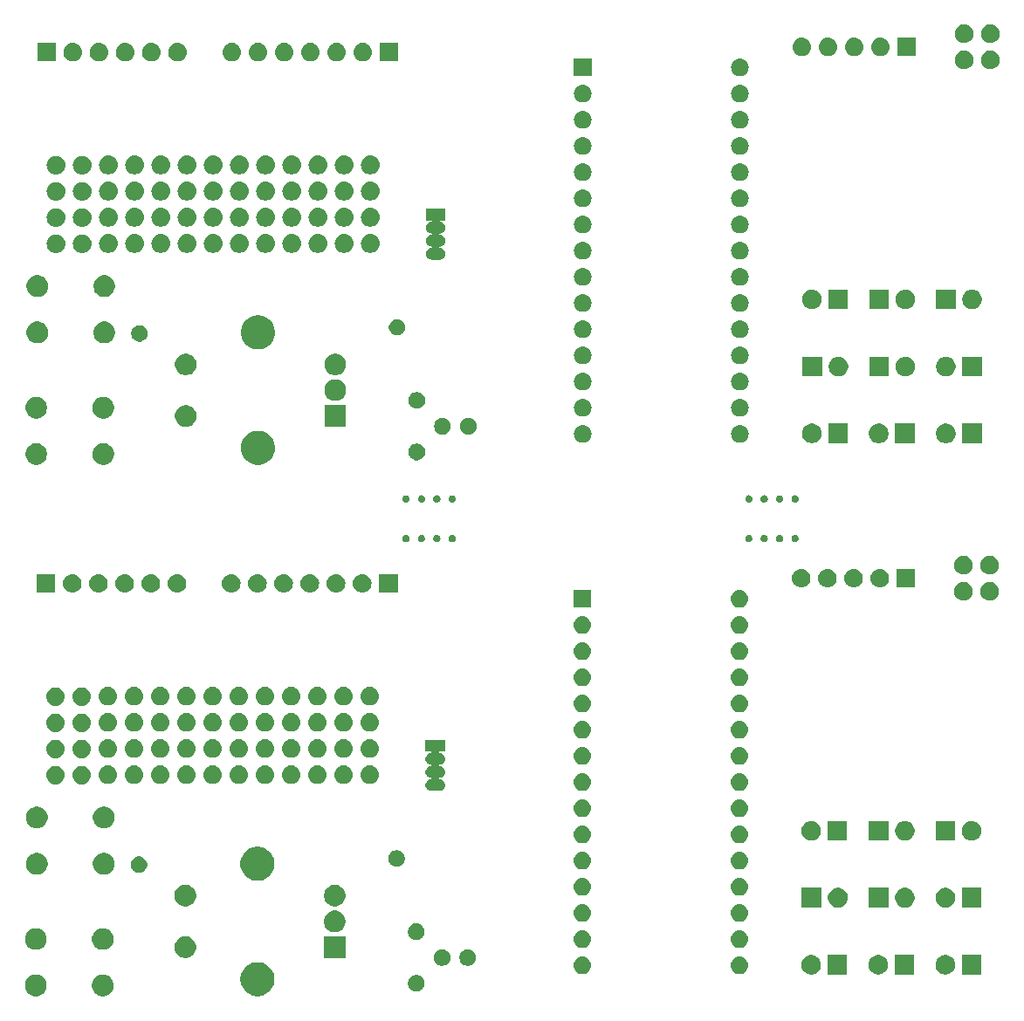
<source format=gbs>
G04 #@! TF.GenerationSoftware,KiCad,Pcbnew,(5.1.0)-1*
G04 #@! TF.CreationDate,2019-04-19T10:40:07+10:00*
G04 #@! TF.ProjectId,output.uc101panel,6f757470-7574-42e7-9563-31303170616e,rev?*
G04 #@! TF.SameCoordinates,Original*
G04 #@! TF.FileFunction,Soldermask,Bot*
G04 #@! TF.FilePolarity,Negative*
%FSLAX46Y46*%
G04 Gerber Fmt 4.6, Leading zero omitted, Abs format (unit mm)*
G04 Created by KiCad (PCBNEW (5.1.0)-1) date 2019-04-19 10:40:07*
%MOMM*%
%LPD*%
G04 APERTURE LIST*
%ADD10C,0.100000*%
G04 APERTURE END LIST*
D10*
G36*
X124422094Y-142630724D02*
G01*
X124581579Y-142662447D01*
X124882042Y-142786903D01*
X125152451Y-142967585D01*
X125382415Y-143197549D01*
X125563097Y-143467958D01*
X125687553Y-143768421D01*
X125707409Y-143868243D01*
X125751000Y-144087389D01*
X125751000Y-144412611D01*
X125724977Y-144543435D01*
X125687553Y-144731579D01*
X125563097Y-145032042D01*
X125382415Y-145302451D01*
X125152451Y-145532415D01*
X124882042Y-145713097D01*
X124581579Y-145837553D01*
X124465663Y-145860610D01*
X124262611Y-145901000D01*
X123937389Y-145901000D01*
X123734337Y-145860610D01*
X123618421Y-145837553D01*
X123317958Y-145713097D01*
X123047549Y-145532415D01*
X122817585Y-145302451D01*
X122636903Y-145032042D01*
X122512447Y-144731579D01*
X122475023Y-144543435D01*
X122449000Y-144412611D01*
X122449000Y-144087389D01*
X122492591Y-143868243D01*
X122512447Y-143768421D01*
X122636903Y-143467958D01*
X122817585Y-143197549D01*
X123047549Y-142967585D01*
X123317958Y-142786903D01*
X123618421Y-142662447D01*
X123777906Y-142630724D01*
X123937389Y-142599000D01*
X124262611Y-142599000D01*
X124422094Y-142630724D01*
X124422094Y-142630724D01*
G37*
G36*
X109406563Y-143839389D02*
G01*
X109406566Y-143839390D01*
X109406565Y-143839390D01*
X109597835Y-143918616D01*
X109769973Y-144033635D01*
X109916365Y-144180027D01*
X110031384Y-144352165D01*
X110097017Y-144510619D01*
X110110611Y-144543437D01*
X110151000Y-144746484D01*
X110151000Y-144953516D01*
X110110611Y-145156563D01*
X110105767Y-145168257D01*
X110031384Y-145347835D01*
X109916365Y-145519973D01*
X109769973Y-145666365D01*
X109597835Y-145781384D01*
X109462230Y-145837553D01*
X109406563Y-145860611D01*
X109203516Y-145901000D01*
X108996484Y-145901000D01*
X108793437Y-145860611D01*
X108737770Y-145837553D01*
X108602165Y-145781384D01*
X108430027Y-145666365D01*
X108283635Y-145519973D01*
X108168616Y-145347835D01*
X108094233Y-145168257D01*
X108089389Y-145156563D01*
X108049000Y-144953516D01*
X108049000Y-144746484D01*
X108089389Y-144543437D01*
X108102983Y-144510619D01*
X108168616Y-144352165D01*
X108283635Y-144180027D01*
X108430027Y-144033635D01*
X108602165Y-143918616D01*
X108793435Y-143839390D01*
X108793434Y-143839390D01*
X108793437Y-143839389D01*
X108996484Y-143799000D01*
X109203516Y-143799000D01*
X109406563Y-143839389D01*
X109406563Y-143839389D01*
G37*
G36*
X102906563Y-143839389D02*
G01*
X102906566Y-143839390D01*
X102906565Y-143839390D01*
X103097835Y-143918616D01*
X103269973Y-144033635D01*
X103416365Y-144180027D01*
X103531384Y-144352165D01*
X103597017Y-144510619D01*
X103610611Y-144543437D01*
X103651000Y-144746484D01*
X103651000Y-144953516D01*
X103610611Y-145156563D01*
X103605767Y-145168257D01*
X103531384Y-145347835D01*
X103416365Y-145519973D01*
X103269973Y-145666365D01*
X103097835Y-145781384D01*
X102962230Y-145837553D01*
X102906563Y-145860611D01*
X102703516Y-145901000D01*
X102496484Y-145901000D01*
X102293437Y-145860611D01*
X102237770Y-145837553D01*
X102102165Y-145781384D01*
X101930027Y-145666365D01*
X101783635Y-145519973D01*
X101668616Y-145347835D01*
X101594233Y-145168257D01*
X101589389Y-145156563D01*
X101549000Y-144953516D01*
X101549000Y-144746484D01*
X101589389Y-144543437D01*
X101602983Y-144510619D01*
X101668616Y-144352165D01*
X101783635Y-144180027D01*
X101930027Y-144033635D01*
X102102165Y-143918616D01*
X102293435Y-143839390D01*
X102293434Y-143839390D01*
X102293437Y-143839389D01*
X102496484Y-143799000D01*
X102703516Y-143799000D01*
X102906563Y-143839389D01*
X102906563Y-143839389D01*
G37*
G36*
X139737142Y-143868242D02*
G01*
X139858754Y-143918616D01*
X139885100Y-143929529D01*
X140018257Y-144018501D01*
X140131499Y-144131743D01*
X140163761Y-144180027D01*
X140220472Y-144264902D01*
X140281758Y-144412858D01*
X140313000Y-144569925D01*
X140313000Y-144730075D01*
X140281758Y-144887142D01*
X140221738Y-145032042D01*
X140220471Y-145035100D01*
X140131499Y-145168257D01*
X140018257Y-145281499D01*
X139885100Y-145370471D01*
X139885099Y-145370472D01*
X139885098Y-145370472D01*
X139737142Y-145431758D01*
X139580075Y-145463000D01*
X139419925Y-145463000D01*
X139262858Y-145431758D01*
X139114902Y-145370472D01*
X139114901Y-145370472D01*
X139114900Y-145370471D01*
X138981743Y-145281499D01*
X138868501Y-145168257D01*
X138779529Y-145035100D01*
X138778262Y-145032042D01*
X138718242Y-144887142D01*
X138687000Y-144730075D01*
X138687000Y-144569925D01*
X138718242Y-144412858D01*
X138779528Y-144264902D01*
X138836239Y-144180027D01*
X138868501Y-144131743D01*
X138981743Y-144018501D01*
X139114900Y-143929529D01*
X139141246Y-143918616D01*
X139262858Y-143868242D01*
X139419925Y-143837000D01*
X139580075Y-143837000D01*
X139737142Y-143868242D01*
X139737142Y-143868242D01*
G37*
G36*
X184587395Y-141935546D02*
G01*
X184661798Y-141966365D01*
X184760467Y-142007235D01*
X184916227Y-142111310D01*
X185048690Y-142243773D01*
X185152765Y-142399533D01*
X185167424Y-142434924D01*
X185224454Y-142572605D01*
X185261000Y-142756333D01*
X185261000Y-142943667D01*
X185224454Y-143127395D01*
X185195395Y-143197549D01*
X185152765Y-143300467D01*
X185048690Y-143456227D01*
X184916227Y-143588690D01*
X184760467Y-143692765D01*
X184688778Y-143722459D01*
X184587395Y-143764454D01*
X184403667Y-143801000D01*
X184216333Y-143801000D01*
X184032605Y-143764454D01*
X183931222Y-143722459D01*
X183859533Y-143692765D01*
X183703773Y-143588690D01*
X183571310Y-143456227D01*
X183467235Y-143300467D01*
X183424605Y-143197549D01*
X183395546Y-143127395D01*
X183359000Y-142943667D01*
X183359000Y-142756333D01*
X183395546Y-142572605D01*
X183452576Y-142434924D01*
X183467235Y-142399533D01*
X183571310Y-142243773D01*
X183703773Y-142111310D01*
X183859533Y-142007235D01*
X183958202Y-141966365D01*
X184032605Y-141935546D01*
X184216333Y-141899000D01*
X184403667Y-141899000D01*
X184587395Y-141935546D01*
X184587395Y-141935546D01*
G37*
G36*
X194301000Y-143801000D02*
G01*
X192399000Y-143801000D01*
X192399000Y-141899000D01*
X194301000Y-141899000D01*
X194301000Y-143801000D01*
X194301000Y-143801000D01*
G37*
G36*
X191087395Y-141935546D02*
G01*
X191161798Y-141966365D01*
X191260467Y-142007235D01*
X191416227Y-142111310D01*
X191548690Y-142243773D01*
X191652765Y-142399533D01*
X191667424Y-142434924D01*
X191724454Y-142572605D01*
X191761000Y-142756333D01*
X191761000Y-142943667D01*
X191724454Y-143127395D01*
X191695395Y-143197549D01*
X191652765Y-143300467D01*
X191548690Y-143456227D01*
X191416227Y-143588690D01*
X191260467Y-143692765D01*
X191188778Y-143722459D01*
X191087395Y-143764454D01*
X190903667Y-143801000D01*
X190716333Y-143801000D01*
X190532605Y-143764454D01*
X190431222Y-143722459D01*
X190359533Y-143692765D01*
X190203773Y-143588690D01*
X190071310Y-143456227D01*
X189967235Y-143300467D01*
X189924605Y-143197549D01*
X189895546Y-143127395D01*
X189859000Y-142943667D01*
X189859000Y-142756333D01*
X189895546Y-142572605D01*
X189952576Y-142434924D01*
X189967235Y-142399533D01*
X190071310Y-142243773D01*
X190203773Y-142111310D01*
X190359533Y-142007235D01*
X190458202Y-141966365D01*
X190532605Y-141935546D01*
X190716333Y-141899000D01*
X190903667Y-141899000D01*
X191087395Y-141935546D01*
X191087395Y-141935546D01*
G37*
G36*
X181301000Y-143801000D02*
G01*
X179399000Y-143801000D01*
X179399000Y-141899000D01*
X181301000Y-141899000D01*
X181301000Y-143801000D01*
X181301000Y-143801000D01*
G37*
G36*
X178087395Y-141935546D02*
G01*
X178161798Y-141966365D01*
X178260467Y-142007235D01*
X178416227Y-142111310D01*
X178548690Y-142243773D01*
X178652765Y-142399533D01*
X178667424Y-142434924D01*
X178724454Y-142572605D01*
X178761000Y-142756333D01*
X178761000Y-142943667D01*
X178724454Y-143127395D01*
X178695395Y-143197549D01*
X178652765Y-143300467D01*
X178548690Y-143456227D01*
X178416227Y-143588690D01*
X178260467Y-143692765D01*
X178188778Y-143722459D01*
X178087395Y-143764454D01*
X177903667Y-143801000D01*
X177716333Y-143801000D01*
X177532605Y-143764454D01*
X177431222Y-143722459D01*
X177359533Y-143692765D01*
X177203773Y-143588690D01*
X177071310Y-143456227D01*
X176967235Y-143300467D01*
X176924605Y-143197549D01*
X176895546Y-143127395D01*
X176859000Y-142943667D01*
X176859000Y-142756333D01*
X176895546Y-142572605D01*
X176952576Y-142434924D01*
X176967235Y-142399533D01*
X177071310Y-142243773D01*
X177203773Y-142111310D01*
X177359533Y-142007235D01*
X177458202Y-141966365D01*
X177532605Y-141935546D01*
X177716333Y-141899000D01*
X177903667Y-141899000D01*
X178087395Y-141935546D01*
X178087395Y-141935546D01*
G37*
G36*
X187801000Y-143801000D02*
G01*
X185899000Y-143801000D01*
X185899000Y-141899000D01*
X187801000Y-141899000D01*
X187801000Y-143801000D01*
X187801000Y-143801000D01*
G37*
G36*
X155766825Y-142071313D02*
G01*
X155927241Y-142119975D01*
X156075076Y-142198994D01*
X156204659Y-142305341D01*
X156311006Y-142434924D01*
X156390025Y-142582759D01*
X156438687Y-142743175D01*
X156455117Y-142910000D01*
X156438687Y-143076825D01*
X156390025Y-143237241D01*
X156311006Y-143385076D01*
X156204659Y-143514659D01*
X156075076Y-143621006D01*
X155927241Y-143700025D01*
X155766825Y-143748687D01*
X155641804Y-143761000D01*
X155558196Y-143761000D01*
X155433175Y-143748687D01*
X155272759Y-143700025D01*
X155124924Y-143621006D01*
X154995341Y-143514659D01*
X154888994Y-143385076D01*
X154809975Y-143237241D01*
X154761313Y-143076825D01*
X154744883Y-142910000D01*
X154761313Y-142743175D01*
X154809975Y-142582759D01*
X154888994Y-142434924D01*
X154995341Y-142305341D01*
X155124924Y-142198994D01*
X155272759Y-142119975D01*
X155433175Y-142071313D01*
X155558196Y-142059000D01*
X155641804Y-142059000D01*
X155766825Y-142071313D01*
X155766825Y-142071313D01*
G37*
G36*
X171006825Y-142071313D02*
G01*
X171167241Y-142119975D01*
X171315076Y-142198994D01*
X171444659Y-142305341D01*
X171551006Y-142434924D01*
X171630025Y-142582759D01*
X171678687Y-142743175D01*
X171695117Y-142910000D01*
X171678687Y-143076825D01*
X171630025Y-143237241D01*
X171551006Y-143385076D01*
X171444659Y-143514659D01*
X171315076Y-143621006D01*
X171167241Y-143700025D01*
X171006825Y-143748687D01*
X170881804Y-143761000D01*
X170798196Y-143761000D01*
X170673175Y-143748687D01*
X170512759Y-143700025D01*
X170364924Y-143621006D01*
X170235341Y-143514659D01*
X170128994Y-143385076D01*
X170049975Y-143237241D01*
X170001313Y-143076825D01*
X169984883Y-142910000D01*
X170001313Y-142743175D01*
X170049975Y-142582759D01*
X170128994Y-142434924D01*
X170235341Y-142305341D01*
X170364924Y-142198994D01*
X170512759Y-142119975D01*
X170673175Y-142071313D01*
X170798196Y-142059000D01*
X170881804Y-142059000D01*
X171006825Y-142071313D01*
X171006825Y-142071313D01*
G37*
G36*
X142237142Y-141368242D02*
G01*
X142385098Y-141429528D01*
X142385100Y-141429529D01*
X142518257Y-141518501D01*
X142631499Y-141631743D01*
X142642251Y-141647835D01*
X142720472Y-141764902D01*
X142781758Y-141912858D01*
X142813000Y-142069925D01*
X142813000Y-142230075D01*
X142781758Y-142387142D01*
X142720472Y-142535098D01*
X142720471Y-142535100D01*
X142631499Y-142668257D01*
X142518257Y-142781499D01*
X142385100Y-142870471D01*
X142385099Y-142870472D01*
X142385098Y-142870472D01*
X142237142Y-142931758D01*
X142080075Y-142963000D01*
X141919925Y-142963000D01*
X141762858Y-142931758D01*
X141614902Y-142870472D01*
X141614901Y-142870472D01*
X141614900Y-142870471D01*
X141481743Y-142781499D01*
X141368501Y-142668257D01*
X141279529Y-142535100D01*
X141279528Y-142535098D01*
X141218242Y-142387142D01*
X141187000Y-142230075D01*
X141187000Y-142069925D01*
X141218242Y-141912858D01*
X141279528Y-141764902D01*
X141357749Y-141647835D01*
X141368501Y-141631743D01*
X141481743Y-141518501D01*
X141614900Y-141429529D01*
X141614902Y-141429528D01*
X141762858Y-141368242D01*
X141919925Y-141337000D01*
X142080075Y-141337000D01*
X142237142Y-141368242D01*
X142237142Y-141368242D01*
G37*
G36*
X144737142Y-141368242D02*
G01*
X144885098Y-141429528D01*
X144885100Y-141429529D01*
X145018257Y-141518501D01*
X145131499Y-141631743D01*
X145142251Y-141647835D01*
X145220472Y-141764902D01*
X145281758Y-141912858D01*
X145313000Y-142069925D01*
X145313000Y-142230075D01*
X145281758Y-142387142D01*
X145220472Y-142535098D01*
X145220471Y-142535100D01*
X145131499Y-142668257D01*
X145018257Y-142781499D01*
X144885100Y-142870471D01*
X144885099Y-142870472D01*
X144885098Y-142870472D01*
X144737142Y-142931758D01*
X144580075Y-142963000D01*
X144419925Y-142963000D01*
X144262858Y-142931758D01*
X144114902Y-142870472D01*
X144114901Y-142870472D01*
X144114900Y-142870471D01*
X143981743Y-142781499D01*
X143868501Y-142668257D01*
X143779529Y-142535100D01*
X143779528Y-142535098D01*
X143718242Y-142387142D01*
X143687000Y-142230075D01*
X143687000Y-142069925D01*
X143718242Y-141912858D01*
X143779528Y-141764902D01*
X143857749Y-141647835D01*
X143868501Y-141631743D01*
X143981743Y-141518501D01*
X144114900Y-141429529D01*
X144114902Y-141429528D01*
X144262858Y-141368242D01*
X144419925Y-141337000D01*
X144580075Y-141337000D01*
X144737142Y-141368242D01*
X144737142Y-141368242D01*
G37*
G36*
X117406563Y-140139389D02*
G01*
X117406566Y-140139390D01*
X117406565Y-140139390D01*
X117597835Y-140218616D01*
X117769973Y-140333635D01*
X117916365Y-140480027D01*
X118031384Y-140652165D01*
X118097017Y-140810619D01*
X118110611Y-140843437D01*
X118151000Y-141046484D01*
X118151000Y-141253516D01*
X118110611Y-141456563D01*
X118110610Y-141456565D01*
X118031384Y-141647835D01*
X117916365Y-141819973D01*
X117769973Y-141966365D01*
X117597835Y-142081384D01*
X117504667Y-142119975D01*
X117406563Y-142160611D01*
X117203516Y-142201000D01*
X116996484Y-142201000D01*
X116793437Y-142160611D01*
X116695333Y-142119975D01*
X116602165Y-142081384D01*
X116430027Y-141966365D01*
X116283635Y-141819973D01*
X116168616Y-141647835D01*
X116089390Y-141456565D01*
X116089389Y-141456563D01*
X116049000Y-141253516D01*
X116049000Y-141046484D01*
X116089389Y-140843437D01*
X116102983Y-140810619D01*
X116168616Y-140652165D01*
X116283635Y-140480027D01*
X116430027Y-140333635D01*
X116602165Y-140218616D01*
X116793435Y-140139390D01*
X116793434Y-140139390D01*
X116793437Y-140139389D01*
X116996484Y-140099000D01*
X117203516Y-140099000D01*
X117406563Y-140139389D01*
X117406563Y-140139389D01*
G37*
G36*
X132651000Y-142201000D02*
G01*
X130549000Y-142201000D01*
X130549000Y-140099000D01*
X132651000Y-140099000D01*
X132651000Y-142201000D01*
X132651000Y-142201000D01*
G37*
G36*
X102906563Y-139339389D02*
G01*
X102906566Y-139339390D01*
X102906565Y-139339390D01*
X103097835Y-139418616D01*
X103269973Y-139533635D01*
X103416365Y-139680027D01*
X103531384Y-139852165D01*
X103545872Y-139887143D01*
X103610611Y-140043437D01*
X103651000Y-140246484D01*
X103651000Y-140453516D01*
X103610611Y-140656563D01*
X103610610Y-140656565D01*
X103531384Y-140847835D01*
X103416365Y-141019973D01*
X103269973Y-141166365D01*
X103097835Y-141281384D01*
X102963565Y-141337000D01*
X102906563Y-141360611D01*
X102703516Y-141401000D01*
X102496484Y-141401000D01*
X102293437Y-141360611D01*
X102236435Y-141337000D01*
X102102165Y-141281384D01*
X101930027Y-141166365D01*
X101783635Y-141019973D01*
X101668616Y-140847835D01*
X101589390Y-140656565D01*
X101589389Y-140656563D01*
X101549000Y-140453516D01*
X101549000Y-140246484D01*
X101589389Y-140043437D01*
X101654128Y-139887143D01*
X101668616Y-139852165D01*
X101783635Y-139680027D01*
X101930027Y-139533635D01*
X102102165Y-139418616D01*
X102293435Y-139339390D01*
X102293434Y-139339390D01*
X102293437Y-139339389D01*
X102496484Y-139299000D01*
X102703516Y-139299000D01*
X102906563Y-139339389D01*
X102906563Y-139339389D01*
G37*
G36*
X109406563Y-139339389D02*
G01*
X109406566Y-139339390D01*
X109406565Y-139339390D01*
X109597835Y-139418616D01*
X109769973Y-139533635D01*
X109916365Y-139680027D01*
X110031384Y-139852165D01*
X110045872Y-139887143D01*
X110110611Y-140043437D01*
X110151000Y-140246484D01*
X110151000Y-140453516D01*
X110110611Y-140656563D01*
X110110610Y-140656565D01*
X110031384Y-140847835D01*
X109916365Y-141019973D01*
X109769973Y-141166365D01*
X109597835Y-141281384D01*
X109463565Y-141337000D01*
X109406563Y-141360611D01*
X109203516Y-141401000D01*
X108996484Y-141401000D01*
X108793437Y-141360611D01*
X108736435Y-141337000D01*
X108602165Y-141281384D01*
X108430027Y-141166365D01*
X108283635Y-141019973D01*
X108168616Y-140847835D01*
X108089390Y-140656565D01*
X108089389Y-140656563D01*
X108049000Y-140453516D01*
X108049000Y-140246484D01*
X108089389Y-140043437D01*
X108154128Y-139887143D01*
X108168616Y-139852165D01*
X108283635Y-139680027D01*
X108430027Y-139533635D01*
X108602165Y-139418616D01*
X108793435Y-139339390D01*
X108793434Y-139339390D01*
X108793437Y-139339389D01*
X108996484Y-139299000D01*
X109203516Y-139299000D01*
X109406563Y-139339389D01*
X109406563Y-139339389D01*
G37*
G36*
X155766825Y-139531313D02*
G01*
X155927241Y-139579975D01*
X156075076Y-139658994D01*
X156204659Y-139765341D01*
X156311006Y-139894924D01*
X156390025Y-140042759D01*
X156438687Y-140203175D01*
X156455117Y-140370000D01*
X156438687Y-140536825D01*
X156390025Y-140697241D01*
X156311006Y-140845076D01*
X156204659Y-140974659D01*
X156075076Y-141081006D01*
X155927241Y-141160025D01*
X155766825Y-141208687D01*
X155641804Y-141221000D01*
X155558196Y-141221000D01*
X155433175Y-141208687D01*
X155272759Y-141160025D01*
X155124924Y-141081006D01*
X154995341Y-140974659D01*
X154888994Y-140845076D01*
X154809975Y-140697241D01*
X154761313Y-140536825D01*
X154744883Y-140370000D01*
X154761313Y-140203175D01*
X154809975Y-140042759D01*
X154888994Y-139894924D01*
X154995341Y-139765341D01*
X155124924Y-139658994D01*
X155272759Y-139579975D01*
X155433175Y-139531313D01*
X155558196Y-139519000D01*
X155641804Y-139519000D01*
X155766825Y-139531313D01*
X155766825Y-139531313D01*
G37*
G36*
X171006825Y-139531313D02*
G01*
X171167241Y-139579975D01*
X171315076Y-139658994D01*
X171444659Y-139765341D01*
X171551006Y-139894924D01*
X171630025Y-140042759D01*
X171678687Y-140203175D01*
X171695117Y-140370000D01*
X171678687Y-140536825D01*
X171630025Y-140697241D01*
X171551006Y-140845076D01*
X171444659Y-140974659D01*
X171315076Y-141081006D01*
X171167241Y-141160025D01*
X171006825Y-141208687D01*
X170881804Y-141221000D01*
X170798196Y-141221000D01*
X170673175Y-141208687D01*
X170512759Y-141160025D01*
X170364924Y-141081006D01*
X170235341Y-140974659D01*
X170128994Y-140845076D01*
X170049975Y-140697241D01*
X170001313Y-140536825D01*
X169984883Y-140370000D01*
X170001313Y-140203175D01*
X170049975Y-140042759D01*
X170128994Y-139894924D01*
X170235341Y-139765341D01*
X170364924Y-139658994D01*
X170512759Y-139579975D01*
X170673175Y-139531313D01*
X170798196Y-139519000D01*
X170881804Y-139519000D01*
X171006825Y-139531313D01*
X171006825Y-139531313D01*
G37*
G36*
X139737142Y-138868242D02*
G01*
X139885098Y-138929528D01*
X139885100Y-138929529D01*
X140018257Y-139018501D01*
X140131499Y-139131743D01*
X140142251Y-139147835D01*
X140220472Y-139264902D01*
X140281758Y-139412858D01*
X140313000Y-139569925D01*
X140313000Y-139730075D01*
X140281758Y-139887142D01*
X140220472Y-140035098D01*
X140220471Y-140035100D01*
X140131499Y-140168257D01*
X140018257Y-140281499D01*
X139885100Y-140370471D01*
X139885099Y-140370472D01*
X139885098Y-140370472D01*
X139737142Y-140431758D01*
X139580075Y-140463000D01*
X139419925Y-140463000D01*
X139262858Y-140431758D01*
X139114902Y-140370472D01*
X139114901Y-140370472D01*
X139114900Y-140370471D01*
X138981743Y-140281499D01*
X138868501Y-140168257D01*
X138779529Y-140035100D01*
X138779528Y-140035098D01*
X138718242Y-139887142D01*
X138687000Y-139730075D01*
X138687000Y-139569925D01*
X138718242Y-139412858D01*
X138779528Y-139264902D01*
X138857749Y-139147835D01*
X138868501Y-139131743D01*
X138981743Y-139018501D01*
X139114900Y-138929529D01*
X139114902Y-138929528D01*
X139262858Y-138868242D01*
X139419925Y-138837000D01*
X139580075Y-138837000D01*
X139737142Y-138868242D01*
X139737142Y-138868242D01*
G37*
G36*
X131906563Y-137639389D02*
G01*
X131906566Y-137639390D01*
X131906565Y-137639390D01*
X132097835Y-137718616D01*
X132269973Y-137833635D01*
X132416365Y-137980027D01*
X132531384Y-138152165D01*
X132594721Y-138305076D01*
X132610611Y-138343437D01*
X132651000Y-138546484D01*
X132651000Y-138753516D01*
X132610611Y-138956563D01*
X132610610Y-138956565D01*
X132531384Y-139147835D01*
X132416365Y-139319973D01*
X132269973Y-139466365D01*
X132097835Y-139581384D01*
X131939381Y-139647017D01*
X131906563Y-139660611D01*
X131703516Y-139701000D01*
X131496484Y-139701000D01*
X131293437Y-139660611D01*
X131260619Y-139647017D01*
X131102165Y-139581384D01*
X130930027Y-139466365D01*
X130783635Y-139319973D01*
X130668616Y-139147835D01*
X130589390Y-138956565D01*
X130589389Y-138956563D01*
X130549000Y-138753516D01*
X130549000Y-138546484D01*
X130589389Y-138343437D01*
X130605279Y-138305076D01*
X130668616Y-138152165D01*
X130783635Y-137980027D01*
X130930027Y-137833635D01*
X131102165Y-137718616D01*
X131293435Y-137639390D01*
X131293434Y-137639390D01*
X131293437Y-137639389D01*
X131496484Y-137599000D01*
X131703516Y-137599000D01*
X131906563Y-137639389D01*
X131906563Y-137639389D01*
G37*
G36*
X155766825Y-136991313D02*
G01*
X155927241Y-137039975D01*
X156075076Y-137118994D01*
X156204659Y-137225341D01*
X156311006Y-137354924D01*
X156390025Y-137502759D01*
X156438687Y-137663175D01*
X156455117Y-137830000D01*
X156438687Y-137996825D01*
X156390025Y-138157241D01*
X156311006Y-138305076D01*
X156204659Y-138434659D01*
X156075076Y-138541006D01*
X155927241Y-138620025D01*
X155766825Y-138668687D01*
X155641804Y-138681000D01*
X155558196Y-138681000D01*
X155433175Y-138668687D01*
X155272759Y-138620025D01*
X155124924Y-138541006D01*
X154995341Y-138434659D01*
X154888994Y-138305076D01*
X154809975Y-138157241D01*
X154761313Y-137996825D01*
X154744883Y-137830000D01*
X154761313Y-137663175D01*
X154809975Y-137502759D01*
X154888994Y-137354924D01*
X154995341Y-137225341D01*
X155124924Y-137118994D01*
X155272759Y-137039975D01*
X155433175Y-136991313D01*
X155558196Y-136979000D01*
X155641804Y-136979000D01*
X155766825Y-136991313D01*
X155766825Y-136991313D01*
G37*
G36*
X171006825Y-136991313D02*
G01*
X171167241Y-137039975D01*
X171315076Y-137118994D01*
X171444659Y-137225341D01*
X171551006Y-137354924D01*
X171630025Y-137502759D01*
X171678687Y-137663175D01*
X171695117Y-137830000D01*
X171678687Y-137996825D01*
X171630025Y-138157241D01*
X171551006Y-138305076D01*
X171444659Y-138434659D01*
X171315076Y-138541006D01*
X171167241Y-138620025D01*
X171006825Y-138668687D01*
X170881804Y-138681000D01*
X170798196Y-138681000D01*
X170673175Y-138668687D01*
X170512759Y-138620025D01*
X170364924Y-138541006D01*
X170235341Y-138434659D01*
X170128994Y-138305076D01*
X170049975Y-138157241D01*
X170001313Y-137996825D01*
X169984883Y-137830000D01*
X170001313Y-137663175D01*
X170049975Y-137502759D01*
X170128994Y-137354924D01*
X170235341Y-137225341D01*
X170364924Y-137118994D01*
X170512759Y-137039975D01*
X170673175Y-136991313D01*
X170798196Y-136979000D01*
X170881804Y-136979000D01*
X171006825Y-136991313D01*
X171006825Y-136991313D01*
G37*
G36*
X185301000Y-137301000D02*
G01*
X183399000Y-137301000D01*
X183399000Y-135399000D01*
X185301000Y-135399000D01*
X185301000Y-137301000D01*
X185301000Y-137301000D01*
G37*
G36*
X194301000Y-137301000D02*
G01*
X192399000Y-137301000D01*
X192399000Y-135399000D01*
X194301000Y-135399000D01*
X194301000Y-137301000D01*
X194301000Y-137301000D01*
G37*
G36*
X178801000Y-137301000D02*
G01*
X176899000Y-137301000D01*
X176899000Y-135399000D01*
X178801000Y-135399000D01*
X178801000Y-137301000D01*
X178801000Y-137301000D01*
G37*
G36*
X180667395Y-135435546D02*
G01*
X180768778Y-135477541D01*
X180840467Y-135507235D01*
X180996227Y-135611310D01*
X181128690Y-135743773D01*
X181232765Y-135899533D01*
X181232765Y-135899534D01*
X181304454Y-136072605D01*
X181341000Y-136256333D01*
X181341000Y-136443667D01*
X181304454Y-136627395D01*
X181295988Y-136647833D01*
X181232765Y-136800467D01*
X181128690Y-136956227D01*
X180996227Y-137088690D01*
X180840467Y-137192765D01*
X180768778Y-137222459D01*
X180667395Y-137264454D01*
X180483667Y-137301000D01*
X180296333Y-137301000D01*
X180112605Y-137264454D01*
X180011222Y-137222459D01*
X179939533Y-137192765D01*
X179783773Y-137088690D01*
X179651310Y-136956227D01*
X179547235Y-136800467D01*
X179484012Y-136647833D01*
X179475546Y-136627395D01*
X179439000Y-136443667D01*
X179439000Y-136256333D01*
X179475546Y-136072605D01*
X179547235Y-135899534D01*
X179547235Y-135899533D01*
X179651310Y-135743773D01*
X179783773Y-135611310D01*
X179939533Y-135507235D01*
X180011222Y-135477541D01*
X180112605Y-135435546D01*
X180296333Y-135399000D01*
X180483667Y-135399000D01*
X180667395Y-135435546D01*
X180667395Y-135435546D01*
G37*
G36*
X187167395Y-135435546D02*
G01*
X187268778Y-135477541D01*
X187340467Y-135507235D01*
X187496227Y-135611310D01*
X187628690Y-135743773D01*
X187732765Y-135899533D01*
X187732765Y-135899534D01*
X187804454Y-136072605D01*
X187841000Y-136256333D01*
X187841000Y-136443667D01*
X187804454Y-136627395D01*
X187795988Y-136647833D01*
X187732765Y-136800467D01*
X187628690Y-136956227D01*
X187496227Y-137088690D01*
X187340467Y-137192765D01*
X187268778Y-137222459D01*
X187167395Y-137264454D01*
X186983667Y-137301000D01*
X186796333Y-137301000D01*
X186612605Y-137264454D01*
X186511222Y-137222459D01*
X186439533Y-137192765D01*
X186283773Y-137088690D01*
X186151310Y-136956227D01*
X186047235Y-136800467D01*
X185984012Y-136647833D01*
X185975546Y-136627395D01*
X185939000Y-136443667D01*
X185939000Y-136256333D01*
X185975546Y-136072605D01*
X186047235Y-135899534D01*
X186047235Y-135899533D01*
X186151310Y-135743773D01*
X186283773Y-135611310D01*
X186439533Y-135507235D01*
X186511222Y-135477541D01*
X186612605Y-135435546D01*
X186796333Y-135399000D01*
X186983667Y-135399000D01*
X187167395Y-135435546D01*
X187167395Y-135435546D01*
G37*
G36*
X191087395Y-135435546D02*
G01*
X191188778Y-135477541D01*
X191260467Y-135507235D01*
X191416227Y-135611310D01*
X191548690Y-135743773D01*
X191652765Y-135899533D01*
X191652765Y-135899534D01*
X191724454Y-136072605D01*
X191761000Y-136256333D01*
X191761000Y-136443667D01*
X191724454Y-136627395D01*
X191715988Y-136647833D01*
X191652765Y-136800467D01*
X191548690Y-136956227D01*
X191416227Y-137088690D01*
X191260467Y-137192765D01*
X191188778Y-137222459D01*
X191087395Y-137264454D01*
X190903667Y-137301000D01*
X190716333Y-137301000D01*
X190532605Y-137264454D01*
X190431222Y-137222459D01*
X190359533Y-137192765D01*
X190203773Y-137088690D01*
X190071310Y-136956227D01*
X189967235Y-136800467D01*
X189904012Y-136647833D01*
X189895546Y-136627395D01*
X189859000Y-136443667D01*
X189859000Y-136256333D01*
X189895546Y-136072605D01*
X189967235Y-135899534D01*
X189967235Y-135899533D01*
X190071310Y-135743773D01*
X190203773Y-135611310D01*
X190359533Y-135507235D01*
X190431222Y-135477541D01*
X190532605Y-135435546D01*
X190716333Y-135399000D01*
X190903667Y-135399000D01*
X191087395Y-135435546D01*
X191087395Y-135435546D01*
G37*
G36*
X117406563Y-135139389D02*
G01*
X117406566Y-135139390D01*
X117406565Y-135139390D01*
X117597835Y-135218616D01*
X117769973Y-135333635D01*
X117916365Y-135480027D01*
X118031384Y-135652165D01*
X118097017Y-135810619D01*
X118110611Y-135843437D01*
X118151000Y-136046484D01*
X118151000Y-136253516D01*
X118110611Y-136456563D01*
X118110610Y-136456565D01*
X118031384Y-136647835D01*
X117916365Y-136819973D01*
X117769973Y-136966365D01*
X117597835Y-137081384D01*
X117439381Y-137147017D01*
X117406563Y-137160611D01*
X117203516Y-137201000D01*
X116996484Y-137201000D01*
X116793437Y-137160611D01*
X116760619Y-137147017D01*
X116602165Y-137081384D01*
X116430027Y-136966365D01*
X116283635Y-136819973D01*
X116168616Y-136647835D01*
X116089390Y-136456565D01*
X116089389Y-136456563D01*
X116049000Y-136253516D01*
X116049000Y-136046484D01*
X116089389Y-135843437D01*
X116102983Y-135810619D01*
X116168616Y-135652165D01*
X116283635Y-135480027D01*
X116430027Y-135333635D01*
X116602165Y-135218616D01*
X116793435Y-135139390D01*
X116793434Y-135139390D01*
X116793437Y-135139389D01*
X116996484Y-135099000D01*
X117203516Y-135099000D01*
X117406563Y-135139389D01*
X117406563Y-135139389D01*
G37*
G36*
X131906563Y-135139389D02*
G01*
X131906566Y-135139390D01*
X131906565Y-135139390D01*
X132097835Y-135218616D01*
X132269973Y-135333635D01*
X132416365Y-135480027D01*
X132531384Y-135652165D01*
X132597017Y-135810619D01*
X132610611Y-135843437D01*
X132651000Y-136046484D01*
X132651000Y-136253516D01*
X132610611Y-136456563D01*
X132610610Y-136456565D01*
X132531384Y-136647835D01*
X132416365Y-136819973D01*
X132269973Y-136966365D01*
X132097835Y-137081384D01*
X131939381Y-137147017D01*
X131906563Y-137160611D01*
X131703516Y-137201000D01*
X131496484Y-137201000D01*
X131293437Y-137160611D01*
X131260619Y-137147017D01*
X131102165Y-137081384D01*
X130930027Y-136966365D01*
X130783635Y-136819973D01*
X130668616Y-136647835D01*
X130589390Y-136456565D01*
X130589389Y-136456563D01*
X130549000Y-136253516D01*
X130549000Y-136046484D01*
X130589389Y-135843437D01*
X130602983Y-135810619D01*
X130668616Y-135652165D01*
X130783635Y-135480027D01*
X130930027Y-135333635D01*
X131102165Y-135218616D01*
X131293435Y-135139390D01*
X131293434Y-135139390D01*
X131293437Y-135139389D01*
X131496484Y-135099000D01*
X131703516Y-135099000D01*
X131906563Y-135139389D01*
X131906563Y-135139389D01*
G37*
G36*
X155766825Y-134451313D02*
G01*
X155927241Y-134499975D01*
X156075076Y-134578994D01*
X156204659Y-134685341D01*
X156311006Y-134814924D01*
X156390025Y-134962759D01*
X156438687Y-135123175D01*
X156455117Y-135290000D01*
X156438687Y-135456825D01*
X156390025Y-135617241D01*
X156311006Y-135765076D01*
X156204659Y-135894659D01*
X156075076Y-136001006D01*
X155927241Y-136080025D01*
X155766825Y-136128687D01*
X155641804Y-136141000D01*
X155558196Y-136141000D01*
X155433175Y-136128687D01*
X155272759Y-136080025D01*
X155124924Y-136001006D01*
X154995341Y-135894659D01*
X154888994Y-135765076D01*
X154809975Y-135617241D01*
X154761313Y-135456825D01*
X154744883Y-135290000D01*
X154761313Y-135123175D01*
X154809975Y-134962759D01*
X154888994Y-134814924D01*
X154995341Y-134685341D01*
X155124924Y-134578994D01*
X155272759Y-134499975D01*
X155433175Y-134451313D01*
X155558196Y-134439000D01*
X155641804Y-134439000D01*
X155766825Y-134451313D01*
X155766825Y-134451313D01*
G37*
G36*
X171006825Y-134451313D02*
G01*
X171167241Y-134499975D01*
X171315076Y-134578994D01*
X171444659Y-134685341D01*
X171551006Y-134814924D01*
X171630025Y-134962759D01*
X171678687Y-135123175D01*
X171695117Y-135290000D01*
X171678687Y-135456825D01*
X171630025Y-135617241D01*
X171551006Y-135765076D01*
X171444659Y-135894659D01*
X171315076Y-136001006D01*
X171167241Y-136080025D01*
X171006825Y-136128687D01*
X170881804Y-136141000D01*
X170798196Y-136141000D01*
X170673175Y-136128687D01*
X170512759Y-136080025D01*
X170364924Y-136001006D01*
X170235341Y-135894659D01*
X170128994Y-135765076D01*
X170049975Y-135617241D01*
X170001313Y-135456825D01*
X169984883Y-135290000D01*
X170001313Y-135123175D01*
X170049975Y-134962759D01*
X170128994Y-134814924D01*
X170235341Y-134685341D01*
X170364924Y-134578994D01*
X170512759Y-134499975D01*
X170673175Y-134451313D01*
X170798196Y-134439000D01*
X170881804Y-134439000D01*
X171006825Y-134451313D01*
X171006825Y-134451313D01*
G37*
G36*
X124422094Y-131430723D02*
G01*
X124581579Y-131462447D01*
X124882042Y-131586903D01*
X125152451Y-131767585D01*
X125382415Y-131997549D01*
X125563097Y-132267958D01*
X125687553Y-132568421D01*
X125701670Y-132639392D01*
X125751000Y-132887389D01*
X125751000Y-133212611D01*
X125748520Y-133225078D01*
X125687553Y-133531579D01*
X125563097Y-133832042D01*
X125382415Y-134102451D01*
X125152451Y-134332415D01*
X124882042Y-134513097D01*
X124581579Y-134637553D01*
X124422094Y-134669277D01*
X124262611Y-134701000D01*
X123937389Y-134701000D01*
X123777906Y-134669277D01*
X123618421Y-134637553D01*
X123317958Y-134513097D01*
X123047549Y-134332415D01*
X122817585Y-134102451D01*
X122636903Y-133832042D01*
X122512447Y-133531579D01*
X122451480Y-133225078D01*
X122449000Y-133212611D01*
X122449000Y-132887389D01*
X122498330Y-132639392D01*
X122512447Y-132568421D01*
X122636903Y-132267958D01*
X122817585Y-131997549D01*
X123047549Y-131767585D01*
X123317958Y-131586903D01*
X123618421Y-131462447D01*
X123777906Y-131430723D01*
X123937389Y-131399000D01*
X124262611Y-131399000D01*
X124422094Y-131430723D01*
X124422094Y-131430723D01*
G37*
G36*
X103006563Y-132039389D02*
G01*
X103006566Y-132039390D01*
X103006565Y-132039390D01*
X103197835Y-132118616D01*
X103369973Y-132233635D01*
X103516365Y-132380027D01*
X103631384Y-132552165D01*
X103667514Y-132639392D01*
X103710611Y-132743437D01*
X103751000Y-132946484D01*
X103751000Y-133153516D01*
X103710611Y-133356563D01*
X103710610Y-133356565D01*
X103631384Y-133547835D01*
X103516365Y-133719973D01*
X103369973Y-133866365D01*
X103197835Y-133981384D01*
X103039381Y-134047017D01*
X103006563Y-134060611D01*
X102803516Y-134101000D01*
X102596484Y-134101000D01*
X102393437Y-134060611D01*
X102360619Y-134047017D01*
X102202165Y-133981384D01*
X102030027Y-133866365D01*
X101883635Y-133719973D01*
X101768616Y-133547835D01*
X101689390Y-133356565D01*
X101689389Y-133356563D01*
X101649000Y-133153516D01*
X101649000Y-132946484D01*
X101689389Y-132743437D01*
X101732486Y-132639392D01*
X101768616Y-132552165D01*
X101883635Y-132380027D01*
X102030027Y-132233635D01*
X102202165Y-132118616D01*
X102393435Y-132039390D01*
X102393434Y-132039390D01*
X102393437Y-132039389D01*
X102596484Y-131999000D01*
X102803516Y-131999000D01*
X103006563Y-132039389D01*
X103006563Y-132039389D01*
G37*
G36*
X109506563Y-132039389D02*
G01*
X109506566Y-132039390D01*
X109506565Y-132039390D01*
X109697835Y-132118616D01*
X109869973Y-132233635D01*
X110016365Y-132380027D01*
X110131384Y-132552165D01*
X110167514Y-132639392D01*
X110210611Y-132743437D01*
X110251000Y-132946484D01*
X110251000Y-133153516D01*
X110210611Y-133356563D01*
X110210610Y-133356565D01*
X110131384Y-133547835D01*
X110016365Y-133719973D01*
X109869973Y-133866365D01*
X109697835Y-133981384D01*
X109539381Y-134047017D01*
X109506563Y-134060611D01*
X109303516Y-134101000D01*
X109096484Y-134101000D01*
X108893437Y-134060611D01*
X108860619Y-134047017D01*
X108702165Y-133981384D01*
X108530027Y-133866365D01*
X108383635Y-133719973D01*
X108268616Y-133547835D01*
X108189390Y-133356565D01*
X108189389Y-133356563D01*
X108149000Y-133153516D01*
X108149000Y-132946484D01*
X108189389Y-132743437D01*
X108232486Y-132639392D01*
X108268616Y-132552165D01*
X108383635Y-132380027D01*
X108530027Y-132233635D01*
X108702165Y-132118616D01*
X108893435Y-132039390D01*
X108893434Y-132039390D01*
X108893437Y-132039389D01*
X109096484Y-131999000D01*
X109303516Y-131999000D01*
X109506563Y-132039389D01*
X109506563Y-132039389D01*
G37*
G36*
X112833641Y-132379781D02*
G01*
X112937399Y-132422759D01*
X112979416Y-132440163D01*
X113110608Y-132527822D01*
X113222178Y-132639392D01*
X113291698Y-132743437D01*
X113309838Y-132770586D01*
X113370219Y-132916359D01*
X113401000Y-133071107D01*
X113401000Y-133228893D01*
X113370219Y-133383641D01*
X113370218Y-133383643D01*
X113309837Y-133529416D01*
X113222178Y-133660608D01*
X113110608Y-133772178D01*
X112979416Y-133859837D01*
X112979415Y-133859838D01*
X112979414Y-133859838D01*
X112833641Y-133920219D01*
X112678893Y-133951000D01*
X112521107Y-133951000D01*
X112366359Y-133920219D01*
X112220586Y-133859838D01*
X112220585Y-133859838D01*
X112220584Y-133859837D01*
X112089392Y-133772178D01*
X111977822Y-133660608D01*
X111890163Y-133529416D01*
X111829782Y-133383643D01*
X111829781Y-133383641D01*
X111799000Y-133228893D01*
X111799000Y-133071107D01*
X111829781Y-132916359D01*
X111890162Y-132770586D01*
X111908302Y-132743437D01*
X111977822Y-132639392D01*
X112089392Y-132527822D01*
X112220584Y-132440163D01*
X112262601Y-132422759D01*
X112366359Y-132379781D01*
X112521107Y-132349000D01*
X112678893Y-132349000D01*
X112833641Y-132379781D01*
X112833641Y-132379781D01*
G37*
G36*
X171006825Y-131911313D02*
G01*
X171167241Y-131959975D01*
X171315076Y-132038994D01*
X171444659Y-132145341D01*
X171551006Y-132274924D01*
X171630025Y-132422759D01*
X171678687Y-132583175D01*
X171695117Y-132750000D01*
X171678687Y-132916825D01*
X171630025Y-133077241D01*
X171551006Y-133225076D01*
X171444659Y-133354659D01*
X171315076Y-133461006D01*
X171167241Y-133540025D01*
X171006825Y-133588687D01*
X170881804Y-133601000D01*
X170798196Y-133601000D01*
X170673175Y-133588687D01*
X170512759Y-133540025D01*
X170364924Y-133461006D01*
X170235341Y-133354659D01*
X170128994Y-133225076D01*
X170049975Y-133077241D01*
X170001313Y-132916825D01*
X169984883Y-132750000D01*
X170001313Y-132583175D01*
X170049975Y-132422759D01*
X170128994Y-132274924D01*
X170235341Y-132145341D01*
X170364924Y-132038994D01*
X170512759Y-131959975D01*
X170673175Y-131911313D01*
X170798196Y-131899000D01*
X170881804Y-131899000D01*
X171006825Y-131911313D01*
X171006825Y-131911313D01*
G37*
G36*
X155766825Y-131911313D02*
G01*
X155927241Y-131959975D01*
X156075076Y-132038994D01*
X156204659Y-132145341D01*
X156311006Y-132274924D01*
X156390025Y-132422759D01*
X156438687Y-132583175D01*
X156455117Y-132750000D01*
X156438687Y-132916825D01*
X156390025Y-133077241D01*
X156311006Y-133225076D01*
X156204659Y-133354659D01*
X156075076Y-133461006D01*
X155927241Y-133540025D01*
X155766825Y-133588687D01*
X155641804Y-133601000D01*
X155558196Y-133601000D01*
X155433175Y-133588687D01*
X155272759Y-133540025D01*
X155124924Y-133461006D01*
X154995341Y-133354659D01*
X154888994Y-133225076D01*
X154809975Y-133077241D01*
X154761313Y-132916825D01*
X154744883Y-132750000D01*
X154761313Y-132583175D01*
X154809975Y-132422759D01*
X154888994Y-132274924D01*
X154995341Y-132145341D01*
X155124924Y-132038994D01*
X155272759Y-131959975D01*
X155433175Y-131911313D01*
X155558196Y-131899000D01*
X155641804Y-131899000D01*
X155766825Y-131911313D01*
X155766825Y-131911313D01*
G37*
G36*
X137833641Y-131779781D02*
G01*
X137833644Y-131779782D01*
X137833643Y-131779782D01*
X137979416Y-131840163D01*
X138110608Y-131927822D01*
X138222178Y-132039392D01*
X138275113Y-132118616D01*
X138309838Y-132170586D01*
X138370219Y-132316359D01*
X138401000Y-132471107D01*
X138401000Y-132628893D01*
X138370219Y-132783641D01*
X138309838Y-132929414D01*
X138309837Y-132929416D01*
X138222178Y-133060608D01*
X138110608Y-133172178D01*
X137979416Y-133259837D01*
X137979415Y-133259838D01*
X137979414Y-133259838D01*
X137833641Y-133320219D01*
X137678893Y-133351000D01*
X137521107Y-133351000D01*
X137366359Y-133320219D01*
X137220586Y-133259838D01*
X137220585Y-133259838D01*
X137220584Y-133259837D01*
X137089392Y-133172178D01*
X136977822Y-133060608D01*
X136890163Y-132929416D01*
X136890162Y-132929414D01*
X136829781Y-132783641D01*
X136799000Y-132628893D01*
X136799000Y-132471107D01*
X136829781Y-132316359D01*
X136890162Y-132170586D01*
X136924887Y-132118616D01*
X136977822Y-132039392D01*
X137089392Y-131927822D01*
X137220584Y-131840163D01*
X137366357Y-131779782D01*
X137366356Y-131779782D01*
X137366359Y-131779781D01*
X137521107Y-131749000D01*
X137678893Y-131749000D01*
X137833641Y-131779781D01*
X137833641Y-131779781D01*
G37*
G36*
X171006825Y-129371313D02*
G01*
X171167241Y-129419975D01*
X171315076Y-129498994D01*
X171444659Y-129605341D01*
X171551006Y-129734924D01*
X171630025Y-129882759D01*
X171678687Y-130043175D01*
X171695117Y-130210000D01*
X171678687Y-130376825D01*
X171630025Y-130537241D01*
X171551006Y-130685076D01*
X171444659Y-130814659D01*
X171315076Y-130921006D01*
X171167241Y-131000025D01*
X171006825Y-131048687D01*
X170881804Y-131061000D01*
X170798196Y-131061000D01*
X170673175Y-131048687D01*
X170512759Y-131000025D01*
X170364924Y-130921006D01*
X170235341Y-130814659D01*
X170128994Y-130685076D01*
X170049975Y-130537241D01*
X170001313Y-130376825D01*
X169984883Y-130210000D01*
X170001313Y-130043175D01*
X170049975Y-129882759D01*
X170128994Y-129734924D01*
X170235341Y-129605341D01*
X170364924Y-129498994D01*
X170512759Y-129419975D01*
X170673175Y-129371313D01*
X170798196Y-129359000D01*
X170881804Y-129359000D01*
X171006825Y-129371313D01*
X171006825Y-129371313D01*
G37*
G36*
X155766825Y-129371313D02*
G01*
X155927241Y-129419975D01*
X156075076Y-129498994D01*
X156204659Y-129605341D01*
X156311006Y-129734924D01*
X156390025Y-129882759D01*
X156438687Y-130043175D01*
X156455117Y-130210000D01*
X156438687Y-130376825D01*
X156390025Y-130537241D01*
X156311006Y-130685076D01*
X156204659Y-130814659D01*
X156075076Y-130921006D01*
X155927241Y-131000025D01*
X155766825Y-131048687D01*
X155641804Y-131061000D01*
X155558196Y-131061000D01*
X155433175Y-131048687D01*
X155272759Y-131000025D01*
X155124924Y-130921006D01*
X154995341Y-130814659D01*
X154888994Y-130685076D01*
X154809975Y-130537241D01*
X154761313Y-130376825D01*
X154744883Y-130210000D01*
X154761313Y-130043175D01*
X154809975Y-129882759D01*
X154888994Y-129734924D01*
X154995341Y-129605341D01*
X155124924Y-129498994D01*
X155272759Y-129419975D01*
X155433175Y-129371313D01*
X155558196Y-129359000D01*
X155641804Y-129359000D01*
X155766825Y-129371313D01*
X155766825Y-129371313D01*
G37*
G36*
X187167395Y-128935546D02*
G01*
X187268778Y-128977541D01*
X187340467Y-129007235D01*
X187496227Y-129111310D01*
X187628690Y-129243773D01*
X187732765Y-129399533D01*
X187732765Y-129399534D01*
X187804454Y-129572605D01*
X187841000Y-129756333D01*
X187841000Y-129943667D01*
X187804454Y-130127395D01*
X187762459Y-130228778D01*
X187732765Y-130300467D01*
X187628690Y-130456227D01*
X187496227Y-130588690D01*
X187340467Y-130692765D01*
X187268778Y-130722459D01*
X187167395Y-130764454D01*
X186983667Y-130801000D01*
X186796333Y-130801000D01*
X186612605Y-130764454D01*
X186511222Y-130722459D01*
X186439533Y-130692765D01*
X186283773Y-130588690D01*
X186151310Y-130456227D01*
X186047235Y-130300467D01*
X186017541Y-130228778D01*
X185975546Y-130127395D01*
X185939000Y-129943667D01*
X185939000Y-129756333D01*
X185975546Y-129572605D01*
X186047235Y-129399534D01*
X186047235Y-129399533D01*
X186151310Y-129243773D01*
X186283773Y-129111310D01*
X186439533Y-129007235D01*
X186511222Y-128977541D01*
X186612605Y-128935546D01*
X186796333Y-128899000D01*
X186983667Y-128899000D01*
X187167395Y-128935546D01*
X187167395Y-128935546D01*
G37*
G36*
X181301000Y-130801000D02*
G01*
X179399000Y-130801000D01*
X179399000Y-128899000D01*
X181301000Y-128899000D01*
X181301000Y-130801000D01*
X181301000Y-130801000D01*
G37*
G36*
X191761000Y-130801000D02*
G01*
X189859000Y-130801000D01*
X189859000Y-128899000D01*
X191761000Y-128899000D01*
X191761000Y-130801000D01*
X191761000Y-130801000D01*
G37*
G36*
X193627395Y-128935546D02*
G01*
X193728778Y-128977541D01*
X193800467Y-129007235D01*
X193956227Y-129111310D01*
X194088690Y-129243773D01*
X194192765Y-129399533D01*
X194192765Y-129399534D01*
X194264454Y-129572605D01*
X194301000Y-129756333D01*
X194301000Y-129943667D01*
X194264454Y-130127395D01*
X194222459Y-130228778D01*
X194192765Y-130300467D01*
X194088690Y-130456227D01*
X193956227Y-130588690D01*
X193800467Y-130692765D01*
X193728778Y-130722459D01*
X193627395Y-130764454D01*
X193443667Y-130801000D01*
X193256333Y-130801000D01*
X193072605Y-130764454D01*
X192971222Y-130722459D01*
X192899533Y-130692765D01*
X192743773Y-130588690D01*
X192611310Y-130456227D01*
X192507235Y-130300467D01*
X192477541Y-130228778D01*
X192435546Y-130127395D01*
X192399000Y-129943667D01*
X192399000Y-129756333D01*
X192435546Y-129572605D01*
X192507235Y-129399534D01*
X192507235Y-129399533D01*
X192611310Y-129243773D01*
X192743773Y-129111310D01*
X192899533Y-129007235D01*
X192971222Y-128977541D01*
X193072605Y-128935546D01*
X193256333Y-128899000D01*
X193443667Y-128899000D01*
X193627395Y-128935546D01*
X193627395Y-128935546D01*
G37*
G36*
X185301000Y-130801000D02*
G01*
X183399000Y-130801000D01*
X183399000Y-128899000D01*
X185301000Y-128899000D01*
X185301000Y-130801000D01*
X185301000Y-130801000D01*
G37*
G36*
X178087395Y-128935546D02*
G01*
X178188778Y-128977541D01*
X178260467Y-129007235D01*
X178416227Y-129111310D01*
X178548690Y-129243773D01*
X178652765Y-129399533D01*
X178652765Y-129399534D01*
X178724454Y-129572605D01*
X178761000Y-129756333D01*
X178761000Y-129943667D01*
X178724454Y-130127395D01*
X178682459Y-130228778D01*
X178652765Y-130300467D01*
X178548690Y-130456227D01*
X178416227Y-130588690D01*
X178260467Y-130692765D01*
X178188778Y-130722459D01*
X178087395Y-130764454D01*
X177903667Y-130801000D01*
X177716333Y-130801000D01*
X177532605Y-130764454D01*
X177431222Y-130722459D01*
X177359533Y-130692765D01*
X177203773Y-130588690D01*
X177071310Y-130456227D01*
X176967235Y-130300467D01*
X176937541Y-130228778D01*
X176895546Y-130127395D01*
X176859000Y-129943667D01*
X176859000Y-129756333D01*
X176895546Y-129572605D01*
X176967235Y-129399534D01*
X176967235Y-129399533D01*
X177071310Y-129243773D01*
X177203773Y-129111310D01*
X177359533Y-129007235D01*
X177431222Y-128977541D01*
X177532605Y-128935546D01*
X177716333Y-128899000D01*
X177903667Y-128899000D01*
X178087395Y-128935546D01*
X178087395Y-128935546D01*
G37*
G36*
X103006563Y-127539389D02*
G01*
X103006566Y-127539390D01*
X103006565Y-127539390D01*
X103197835Y-127618616D01*
X103369973Y-127733635D01*
X103516365Y-127880027D01*
X103631384Y-128052165D01*
X103697017Y-128210619D01*
X103710611Y-128243437D01*
X103751000Y-128446484D01*
X103751000Y-128653516D01*
X103710611Y-128856563D01*
X103710610Y-128856565D01*
X103631384Y-129047835D01*
X103516365Y-129219973D01*
X103369973Y-129366365D01*
X103197835Y-129481384D01*
X103039381Y-129547017D01*
X103006563Y-129560611D01*
X102803516Y-129601000D01*
X102596484Y-129601000D01*
X102393437Y-129560611D01*
X102360619Y-129547017D01*
X102202165Y-129481384D01*
X102030027Y-129366365D01*
X101883635Y-129219973D01*
X101768616Y-129047835D01*
X101689390Y-128856565D01*
X101689389Y-128856563D01*
X101649000Y-128653516D01*
X101649000Y-128446484D01*
X101689389Y-128243437D01*
X101702983Y-128210619D01*
X101768616Y-128052165D01*
X101883635Y-127880027D01*
X102030027Y-127733635D01*
X102202165Y-127618616D01*
X102393435Y-127539390D01*
X102393434Y-127539390D01*
X102393437Y-127539389D01*
X102596484Y-127499000D01*
X102803516Y-127499000D01*
X103006563Y-127539389D01*
X103006563Y-127539389D01*
G37*
G36*
X109506563Y-127539389D02*
G01*
X109506566Y-127539390D01*
X109506565Y-127539390D01*
X109697835Y-127618616D01*
X109869973Y-127733635D01*
X110016365Y-127880027D01*
X110131384Y-128052165D01*
X110197017Y-128210619D01*
X110210611Y-128243437D01*
X110251000Y-128446484D01*
X110251000Y-128653516D01*
X110210611Y-128856563D01*
X110210610Y-128856565D01*
X110131384Y-129047835D01*
X110016365Y-129219973D01*
X109869973Y-129366365D01*
X109697835Y-129481384D01*
X109539381Y-129547017D01*
X109506563Y-129560611D01*
X109303516Y-129601000D01*
X109096484Y-129601000D01*
X108893437Y-129560611D01*
X108860619Y-129547017D01*
X108702165Y-129481384D01*
X108530027Y-129366365D01*
X108383635Y-129219973D01*
X108268616Y-129047835D01*
X108189390Y-128856565D01*
X108189389Y-128856563D01*
X108149000Y-128653516D01*
X108149000Y-128446484D01*
X108189389Y-128243437D01*
X108202983Y-128210619D01*
X108268616Y-128052165D01*
X108383635Y-127880027D01*
X108530027Y-127733635D01*
X108702165Y-127618616D01*
X108893435Y-127539390D01*
X108893434Y-127539390D01*
X108893437Y-127539389D01*
X109096484Y-127499000D01*
X109303516Y-127499000D01*
X109506563Y-127539389D01*
X109506563Y-127539389D01*
G37*
G36*
X171006825Y-126831313D02*
G01*
X171167241Y-126879975D01*
X171315076Y-126958994D01*
X171444659Y-127065341D01*
X171551006Y-127194924D01*
X171630025Y-127342759D01*
X171678687Y-127503175D01*
X171695117Y-127670000D01*
X171678687Y-127836825D01*
X171630025Y-127997241D01*
X171551006Y-128145076D01*
X171444659Y-128274659D01*
X171315076Y-128381006D01*
X171167241Y-128460025D01*
X171006825Y-128508687D01*
X170881804Y-128521000D01*
X170798196Y-128521000D01*
X170673175Y-128508687D01*
X170512759Y-128460025D01*
X170364924Y-128381006D01*
X170235341Y-128274659D01*
X170128994Y-128145076D01*
X170049975Y-127997241D01*
X170001313Y-127836825D01*
X169984883Y-127670000D01*
X170001313Y-127503175D01*
X170049975Y-127342759D01*
X170128994Y-127194924D01*
X170235341Y-127065341D01*
X170364924Y-126958994D01*
X170512759Y-126879975D01*
X170673175Y-126831313D01*
X170798196Y-126819000D01*
X170881804Y-126819000D01*
X171006825Y-126831313D01*
X171006825Y-126831313D01*
G37*
G36*
X155766825Y-126831313D02*
G01*
X155927241Y-126879975D01*
X156075076Y-126958994D01*
X156204659Y-127065341D01*
X156311006Y-127194924D01*
X156390025Y-127342759D01*
X156438687Y-127503175D01*
X156455117Y-127670000D01*
X156438687Y-127836825D01*
X156390025Y-127997241D01*
X156311006Y-128145076D01*
X156204659Y-128274659D01*
X156075076Y-128381006D01*
X155927241Y-128460025D01*
X155766825Y-128508687D01*
X155641804Y-128521000D01*
X155558196Y-128521000D01*
X155433175Y-128508687D01*
X155272759Y-128460025D01*
X155124924Y-128381006D01*
X154995341Y-128274659D01*
X154888994Y-128145076D01*
X154809975Y-127997241D01*
X154761313Y-127836825D01*
X154744883Y-127670000D01*
X154761313Y-127503175D01*
X154809975Y-127342759D01*
X154888994Y-127194924D01*
X154995341Y-127065341D01*
X155124924Y-126958994D01*
X155272759Y-126879975D01*
X155433175Y-126831313D01*
X155558196Y-126819000D01*
X155641804Y-126819000D01*
X155766825Y-126831313D01*
X155766825Y-126831313D01*
G37*
G36*
X142301000Y-122186000D02*
G01*
X141766526Y-122186000D01*
X141756772Y-122186961D01*
X141747392Y-122189806D01*
X141738748Y-122194426D01*
X141731171Y-122200644D01*
X141724953Y-122208221D01*
X141720333Y-122216865D01*
X141717488Y-122226245D01*
X141716527Y-122235999D01*
X141717488Y-122245753D01*
X141720333Y-122255133D01*
X141724953Y-122263777D01*
X141731171Y-122271354D01*
X141738748Y-122277572D01*
X141747392Y-122282192D01*
X141761625Y-122285757D01*
X141829876Y-122292479D01*
X141940337Y-122325987D01*
X141940339Y-122325988D01*
X142042138Y-122380400D01*
X142131369Y-122453631D01*
X142204600Y-122542862D01*
X142259012Y-122644661D01*
X142259013Y-122644663D01*
X142292521Y-122755124D01*
X142303835Y-122870000D01*
X142292521Y-122984876D01*
X142268193Y-123065076D01*
X142259012Y-123095339D01*
X142204600Y-123197138D01*
X142131369Y-123286369D01*
X142042138Y-123359600D01*
X141940339Y-123414012D01*
X141940337Y-123414013D01*
X141891963Y-123428687D01*
X141829876Y-123447521D01*
X141751483Y-123455242D01*
X141741870Y-123457154D01*
X141732814Y-123460905D01*
X141724665Y-123466350D01*
X141717734Y-123473281D01*
X141712289Y-123481431D01*
X141708538Y-123490486D01*
X141706626Y-123500099D01*
X141706626Y-123509901D01*
X141708538Y-123519514D01*
X141712289Y-123528570D01*
X141717734Y-123536719D01*
X141724665Y-123543650D01*
X141732815Y-123549095D01*
X141741870Y-123552846D01*
X141751483Y-123554758D01*
X141829876Y-123562479D01*
X141940337Y-123595987D01*
X141940339Y-123595988D01*
X142042138Y-123650400D01*
X142131369Y-123723631D01*
X142204600Y-123812862D01*
X142259012Y-123914661D01*
X142259013Y-123914663D01*
X142259725Y-123917011D01*
X142292521Y-124025124D01*
X142303835Y-124140000D01*
X142292521Y-124254876D01*
X142259012Y-124365339D01*
X142204600Y-124467138D01*
X142131369Y-124556369D01*
X142042138Y-124629600D01*
X141940339Y-124684012D01*
X141940337Y-124684013D01*
X141829876Y-124717521D01*
X141751483Y-124725242D01*
X141741870Y-124727154D01*
X141732814Y-124730905D01*
X141724665Y-124736350D01*
X141717734Y-124743281D01*
X141712289Y-124751431D01*
X141708538Y-124760486D01*
X141706626Y-124770099D01*
X141706626Y-124779901D01*
X141708538Y-124789514D01*
X141712289Y-124798570D01*
X141717734Y-124806719D01*
X141724665Y-124813650D01*
X141732815Y-124819095D01*
X141741870Y-124822846D01*
X141751483Y-124824758D01*
X141829876Y-124832479D01*
X141940337Y-124865987D01*
X141940339Y-124865988D01*
X142042138Y-124920400D01*
X142131369Y-124993631D01*
X142204600Y-125082862D01*
X142259012Y-125184661D01*
X142259013Y-125184663D01*
X142292521Y-125295124D01*
X142303835Y-125410000D01*
X142292521Y-125524876D01*
X142268193Y-125605076D01*
X142259012Y-125635339D01*
X142204600Y-125737138D01*
X142131369Y-125826369D01*
X142042138Y-125899600D01*
X141940339Y-125954012D01*
X141940337Y-125954013D01*
X141891963Y-125968687D01*
X141829876Y-125987521D01*
X141743787Y-125996000D01*
X140956213Y-125996000D01*
X140870124Y-125987521D01*
X140808037Y-125968687D01*
X140759663Y-125954013D01*
X140759661Y-125954012D01*
X140657862Y-125899600D01*
X140568631Y-125826369D01*
X140495400Y-125737138D01*
X140440988Y-125635339D01*
X140431808Y-125605076D01*
X140407479Y-125524876D01*
X140396165Y-125410000D01*
X140407479Y-125295124D01*
X140440987Y-125184663D01*
X140440988Y-125184661D01*
X140495400Y-125082862D01*
X140568631Y-124993631D01*
X140657862Y-124920400D01*
X140759661Y-124865988D01*
X140759663Y-124865987D01*
X140870124Y-124832479D01*
X140948517Y-124824758D01*
X140958130Y-124822846D01*
X140967186Y-124819095D01*
X140975335Y-124813650D01*
X140982266Y-124806719D01*
X140987711Y-124798569D01*
X140991462Y-124789514D01*
X140993374Y-124779901D01*
X140993374Y-124770099D01*
X140991462Y-124760486D01*
X140987711Y-124751430D01*
X140982266Y-124743281D01*
X140975335Y-124736350D01*
X140967185Y-124730905D01*
X140958130Y-124727154D01*
X140948517Y-124725242D01*
X140870124Y-124717521D01*
X140759663Y-124684013D01*
X140759661Y-124684012D01*
X140657862Y-124629600D01*
X140568631Y-124556369D01*
X140495400Y-124467138D01*
X140440988Y-124365339D01*
X140407479Y-124254876D01*
X140396165Y-124140000D01*
X140407479Y-124025124D01*
X140440275Y-123917011D01*
X140440987Y-123914663D01*
X140440988Y-123914661D01*
X140495400Y-123812862D01*
X140568631Y-123723631D01*
X140657862Y-123650400D01*
X140759661Y-123595988D01*
X140759663Y-123595987D01*
X140870124Y-123562479D01*
X140948517Y-123554758D01*
X140958130Y-123552846D01*
X140967186Y-123549095D01*
X140975335Y-123543650D01*
X140982266Y-123536719D01*
X140987711Y-123528569D01*
X140991462Y-123519514D01*
X140993374Y-123509901D01*
X140993374Y-123500099D01*
X140991462Y-123490486D01*
X140987711Y-123481430D01*
X140982266Y-123473281D01*
X140975335Y-123466350D01*
X140967185Y-123460905D01*
X140958130Y-123457154D01*
X140948517Y-123455242D01*
X140870124Y-123447521D01*
X140808037Y-123428687D01*
X140759663Y-123414013D01*
X140759661Y-123414012D01*
X140657862Y-123359600D01*
X140568631Y-123286369D01*
X140495400Y-123197138D01*
X140440988Y-123095339D01*
X140431808Y-123065076D01*
X140407479Y-122984876D01*
X140396165Y-122870000D01*
X140407479Y-122755124D01*
X140440987Y-122644663D01*
X140440988Y-122644661D01*
X140495400Y-122542862D01*
X140568631Y-122453631D01*
X140657862Y-122380400D01*
X140759661Y-122325988D01*
X140759663Y-122325987D01*
X140870124Y-122292479D01*
X140938375Y-122285757D01*
X140947988Y-122283845D01*
X140957043Y-122280094D01*
X140965193Y-122274649D01*
X140972124Y-122267718D01*
X140977569Y-122259568D01*
X140981320Y-122250513D01*
X140983232Y-122240900D01*
X140983232Y-122231098D01*
X140981320Y-122221485D01*
X140977569Y-122212430D01*
X140972124Y-122204280D01*
X140965193Y-122197349D01*
X140957043Y-122191904D01*
X140947988Y-122188153D01*
X140933474Y-122186000D01*
X140399000Y-122186000D01*
X140399000Y-121014000D01*
X142301000Y-121014000D01*
X142301000Y-122186000D01*
X142301000Y-122186000D01*
G37*
G36*
X155766825Y-124291313D02*
G01*
X155927241Y-124339975D01*
X156075076Y-124418994D01*
X156204659Y-124525341D01*
X156311006Y-124654924D01*
X156390025Y-124802759D01*
X156438687Y-124963175D01*
X156455117Y-125130000D01*
X156438687Y-125296825D01*
X156390025Y-125457241D01*
X156311006Y-125605076D01*
X156204659Y-125734659D01*
X156075076Y-125841006D01*
X155927241Y-125920025D01*
X155766825Y-125968687D01*
X155641804Y-125981000D01*
X155558196Y-125981000D01*
X155433175Y-125968687D01*
X155272759Y-125920025D01*
X155124924Y-125841006D01*
X154995341Y-125734659D01*
X154888994Y-125605076D01*
X154809975Y-125457241D01*
X154761313Y-125296825D01*
X154744883Y-125130000D01*
X154761313Y-124963175D01*
X154809975Y-124802759D01*
X154888994Y-124654924D01*
X154995341Y-124525341D01*
X155124924Y-124418994D01*
X155272759Y-124339975D01*
X155433175Y-124291313D01*
X155558196Y-124279000D01*
X155641804Y-124279000D01*
X155766825Y-124291313D01*
X155766825Y-124291313D01*
G37*
G36*
X171006825Y-124291313D02*
G01*
X171167241Y-124339975D01*
X171315076Y-124418994D01*
X171444659Y-124525341D01*
X171551006Y-124654924D01*
X171630025Y-124802759D01*
X171678687Y-124963175D01*
X171695117Y-125130000D01*
X171678687Y-125296825D01*
X171630025Y-125457241D01*
X171551006Y-125605076D01*
X171444659Y-125734659D01*
X171315076Y-125841006D01*
X171167241Y-125920025D01*
X171006825Y-125968687D01*
X170881804Y-125981000D01*
X170798196Y-125981000D01*
X170673175Y-125968687D01*
X170512759Y-125920025D01*
X170364924Y-125841006D01*
X170235341Y-125734659D01*
X170128994Y-125605076D01*
X170049975Y-125457241D01*
X170001313Y-125296825D01*
X169984883Y-125130000D01*
X170001313Y-124963175D01*
X170049975Y-124802759D01*
X170128994Y-124654924D01*
X170235341Y-124525341D01*
X170364924Y-124418994D01*
X170512759Y-124339975D01*
X170673175Y-124291313D01*
X170798196Y-124279000D01*
X170881804Y-124279000D01*
X171006825Y-124291313D01*
X171006825Y-124291313D01*
G37*
G36*
X107180348Y-123562479D02*
G01*
X107226627Y-123567037D01*
X107396466Y-123618557D01*
X107448641Y-123646445D01*
X107552989Y-123702220D01*
X107690185Y-123814815D01*
X107802780Y-123952011D01*
X107841859Y-124025124D01*
X107886443Y-124108534D01*
X107937963Y-124278373D01*
X107955359Y-124455000D01*
X107937963Y-124631627D01*
X107886443Y-124801466D01*
X107883635Y-124806719D01*
X107802780Y-124957989D01*
X107690185Y-125095185D01*
X107552989Y-125207780D01*
X107461948Y-125256442D01*
X107396466Y-125291443D01*
X107226627Y-125342963D01*
X107182504Y-125347309D01*
X107094260Y-125356000D01*
X107005740Y-125356000D01*
X106917496Y-125347309D01*
X106873373Y-125342963D01*
X106703534Y-125291443D01*
X106638052Y-125256442D01*
X106547011Y-125207780D01*
X106409815Y-125095185D01*
X106297220Y-124957989D01*
X106216365Y-124806719D01*
X106213557Y-124801466D01*
X106162037Y-124631627D01*
X106144641Y-124455000D01*
X106162037Y-124278373D01*
X106213557Y-124108534D01*
X106258141Y-124025124D01*
X106297220Y-123952011D01*
X106409815Y-123814815D01*
X106547011Y-123702220D01*
X106651359Y-123646445D01*
X106703534Y-123618557D01*
X106873373Y-123567037D01*
X106919652Y-123562479D01*
X107005740Y-123554000D01*
X107094260Y-123554000D01*
X107180348Y-123562479D01*
X107180348Y-123562479D01*
G37*
G36*
X104640348Y-123562479D02*
G01*
X104686627Y-123567037D01*
X104856466Y-123618557D01*
X104908641Y-123646445D01*
X105012989Y-123702220D01*
X105150185Y-123814815D01*
X105262780Y-123952011D01*
X105301859Y-124025124D01*
X105346443Y-124108534D01*
X105397963Y-124278373D01*
X105415359Y-124455000D01*
X105397963Y-124631627D01*
X105346443Y-124801466D01*
X105343635Y-124806719D01*
X105262780Y-124957989D01*
X105150185Y-125095185D01*
X105012989Y-125207780D01*
X104921948Y-125256442D01*
X104856466Y-125291443D01*
X104686627Y-125342963D01*
X104642504Y-125347309D01*
X104554260Y-125356000D01*
X104465740Y-125356000D01*
X104377496Y-125347309D01*
X104333373Y-125342963D01*
X104163534Y-125291443D01*
X104098052Y-125256442D01*
X104007011Y-125207780D01*
X103869815Y-125095185D01*
X103757220Y-124957989D01*
X103676365Y-124806719D01*
X103673557Y-124801466D01*
X103622037Y-124631627D01*
X103604641Y-124455000D01*
X103622037Y-124278373D01*
X103673557Y-124108534D01*
X103718141Y-124025124D01*
X103757220Y-123952011D01*
X103869815Y-123814815D01*
X104007011Y-123702220D01*
X104111359Y-123646445D01*
X104163534Y-123618557D01*
X104333373Y-123567037D01*
X104379652Y-123562479D01*
X104465740Y-123554000D01*
X104554260Y-123554000D01*
X104640348Y-123562479D01*
X104640348Y-123562479D01*
G37*
G36*
X135122504Y-123527691D02*
G01*
X135166627Y-123532037D01*
X135336466Y-123583557D01*
X135388641Y-123611445D01*
X135492989Y-123667220D01*
X135630185Y-123779815D01*
X135742780Y-123917011D01*
X135798555Y-124021359D01*
X135826443Y-124073534D01*
X135877963Y-124243373D01*
X135895359Y-124420000D01*
X135877963Y-124596627D01*
X135826443Y-124766466D01*
X135814123Y-124789514D01*
X135742780Y-124922989D01*
X135630185Y-125060185D01*
X135492989Y-125172780D01*
X135388641Y-125228555D01*
X135336466Y-125256443D01*
X135166627Y-125307963D01*
X135122504Y-125312309D01*
X135034260Y-125321000D01*
X134945740Y-125321000D01*
X134857496Y-125312309D01*
X134813373Y-125307963D01*
X134643534Y-125256443D01*
X134591359Y-125228555D01*
X134487011Y-125172780D01*
X134349815Y-125060185D01*
X134237220Y-124922989D01*
X134165877Y-124789514D01*
X134153557Y-124766466D01*
X134102037Y-124596627D01*
X134084641Y-124420000D01*
X134102037Y-124243373D01*
X134153557Y-124073534D01*
X134181445Y-124021359D01*
X134237220Y-123917011D01*
X134349815Y-123779815D01*
X134487011Y-123667220D01*
X134591359Y-123611445D01*
X134643534Y-123583557D01*
X134813373Y-123532037D01*
X134857496Y-123527691D01*
X134945740Y-123519000D01*
X135034260Y-123519000D01*
X135122504Y-123527691D01*
X135122504Y-123527691D01*
G37*
G36*
X109722504Y-123527691D02*
G01*
X109766627Y-123532037D01*
X109936466Y-123583557D01*
X109988641Y-123611445D01*
X110092989Y-123667220D01*
X110230185Y-123779815D01*
X110342780Y-123917011D01*
X110398555Y-124021359D01*
X110426443Y-124073534D01*
X110477963Y-124243373D01*
X110495359Y-124420000D01*
X110477963Y-124596627D01*
X110426443Y-124766466D01*
X110414123Y-124789514D01*
X110342780Y-124922989D01*
X110230185Y-125060185D01*
X110092989Y-125172780D01*
X109988641Y-125228555D01*
X109936466Y-125256443D01*
X109766627Y-125307963D01*
X109722504Y-125312309D01*
X109634260Y-125321000D01*
X109545740Y-125321000D01*
X109457496Y-125312309D01*
X109413373Y-125307963D01*
X109243534Y-125256443D01*
X109191359Y-125228555D01*
X109087011Y-125172780D01*
X108949815Y-125060185D01*
X108837220Y-124922989D01*
X108765877Y-124789514D01*
X108753557Y-124766466D01*
X108702037Y-124596627D01*
X108684641Y-124420000D01*
X108702037Y-124243373D01*
X108753557Y-124073534D01*
X108781445Y-124021359D01*
X108837220Y-123917011D01*
X108949815Y-123779815D01*
X109087011Y-123667220D01*
X109191359Y-123611445D01*
X109243534Y-123583557D01*
X109413373Y-123532037D01*
X109457496Y-123527691D01*
X109545740Y-123519000D01*
X109634260Y-123519000D01*
X109722504Y-123527691D01*
X109722504Y-123527691D01*
G37*
G36*
X127502504Y-123527691D02*
G01*
X127546627Y-123532037D01*
X127716466Y-123583557D01*
X127768641Y-123611445D01*
X127872989Y-123667220D01*
X128010185Y-123779815D01*
X128122780Y-123917011D01*
X128178555Y-124021359D01*
X128206443Y-124073534D01*
X128257963Y-124243373D01*
X128275359Y-124420000D01*
X128257963Y-124596627D01*
X128206443Y-124766466D01*
X128194123Y-124789514D01*
X128122780Y-124922989D01*
X128010185Y-125060185D01*
X127872989Y-125172780D01*
X127768641Y-125228555D01*
X127716466Y-125256443D01*
X127546627Y-125307963D01*
X127502504Y-125312309D01*
X127414260Y-125321000D01*
X127325740Y-125321000D01*
X127237496Y-125312309D01*
X127193373Y-125307963D01*
X127023534Y-125256443D01*
X126971359Y-125228555D01*
X126867011Y-125172780D01*
X126729815Y-125060185D01*
X126617220Y-124922989D01*
X126545877Y-124789514D01*
X126533557Y-124766466D01*
X126482037Y-124596627D01*
X126464641Y-124420000D01*
X126482037Y-124243373D01*
X126533557Y-124073534D01*
X126561445Y-124021359D01*
X126617220Y-123917011D01*
X126729815Y-123779815D01*
X126867011Y-123667220D01*
X126971359Y-123611445D01*
X127023534Y-123583557D01*
X127193373Y-123532037D01*
X127237496Y-123527691D01*
X127325740Y-123519000D01*
X127414260Y-123519000D01*
X127502504Y-123527691D01*
X127502504Y-123527691D01*
G37*
G36*
X124962504Y-123527691D02*
G01*
X125006627Y-123532037D01*
X125176466Y-123583557D01*
X125228641Y-123611445D01*
X125332989Y-123667220D01*
X125470185Y-123779815D01*
X125582780Y-123917011D01*
X125638555Y-124021359D01*
X125666443Y-124073534D01*
X125717963Y-124243373D01*
X125735359Y-124420000D01*
X125717963Y-124596627D01*
X125666443Y-124766466D01*
X125654123Y-124789514D01*
X125582780Y-124922989D01*
X125470185Y-125060185D01*
X125332989Y-125172780D01*
X125228641Y-125228555D01*
X125176466Y-125256443D01*
X125006627Y-125307963D01*
X124962504Y-125312309D01*
X124874260Y-125321000D01*
X124785740Y-125321000D01*
X124697496Y-125312309D01*
X124653373Y-125307963D01*
X124483534Y-125256443D01*
X124431359Y-125228555D01*
X124327011Y-125172780D01*
X124189815Y-125060185D01*
X124077220Y-124922989D01*
X124005877Y-124789514D01*
X123993557Y-124766466D01*
X123942037Y-124596627D01*
X123924641Y-124420000D01*
X123942037Y-124243373D01*
X123993557Y-124073534D01*
X124021445Y-124021359D01*
X124077220Y-123917011D01*
X124189815Y-123779815D01*
X124327011Y-123667220D01*
X124431359Y-123611445D01*
X124483534Y-123583557D01*
X124653373Y-123532037D01*
X124697496Y-123527691D01*
X124785740Y-123519000D01*
X124874260Y-123519000D01*
X124962504Y-123527691D01*
X124962504Y-123527691D01*
G37*
G36*
X119882504Y-123527691D02*
G01*
X119926627Y-123532037D01*
X120096466Y-123583557D01*
X120148641Y-123611445D01*
X120252989Y-123667220D01*
X120390185Y-123779815D01*
X120502780Y-123917011D01*
X120558555Y-124021359D01*
X120586443Y-124073534D01*
X120637963Y-124243373D01*
X120655359Y-124420000D01*
X120637963Y-124596627D01*
X120586443Y-124766466D01*
X120574123Y-124789514D01*
X120502780Y-124922989D01*
X120390185Y-125060185D01*
X120252989Y-125172780D01*
X120148641Y-125228555D01*
X120096466Y-125256443D01*
X119926627Y-125307963D01*
X119882504Y-125312309D01*
X119794260Y-125321000D01*
X119705740Y-125321000D01*
X119617496Y-125312309D01*
X119573373Y-125307963D01*
X119403534Y-125256443D01*
X119351359Y-125228555D01*
X119247011Y-125172780D01*
X119109815Y-125060185D01*
X118997220Y-124922989D01*
X118925877Y-124789514D01*
X118913557Y-124766466D01*
X118862037Y-124596627D01*
X118844641Y-124420000D01*
X118862037Y-124243373D01*
X118913557Y-124073534D01*
X118941445Y-124021359D01*
X118997220Y-123917011D01*
X119109815Y-123779815D01*
X119247011Y-123667220D01*
X119351359Y-123611445D01*
X119403534Y-123583557D01*
X119573373Y-123532037D01*
X119617496Y-123527691D01*
X119705740Y-123519000D01*
X119794260Y-123519000D01*
X119882504Y-123527691D01*
X119882504Y-123527691D01*
G37*
G36*
X117342504Y-123527691D02*
G01*
X117386627Y-123532037D01*
X117556466Y-123583557D01*
X117608641Y-123611445D01*
X117712989Y-123667220D01*
X117850185Y-123779815D01*
X117962780Y-123917011D01*
X118018555Y-124021359D01*
X118046443Y-124073534D01*
X118097963Y-124243373D01*
X118115359Y-124420000D01*
X118097963Y-124596627D01*
X118046443Y-124766466D01*
X118034123Y-124789514D01*
X117962780Y-124922989D01*
X117850185Y-125060185D01*
X117712989Y-125172780D01*
X117608641Y-125228555D01*
X117556466Y-125256443D01*
X117386627Y-125307963D01*
X117342504Y-125312309D01*
X117254260Y-125321000D01*
X117165740Y-125321000D01*
X117077496Y-125312309D01*
X117033373Y-125307963D01*
X116863534Y-125256443D01*
X116811359Y-125228555D01*
X116707011Y-125172780D01*
X116569815Y-125060185D01*
X116457220Y-124922989D01*
X116385877Y-124789514D01*
X116373557Y-124766466D01*
X116322037Y-124596627D01*
X116304641Y-124420000D01*
X116322037Y-124243373D01*
X116373557Y-124073534D01*
X116401445Y-124021359D01*
X116457220Y-123917011D01*
X116569815Y-123779815D01*
X116707011Y-123667220D01*
X116811359Y-123611445D01*
X116863534Y-123583557D01*
X117033373Y-123532037D01*
X117077496Y-123527691D01*
X117165740Y-123519000D01*
X117254260Y-123519000D01*
X117342504Y-123527691D01*
X117342504Y-123527691D01*
G37*
G36*
X114802504Y-123527691D02*
G01*
X114846627Y-123532037D01*
X115016466Y-123583557D01*
X115068641Y-123611445D01*
X115172989Y-123667220D01*
X115310185Y-123779815D01*
X115422780Y-123917011D01*
X115478555Y-124021359D01*
X115506443Y-124073534D01*
X115557963Y-124243373D01*
X115575359Y-124420000D01*
X115557963Y-124596627D01*
X115506443Y-124766466D01*
X115494123Y-124789514D01*
X115422780Y-124922989D01*
X115310185Y-125060185D01*
X115172989Y-125172780D01*
X115068641Y-125228555D01*
X115016466Y-125256443D01*
X114846627Y-125307963D01*
X114802504Y-125312309D01*
X114714260Y-125321000D01*
X114625740Y-125321000D01*
X114537496Y-125312309D01*
X114493373Y-125307963D01*
X114323534Y-125256443D01*
X114271359Y-125228555D01*
X114167011Y-125172780D01*
X114029815Y-125060185D01*
X113917220Y-124922989D01*
X113845877Y-124789514D01*
X113833557Y-124766466D01*
X113782037Y-124596627D01*
X113764641Y-124420000D01*
X113782037Y-124243373D01*
X113833557Y-124073534D01*
X113861445Y-124021359D01*
X113917220Y-123917011D01*
X114029815Y-123779815D01*
X114167011Y-123667220D01*
X114271359Y-123611445D01*
X114323534Y-123583557D01*
X114493373Y-123532037D01*
X114537496Y-123527691D01*
X114625740Y-123519000D01*
X114714260Y-123519000D01*
X114802504Y-123527691D01*
X114802504Y-123527691D01*
G37*
G36*
X112262504Y-123527691D02*
G01*
X112306627Y-123532037D01*
X112476466Y-123583557D01*
X112528641Y-123611445D01*
X112632989Y-123667220D01*
X112770185Y-123779815D01*
X112882780Y-123917011D01*
X112938555Y-124021359D01*
X112966443Y-124073534D01*
X113017963Y-124243373D01*
X113035359Y-124420000D01*
X113017963Y-124596627D01*
X112966443Y-124766466D01*
X112954123Y-124789514D01*
X112882780Y-124922989D01*
X112770185Y-125060185D01*
X112632989Y-125172780D01*
X112528641Y-125228555D01*
X112476466Y-125256443D01*
X112306627Y-125307963D01*
X112262504Y-125312309D01*
X112174260Y-125321000D01*
X112085740Y-125321000D01*
X111997496Y-125312309D01*
X111953373Y-125307963D01*
X111783534Y-125256443D01*
X111731359Y-125228555D01*
X111627011Y-125172780D01*
X111489815Y-125060185D01*
X111377220Y-124922989D01*
X111305877Y-124789514D01*
X111293557Y-124766466D01*
X111242037Y-124596627D01*
X111224641Y-124420000D01*
X111242037Y-124243373D01*
X111293557Y-124073534D01*
X111321445Y-124021359D01*
X111377220Y-123917011D01*
X111489815Y-123779815D01*
X111627011Y-123667220D01*
X111731359Y-123611445D01*
X111783534Y-123583557D01*
X111953373Y-123532037D01*
X111997496Y-123527691D01*
X112085740Y-123519000D01*
X112174260Y-123519000D01*
X112262504Y-123527691D01*
X112262504Y-123527691D01*
G37*
G36*
X130042504Y-123527691D02*
G01*
X130086627Y-123532037D01*
X130256466Y-123583557D01*
X130308641Y-123611445D01*
X130412989Y-123667220D01*
X130550185Y-123779815D01*
X130662780Y-123917011D01*
X130718555Y-124021359D01*
X130746443Y-124073534D01*
X130797963Y-124243373D01*
X130815359Y-124420000D01*
X130797963Y-124596627D01*
X130746443Y-124766466D01*
X130734123Y-124789514D01*
X130662780Y-124922989D01*
X130550185Y-125060185D01*
X130412989Y-125172780D01*
X130308641Y-125228555D01*
X130256466Y-125256443D01*
X130086627Y-125307963D01*
X130042504Y-125312309D01*
X129954260Y-125321000D01*
X129865740Y-125321000D01*
X129777496Y-125312309D01*
X129733373Y-125307963D01*
X129563534Y-125256443D01*
X129511359Y-125228555D01*
X129407011Y-125172780D01*
X129269815Y-125060185D01*
X129157220Y-124922989D01*
X129085877Y-124789514D01*
X129073557Y-124766466D01*
X129022037Y-124596627D01*
X129004641Y-124420000D01*
X129022037Y-124243373D01*
X129073557Y-124073534D01*
X129101445Y-124021359D01*
X129157220Y-123917011D01*
X129269815Y-123779815D01*
X129407011Y-123667220D01*
X129511359Y-123611445D01*
X129563534Y-123583557D01*
X129733373Y-123532037D01*
X129777496Y-123527691D01*
X129865740Y-123519000D01*
X129954260Y-123519000D01*
X130042504Y-123527691D01*
X130042504Y-123527691D01*
G37*
G36*
X132582504Y-123527691D02*
G01*
X132626627Y-123532037D01*
X132796466Y-123583557D01*
X132848641Y-123611445D01*
X132952989Y-123667220D01*
X133090185Y-123779815D01*
X133202780Y-123917011D01*
X133258555Y-124021359D01*
X133286443Y-124073534D01*
X133337963Y-124243373D01*
X133355359Y-124420000D01*
X133337963Y-124596627D01*
X133286443Y-124766466D01*
X133274123Y-124789514D01*
X133202780Y-124922989D01*
X133090185Y-125060185D01*
X132952989Y-125172780D01*
X132848641Y-125228555D01*
X132796466Y-125256443D01*
X132626627Y-125307963D01*
X132582504Y-125312309D01*
X132494260Y-125321000D01*
X132405740Y-125321000D01*
X132317496Y-125312309D01*
X132273373Y-125307963D01*
X132103534Y-125256443D01*
X132051359Y-125228555D01*
X131947011Y-125172780D01*
X131809815Y-125060185D01*
X131697220Y-124922989D01*
X131625877Y-124789514D01*
X131613557Y-124766466D01*
X131562037Y-124596627D01*
X131544641Y-124420000D01*
X131562037Y-124243373D01*
X131613557Y-124073534D01*
X131641445Y-124021359D01*
X131697220Y-123917011D01*
X131809815Y-123779815D01*
X131947011Y-123667220D01*
X132051359Y-123611445D01*
X132103534Y-123583557D01*
X132273373Y-123532037D01*
X132317496Y-123527691D01*
X132405740Y-123519000D01*
X132494260Y-123519000D01*
X132582504Y-123527691D01*
X132582504Y-123527691D01*
G37*
G36*
X122422504Y-123527691D02*
G01*
X122466627Y-123532037D01*
X122636466Y-123583557D01*
X122688641Y-123611445D01*
X122792989Y-123667220D01*
X122930185Y-123779815D01*
X123042780Y-123917011D01*
X123098555Y-124021359D01*
X123126443Y-124073534D01*
X123177963Y-124243373D01*
X123195359Y-124420000D01*
X123177963Y-124596627D01*
X123126443Y-124766466D01*
X123114123Y-124789514D01*
X123042780Y-124922989D01*
X122930185Y-125060185D01*
X122792989Y-125172780D01*
X122688641Y-125228555D01*
X122636466Y-125256443D01*
X122466627Y-125307963D01*
X122422504Y-125312309D01*
X122334260Y-125321000D01*
X122245740Y-125321000D01*
X122157496Y-125312309D01*
X122113373Y-125307963D01*
X121943534Y-125256443D01*
X121891359Y-125228555D01*
X121787011Y-125172780D01*
X121649815Y-125060185D01*
X121537220Y-124922989D01*
X121465877Y-124789514D01*
X121453557Y-124766466D01*
X121402037Y-124596627D01*
X121384641Y-124420000D01*
X121402037Y-124243373D01*
X121453557Y-124073534D01*
X121481445Y-124021359D01*
X121537220Y-123917011D01*
X121649815Y-123779815D01*
X121787011Y-123667220D01*
X121891359Y-123611445D01*
X121943534Y-123583557D01*
X122113373Y-123532037D01*
X122157496Y-123527691D01*
X122245740Y-123519000D01*
X122334260Y-123519000D01*
X122422504Y-123527691D01*
X122422504Y-123527691D01*
G37*
G36*
X171006825Y-121751313D02*
G01*
X171167241Y-121799975D01*
X171315076Y-121878994D01*
X171444659Y-121985341D01*
X171551006Y-122114924D01*
X171630025Y-122262759D01*
X171678687Y-122423175D01*
X171695117Y-122590000D01*
X171678687Y-122756825D01*
X171630025Y-122917241D01*
X171551006Y-123065076D01*
X171444659Y-123194659D01*
X171315076Y-123301006D01*
X171167241Y-123380025D01*
X171006825Y-123428687D01*
X170881804Y-123441000D01*
X170798196Y-123441000D01*
X170673175Y-123428687D01*
X170512759Y-123380025D01*
X170364924Y-123301006D01*
X170235341Y-123194659D01*
X170128994Y-123065076D01*
X170049975Y-122917241D01*
X170001313Y-122756825D01*
X169984883Y-122590000D01*
X170001313Y-122423175D01*
X170049975Y-122262759D01*
X170128994Y-122114924D01*
X170235341Y-121985341D01*
X170364924Y-121878994D01*
X170512759Y-121799975D01*
X170673175Y-121751313D01*
X170798196Y-121739000D01*
X170881804Y-121739000D01*
X171006825Y-121751313D01*
X171006825Y-121751313D01*
G37*
G36*
X155766825Y-121751313D02*
G01*
X155927241Y-121799975D01*
X156075076Y-121878994D01*
X156204659Y-121985341D01*
X156311006Y-122114924D01*
X156390025Y-122262759D01*
X156438687Y-122423175D01*
X156455117Y-122590000D01*
X156438687Y-122756825D01*
X156390025Y-122917241D01*
X156311006Y-123065076D01*
X156204659Y-123194659D01*
X156075076Y-123301006D01*
X155927241Y-123380025D01*
X155766825Y-123428687D01*
X155641804Y-123441000D01*
X155558196Y-123441000D01*
X155433175Y-123428687D01*
X155272759Y-123380025D01*
X155124924Y-123301006D01*
X154995341Y-123194659D01*
X154888994Y-123065076D01*
X154809975Y-122917241D01*
X154761313Y-122756825D01*
X154744883Y-122590000D01*
X154761313Y-122423175D01*
X154809975Y-122262759D01*
X154888994Y-122114924D01*
X154995341Y-121985341D01*
X155124924Y-121878994D01*
X155272759Y-121799975D01*
X155433175Y-121751313D01*
X155558196Y-121739000D01*
X155641804Y-121739000D01*
X155766825Y-121751313D01*
X155766825Y-121751313D01*
G37*
G36*
X104642504Y-121022691D02*
G01*
X104686627Y-121027037D01*
X104856466Y-121078557D01*
X104908641Y-121106445D01*
X105012989Y-121162220D01*
X105150185Y-121274815D01*
X105262780Y-121412011D01*
X105318555Y-121516359D01*
X105346443Y-121568534D01*
X105397963Y-121738373D01*
X105415359Y-121915000D01*
X105397963Y-122091627D01*
X105346443Y-122261466D01*
X105334481Y-122283845D01*
X105262780Y-122417989D01*
X105150185Y-122555185D01*
X105012989Y-122667780D01*
X104921948Y-122716442D01*
X104856466Y-122751443D01*
X104686627Y-122802963D01*
X104642504Y-122807309D01*
X104554260Y-122816000D01*
X104465740Y-122816000D01*
X104377496Y-122807309D01*
X104333373Y-122802963D01*
X104163534Y-122751443D01*
X104098052Y-122716442D01*
X104007011Y-122667780D01*
X103869815Y-122555185D01*
X103757220Y-122417989D01*
X103685519Y-122283845D01*
X103673557Y-122261466D01*
X103622037Y-122091627D01*
X103604641Y-121915000D01*
X103622037Y-121738373D01*
X103673557Y-121568534D01*
X103701445Y-121516359D01*
X103757220Y-121412011D01*
X103869815Y-121274815D01*
X104007011Y-121162220D01*
X104111359Y-121106445D01*
X104163534Y-121078557D01*
X104333373Y-121027037D01*
X104377496Y-121022691D01*
X104465740Y-121014000D01*
X104554260Y-121014000D01*
X104642504Y-121022691D01*
X104642504Y-121022691D01*
G37*
G36*
X107182504Y-121022691D02*
G01*
X107226627Y-121027037D01*
X107396466Y-121078557D01*
X107448641Y-121106445D01*
X107552989Y-121162220D01*
X107690185Y-121274815D01*
X107802780Y-121412011D01*
X107858555Y-121516359D01*
X107886443Y-121568534D01*
X107937963Y-121738373D01*
X107955359Y-121915000D01*
X107937963Y-122091627D01*
X107886443Y-122261466D01*
X107874481Y-122283845D01*
X107802780Y-122417989D01*
X107690185Y-122555185D01*
X107552989Y-122667780D01*
X107461948Y-122716442D01*
X107396466Y-122751443D01*
X107226627Y-122802963D01*
X107182504Y-122807309D01*
X107094260Y-122816000D01*
X107005740Y-122816000D01*
X106917496Y-122807309D01*
X106873373Y-122802963D01*
X106703534Y-122751443D01*
X106638052Y-122716442D01*
X106547011Y-122667780D01*
X106409815Y-122555185D01*
X106297220Y-122417989D01*
X106225519Y-122283845D01*
X106213557Y-122261466D01*
X106162037Y-122091627D01*
X106144641Y-121915000D01*
X106162037Y-121738373D01*
X106213557Y-121568534D01*
X106241445Y-121516359D01*
X106297220Y-121412011D01*
X106409815Y-121274815D01*
X106547011Y-121162220D01*
X106651359Y-121106445D01*
X106703534Y-121078557D01*
X106873373Y-121027037D01*
X106917496Y-121022691D01*
X107005740Y-121014000D01*
X107094260Y-121014000D01*
X107182504Y-121022691D01*
X107182504Y-121022691D01*
G37*
G36*
X122422504Y-120987691D02*
G01*
X122466627Y-120992037D01*
X122636466Y-121043557D01*
X122688641Y-121071445D01*
X122792989Y-121127220D01*
X122930185Y-121239815D01*
X123042780Y-121377011D01*
X123098555Y-121481359D01*
X123126443Y-121533534D01*
X123177963Y-121703373D01*
X123195359Y-121880000D01*
X123177963Y-122056627D01*
X123126443Y-122226466D01*
X123111120Y-122255133D01*
X123042780Y-122382989D01*
X122930185Y-122520185D01*
X122792989Y-122632780D01*
X122688641Y-122688555D01*
X122636466Y-122716443D01*
X122466627Y-122767963D01*
X122422504Y-122772309D01*
X122334260Y-122781000D01*
X122245740Y-122781000D01*
X122157496Y-122772309D01*
X122113373Y-122767963D01*
X121943534Y-122716443D01*
X121891359Y-122688555D01*
X121787011Y-122632780D01*
X121649815Y-122520185D01*
X121537220Y-122382989D01*
X121468880Y-122255133D01*
X121453557Y-122226466D01*
X121402037Y-122056627D01*
X121384641Y-121880000D01*
X121402037Y-121703373D01*
X121453557Y-121533534D01*
X121481445Y-121481359D01*
X121537220Y-121377011D01*
X121649815Y-121239815D01*
X121787011Y-121127220D01*
X121891359Y-121071445D01*
X121943534Y-121043557D01*
X122113373Y-120992037D01*
X122157496Y-120987691D01*
X122245740Y-120979000D01*
X122334260Y-120979000D01*
X122422504Y-120987691D01*
X122422504Y-120987691D01*
G37*
G36*
X112262504Y-120987691D02*
G01*
X112306627Y-120992037D01*
X112476466Y-121043557D01*
X112528641Y-121071445D01*
X112632989Y-121127220D01*
X112770185Y-121239815D01*
X112882780Y-121377011D01*
X112938555Y-121481359D01*
X112966443Y-121533534D01*
X113017963Y-121703373D01*
X113035359Y-121880000D01*
X113017963Y-122056627D01*
X112966443Y-122226466D01*
X112951120Y-122255133D01*
X112882780Y-122382989D01*
X112770185Y-122520185D01*
X112632989Y-122632780D01*
X112528641Y-122688555D01*
X112476466Y-122716443D01*
X112306627Y-122767963D01*
X112262504Y-122772309D01*
X112174260Y-122781000D01*
X112085740Y-122781000D01*
X111997496Y-122772309D01*
X111953373Y-122767963D01*
X111783534Y-122716443D01*
X111731359Y-122688555D01*
X111627011Y-122632780D01*
X111489815Y-122520185D01*
X111377220Y-122382989D01*
X111308880Y-122255133D01*
X111293557Y-122226466D01*
X111242037Y-122056627D01*
X111224641Y-121880000D01*
X111242037Y-121703373D01*
X111293557Y-121533534D01*
X111321445Y-121481359D01*
X111377220Y-121377011D01*
X111489815Y-121239815D01*
X111627011Y-121127220D01*
X111731359Y-121071445D01*
X111783534Y-121043557D01*
X111953373Y-120992037D01*
X111997496Y-120987691D01*
X112085740Y-120979000D01*
X112174260Y-120979000D01*
X112262504Y-120987691D01*
X112262504Y-120987691D01*
G37*
G36*
X109722504Y-120987691D02*
G01*
X109766627Y-120992037D01*
X109936466Y-121043557D01*
X109988641Y-121071445D01*
X110092989Y-121127220D01*
X110230185Y-121239815D01*
X110342780Y-121377011D01*
X110398555Y-121481359D01*
X110426443Y-121533534D01*
X110477963Y-121703373D01*
X110495359Y-121880000D01*
X110477963Y-122056627D01*
X110426443Y-122226466D01*
X110411120Y-122255133D01*
X110342780Y-122382989D01*
X110230185Y-122520185D01*
X110092989Y-122632780D01*
X109988641Y-122688555D01*
X109936466Y-122716443D01*
X109766627Y-122767963D01*
X109722504Y-122772309D01*
X109634260Y-122781000D01*
X109545740Y-122781000D01*
X109457496Y-122772309D01*
X109413373Y-122767963D01*
X109243534Y-122716443D01*
X109191359Y-122688555D01*
X109087011Y-122632780D01*
X108949815Y-122520185D01*
X108837220Y-122382989D01*
X108768880Y-122255133D01*
X108753557Y-122226466D01*
X108702037Y-122056627D01*
X108684641Y-121880000D01*
X108702037Y-121703373D01*
X108753557Y-121533534D01*
X108781445Y-121481359D01*
X108837220Y-121377011D01*
X108949815Y-121239815D01*
X109087011Y-121127220D01*
X109191359Y-121071445D01*
X109243534Y-121043557D01*
X109413373Y-120992037D01*
X109457496Y-120987691D01*
X109545740Y-120979000D01*
X109634260Y-120979000D01*
X109722504Y-120987691D01*
X109722504Y-120987691D01*
G37*
G36*
X114802504Y-120987691D02*
G01*
X114846627Y-120992037D01*
X115016466Y-121043557D01*
X115068641Y-121071445D01*
X115172989Y-121127220D01*
X115310185Y-121239815D01*
X115422780Y-121377011D01*
X115478555Y-121481359D01*
X115506443Y-121533534D01*
X115557963Y-121703373D01*
X115575359Y-121880000D01*
X115557963Y-122056627D01*
X115506443Y-122226466D01*
X115491120Y-122255133D01*
X115422780Y-122382989D01*
X115310185Y-122520185D01*
X115172989Y-122632780D01*
X115068641Y-122688555D01*
X115016466Y-122716443D01*
X114846627Y-122767963D01*
X114802504Y-122772309D01*
X114714260Y-122781000D01*
X114625740Y-122781000D01*
X114537496Y-122772309D01*
X114493373Y-122767963D01*
X114323534Y-122716443D01*
X114271359Y-122688555D01*
X114167011Y-122632780D01*
X114029815Y-122520185D01*
X113917220Y-122382989D01*
X113848880Y-122255133D01*
X113833557Y-122226466D01*
X113782037Y-122056627D01*
X113764641Y-121880000D01*
X113782037Y-121703373D01*
X113833557Y-121533534D01*
X113861445Y-121481359D01*
X113917220Y-121377011D01*
X114029815Y-121239815D01*
X114167011Y-121127220D01*
X114271359Y-121071445D01*
X114323534Y-121043557D01*
X114493373Y-120992037D01*
X114537496Y-120987691D01*
X114625740Y-120979000D01*
X114714260Y-120979000D01*
X114802504Y-120987691D01*
X114802504Y-120987691D01*
G37*
G36*
X117342504Y-120987691D02*
G01*
X117386627Y-120992037D01*
X117556466Y-121043557D01*
X117608641Y-121071445D01*
X117712989Y-121127220D01*
X117850185Y-121239815D01*
X117962780Y-121377011D01*
X118018555Y-121481359D01*
X118046443Y-121533534D01*
X118097963Y-121703373D01*
X118115359Y-121880000D01*
X118097963Y-122056627D01*
X118046443Y-122226466D01*
X118031120Y-122255133D01*
X117962780Y-122382989D01*
X117850185Y-122520185D01*
X117712989Y-122632780D01*
X117608641Y-122688555D01*
X117556466Y-122716443D01*
X117386627Y-122767963D01*
X117342504Y-122772309D01*
X117254260Y-122781000D01*
X117165740Y-122781000D01*
X117077496Y-122772309D01*
X117033373Y-122767963D01*
X116863534Y-122716443D01*
X116811359Y-122688555D01*
X116707011Y-122632780D01*
X116569815Y-122520185D01*
X116457220Y-122382989D01*
X116388880Y-122255133D01*
X116373557Y-122226466D01*
X116322037Y-122056627D01*
X116304641Y-121880000D01*
X116322037Y-121703373D01*
X116373557Y-121533534D01*
X116401445Y-121481359D01*
X116457220Y-121377011D01*
X116569815Y-121239815D01*
X116707011Y-121127220D01*
X116811359Y-121071445D01*
X116863534Y-121043557D01*
X117033373Y-120992037D01*
X117077496Y-120987691D01*
X117165740Y-120979000D01*
X117254260Y-120979000D01*
X117342504Y-120987691D01*
X117342504Y-120987691D01*
G37*
G36*
X119882504Y-120987691D02*
G01*
X119926627Y-120992037D01*
X120096466Y-121043557D01*
X120148641Y-121071445D01*
X120252989Y-121127220D01*
X120390185Y-121239815D01*
X120502780Y-121377011D01*
X120558555Y-121481359D01*
X120586443Y-121533534D01*
X120637963Y-121703373D01*
X120655359Y-121880000D01*
X120637963Y-122056627D01*
X120586443Y-122226466D01*
X120571120Y-122255133D01*
X120502780Y-122382989D01*
X120390185Y-122520185D01*
X120252989Y-122632780D01*
X120148641Y-122688555D01*
X120096466Y-122716443D01*
X119926627Y-122767963D01*
X119882504Y-122772309D01*
X119794260Y-122781000D01*
X119705740Y-122781000D01*
X119617496Y-122772309D01*
X119573373Y-122767963D01*
X119403534Y-122716443D01*
X119351359Y-122688555D01*
X119247011Y-122632780D01*
X119109815Y-122520185D01*
X118997220Y-122382989D01*
X118928880Y-122255133D01*
X118913557Y-122226466D01*
X118862037Y-122056627D01*
X118844641Y-121880000D01*
X118862037Y-121703373D01*
X118913557Y-121533534D01*
X118941445Y-121481359D01*
X118997220Y-121377011D01*
X119109815Y-121239815D01*
X119247011Y-121127220D01*
X119351359Y-121071445D01*
X119403534Y-121043557D01*
X119573373Y-120992037D01*
X119617496Y-120987691D01*
X119705740Y-120979000D01*
X119794260Y-120979000D01*
X119882504Y-120987691D01*
X119882504Y-120987691D01*
G37*
G36*
X124962504Y-120987691D02*
G01*
X125006627Y-120992037D01*
X125176466Y-121043557D01*
X125228641Y-121071445D01*
X125332989Y-121127220D01*
X125470185Y-121239815D01*
X125582780Y-121377011D01*
X125638555Y-121481359D01*
X125666443Y-121533534D01*
X125717963Y-121703373D01*
X125735359Y-121880000D01*
X125717963Y-122056627D01*
X125666443Y-122226466D01*
X125651120Y-122255133D01*
X125582780Y-122382989D01*
X125470185Y-122520185D01*
X125332989Y-122632780D01*
X125228641Y-122688555D01*
X125176466Y-122716443D01*
X125006627Y-122767963D01*
X124962504Y-122772309D01*
X124874260Y-122781000D01*
X124785740Y-122781000D01*
X124697496Y-122772309D01*
X124653373Y-122767963D01*
X124483534Y-122716443D01*
X124431359Y-122688555D01*
X124327011Y-122632780D01*
X124189815Y-122520185D01*
X124077220Y-122382989D01*
X124008880Y-122255133D01*
X123993557Y-122226466D01*
X123942037Y-122056627D01*
X123924641Y-121880000D01*
X123942037Y-121703373D01*
X123993557Y-121533534D01*
X124021445Y-121481359D01*
X124077220Y-121377011D01*
X124189815Y-121239815D01*
X124327011Y-121127220D01*
X124431359Y-121071445D01*
X124483534Y-121043557D01*
X124653373Y-120992037D01*
X124697496Y-120987691D01*
X124785740Y-120979000D01*
X124874260Y-120979000D01*
X124962504Y-120987691D01*
X124962504Y-120987691D01*
G37*
G36*
X135122504Y-120987691D02*
G01*
X135166627Y-120992037D01*
X135336466Y-121043557D01*
X135388641Y-121071445D01*
X135492989Y-121127220D01*
X135630185Y-121239815D01*
X135742780Y-121377011D01*
X135798555Y-121481359D01*
X135826443Y-121533534D01*
X135877963Y-121703373D01*
X135895359Y-121880000D01*
X135877963Y-122056627D01*
X135826443Y-122226466D01*
X135811120Y-122255133D01*
X135742780Y-122382989D01*
X135630185Y-122520185D01*
X135492989Y-122632780D01*
X135388641Y-122688555D01*
X135336466Y-122716443D01*
X135166627Y-122767963D01*
X135122504Y-122772309D01*
X135034260Y-122781000D01*
X134945740Y-122781000D01*
X134857496Y-122772309D01*
X134813373Y-122767963D01*
X134643534Y-122716443D01*
X134591359Y-122688555D01*
X134487011Y-122632780D01*
X134349815Y-122520185D01*
X134237220Y-122382989D01*
X134168880Y-122255133D01*
X134153557Y-122226466D01*
X134102037Y-122056627D01*
X134084641Y-121880000D01*
X134102037Y-121703373D01*
X134153557Y-121533534D01*
X134181445Y-121481359D01*
X134237220Y-121377011D01*
X134349815Y-121239815D01*
X134487011Y-121127220D01*
X134591359Y-121071445D01*
X134643534Y-121043557D01*
X134813373Y-120992037D01*
X134857496Y-120987691D01*
X134945740Y-120979000D01*
X135034260Y-120979000D01*
X135122504Y-120987691D01*
X135122504Y-120987691D01*
G37*
G36*
X132582504Y-120987691D02*
G01*
X132626627Y-120992037D01*
X132796466Y-121043557D01*
X132848641Y-121071445D01*
X132952989Y-121127220D01*
X133090185Y-121239815D01*
X133202780Y-121377011D01*
X133258555Y-121481359D01*
X133286443Y-121533534D01*
X133337963Y-121703373D01*
X133355359Y-121880000D01*
X133337963Y-122056627D01*
X133286443Y-122226466D01*
X133271120Y-122255133D01*
X133202780Y-122382989D01*
X133090185Y-122520185D01*
X132952989Y-122632780D01*
X132848641Y-122688555D01*
X132796466Y-122716443D01*
X132626627Y-122767963D01*
X132582504Y-122772309D01*
X132494260Y-122781000D01*
X132405740Y-122781000D01*
X132317496Y-122772309D01*
X132273373Y-122767963D01*
X132103534Y-122716443D01*
X132051359Y-122688555D01*
X131947011Y-122632780D01*
X131809815Y-122520185D01*
X131697220Y-122382989D01*
X131628880Y-122255133D01*
X131613557Y-122226466D01*
X131562037Y-122056627D01*
X131544641Y-121880000D01*
X131562037Y-121703373D01*
X131613557Y-121533534D01*
X131641445Y-121481359D01*
X131697220Y-121377011D01*
X131809815Y-121239815D01*
X131947011Y-121127220D01*
X132051359Y-121071445D01*
X132103534Y-121043557D01*
X132273373Y-120992037D01*
X132317496Y-120987691D01*
X132405740Y-120979000D01*
X132494260Y-120979000D01*
X132582504Y-120987691D01*
X132582504Y-120987691D01*
G37*
G36*
X127502504Y-120987691D02*
G01*
X127546627Y-120992037D01*
X127716466Y-121043557D01*
X127768641Y-121071445D01*
X127872989Y-121127220D01*
X128010185Y-121239815D01*
X128122780Y-121377011D01*
X128178555Y-121481359D01*
X128206443Y-121533534D01*
X128257963Y-121703373D01*
X128275359Y-121880000D01*
X128257963Y-122056627D01*
X128206443Y-122226466D01*
X128191120Y-122255133D01*
X128122780Y-122382989D01*
X128010185Y-122520185D01*
X127872989Y-122632780D01*
X127768641Y-122688555D01*
X127716466Y-122716443D01*
X127546627Y-122767963D01*
X127502504Y-122772309D01*
X127414260Y-122781000D01*
X127325740Y-122781000D01*
X127237496Y-122772309D01*
X127193373Y-122767963D01*
X127023534Y-122716443D01*
X126971359Y-122688555D01*
X126867011Y-122632780D01*
X126729815Y-122520185D01*
X126617220Y-122382989D01*
X126548880Y-122255133D01*
X126533557Y-122226466D01*
X126482037Y-122056627D01*
X126464641Y-121880000D01*
X126482037Y-121703373D01*
X126533557Y-121533534D01*
X126561445Y-121481359D01*
X126617220Y-121377011D01*
X126729815Y-121239815D01*
X126867011Y-121127220D01*
X126971359Y-121071445D01*
X127023534Y-121043557D01*
X127193373Y-120992037D01*
X127237496Y-120987691D01*
X127325740Y-120979000D01*
X127414260Y-120979000D01*
X127502504Y-120987691D01*
X127502504Y-120987691D01*
G37*
G36*
X130042504Y-120987691D02*
G01*
X130086627Y-120992037D01*
X130256466Y-121043557D01*
X130308641Y-121071445D01*
X130412989Y-121127220D01*
X130550185Y-121239815D01*
X130662780Y-121377011D01*
X130718555Y-121481359D01*
X130746443Y-121533534D01*
X130797963Y-121703373D01*
X130815359Y-121880000D01*
X130797963Y-122056627D01*
X130746443Y-122226466D01*
X130731120Y-122255133D01*
X130662780Y-122382989D01*
X130550185Y-122520185D01*
X130412989Y-122632780D01*
X130308641Y-122688555D01*
X130256466Y-122716443D01*
X130086627Y-122767963D01*
X130042504Y-122772309D01*
X129954260Y-122781000D01*
X129865740Y-122781000D01*
X129777496Y-122772309D01*
X129733373Y-122767963D01*
X129563534Y-122716443D01*
X129511359Y-122688555D01*
X129407011Y-122632780D01*
X129269815Y-122520185D01*
X129157220Y-122382989D01*
X129088880Y-122255133D01*
X129073557Y-122226466D01*
X129022037Y-122056627D01*
X129004641Y-121880000D01*
X129022037Y-121703373D01*
X129073557Y-121533534D01*
X129101445Y-121481359D01*
X129157220Y-121377011D01*
X129269815Y-121239815D01*
X129407011Y-121127220D01*
X129511359Y-121071445D01*
X129563534Y-121043557D01*
X129733373Y-120992037D01*
X129777496Y-120987691D01*
X129865740Y-120979000D01*
X129954260Y-120979000D01*
X130042504Y-120987691D01*
X130042504Y-120987691D01*
G37*
G36*
X171006825Y-119211313D02*
G01*
X171167241Y-119259975D01*
X171315076Y-119338994D01*
X171444659Y-119445341D01*
X171551006Y-119574924D01*
X171630025Y-119722759D01*
X171678687Y-119883175D01*
X171695117Y-120050000D01*
X171678687Y-120216825D01*
X171630025Y-120377241D01*
X171551006Y-120525076D01*
X171444659Y-120654659D01*
X171315076Y-120761006D01*
X171167241Y-120840025D01*
X171006825Y-120888687D01*
X170881804Y-120901000D01*
X170798196Y-120901000D01*
X170673175Y-120888687D01*
X170512759Y-120840025D01*
X170364924Y-120761006D01*
X170235341Y-120654659D01*
X170128994Y-120525076D01*
X170049975Y-120377241D01*
X170001313Y-120216825D01*
X169984883Y-120050000D01*
X170001313Y-119883175D01*
X170049975Y-119722759D01*
X170128994Y-119574924D01*
X170235341Y-119445341D01*
X170364924Y-119338994D01*
X170512759Y-119259975D01*
X170673175Y-119211313D01*
X170798196Y-119199000D01*
X170881804Y-119199000D01*
X171006825Y-119211313D01*
X171006825Y-119211313D01*
G37*
G36*
X155766825Y-119211313D02*
G01*
X155927241Y-119259975D01*
X156075076Y-119338994D01*
X156204659Y-119445341D01*
X156311006Y-119574924D01*
X156390025Y-119722759D01*
X156438687Y-119883175D01*
X156455117Y-120050000D01*
X156438687Y-120216825D01*
X156390025Y-120377241D01*
X156311006Y-120525076D01*
X156204659Y-120654659D01*
X156075076Y-120761006D01*
X155927241Y-120840025D01*
X155766825Y-120888687D01*
X155641804Y-120901000D01*
X155558196Y-120901000D01*
X155433175Y-120888687D01*
X155272759Y-120840025D01*
X155124924Y-120761006D01*
X154995341Y-120654659D01*
X154888994Y-120525076D01*
X154809975Y-120377241D01*
X154761313Y-120216825D01*
X154744883Y-120050000D01*
X154761313Y-119883175D01*
X154809975Y-119722759D01*
X154888994Y-119574924D01*
X154995341Y-119445341D01*
X155124924Y-119338994D01*
X155272759Y-119259975D01*
X155433175Y-119211313D01*
X155558196Y-119199000D01*
X155641804Y-119199000D01*
X155766825Y-119211313D01*
X155766825Y-119211313D01*
G37*
G36*
X104642504Y-118482691D02*
G01*
X104686627Y-118487037D01*
X104856466Y-118538557D01*
X104908641Y-118566445D01*
X105012989Y-118622220D01*
X105150185Y-118734815D01*
X105262780Y-118872011D01*
X105318555Y-118976359D01*
X105346443Y-119028534D01*
X105397963Y-119198373D01*
X105415359Y-119375000D01*
X105397963Y-119551627D01*
X105346443Y-119721466D01*
X105318555Y-119773641D01*
X105262780Y-119877989D01*
X105150185Y-120015185D01*
X105012989Y-120127780D01*
X104921948Y-120176442D01*
X104856466Y-120211443D01*
X104686627Y-120262963D01*
X104642504Y-120267309D01*
X104554260Y-120276000D01*
X104465740Y-120276000D01*
X104377496Y-120267309D01*
X104333373Y-120262963D01*
X104163534Y-120211443D01*
X104098052Y-120176442D01*
X104007011Y-120127780D01*
X103869815Y-120015185D01*
X103757220Y-119877989D01*
X103701445Y-119773641D01*
X103673557Y-119721466D01*
X103622037Y-119551627D01*
X103604641Y-119375000D01*
X103622037Y-119198373D01*
X103673557Y-119028534D01*
X103701445Y-118976359D01*
X103757220Y-118872011D01*
X103869815Y-118734815D01*
X104007011Y-118622220D01*
X104111359Y-118566445D01*
X104163534Y-118538557D01*
X104333373Y-118487037D01*
X104377496Y-118482691D01*
X104465740Y-118474000D01*
X104554260Y-118474000D01*
X104642504Y-118482691D01*
X104642504Y-118482691D01*
G37*
G36*
X107182504Y-118482691D02*
G01*
X107226627Y-118487037D01*
X107396466Y-118538557D01*
X107448641Y-118566445D01*
X107552989Y-118622220D01*
X107690185Y-118734815D01*
X107802780Y-118872011D01*
X107858555Y-118976359D01*
X107886443Y-119028534D01*
X107937963Y-119198373D01*
X107955359Y-119375000D01*
X107937963Y-119551627D01*
X107886443Y-119721466D01*
X107858555Y-119773641D01*
X107802780Y-119877989D01*
X107690185Y-120015185D01*
X107552989Y-120127780D01*
X107461948Y-120176442D01*
X107396466Y-120211443D01*
X107226627Y-120262963D01*
X107182504Y-120267309D01*
X107094260Y-120276000D01*
X107005740Y-120276000D01*
X106917496Y-120267309D01*
X106873373Y-120262963D01*
X106703534Y-120211443D01*
X106638052Y-120176442D01*
X106547011Y-120127780D01*
X106409815Y-120015185D01*
X106297220Y-119877989D01*
X106241445Y-119773641D01*
X106213557Y-119721466D01*
X106162037Y-119551627D01*
X106144641Y-119375000D01*
X106162037Y-119198373D01*
X106213557Y-119028534D01*
X106241445Y-118976359D01*
X106297220Y-118872011D01*
X106409815Y-118734815D01*
X106547011Y-118622220D01*
X106651359Y-118566445D01*
X106703534Y-118538557D01*
X106873373Y-118487037D01*
X106917496Y-118482691D01*
X107005740Y-118474000D01*
X107094260Y-118474000D01*
X107182504Y-118482691D01*
X107182504Y-118482691D01*
G37*
G36*
X127502504Y-118447691D02*
G01*
X127546627Y-118452037D01*
X127716466Y-118503557D01*
X127768641Y-118531445D01*
X127872989Y-118587220D01*
X128010185Y-118699815D01*
X128122780Y-118837011D01*
X128178555Y-118941359D01*
X128206443Y-118993534D01*
X128257963Y-119163373D01*
X128275359Y-119340000D01*
X128257963Y-119516627D01*
X128206443Y-119686466D01*
X128206442Y-119686467D01*
X128122780Y-119842989D01*
X128010185Y-119980185D01*
X127872989Y-120092780D01*
X127768641Y-120148555D01*
X127716466Y-120176443D01*
X127546627Y-120227963D01*
X127502504Y-120232309D01*
X127414260Y-120241000D01*
X127325740Y-120241000D01*
X127237496Y-120232309D01*
X127193373Y-120227963D01*
X127023534Y-120176443D01*
X126971359Y-120148555D01*
X126867011Y-120092780D01*
X126729815Y-119980185D01*
X126617220Y-119842989D01*
X126533558Y-119686467D01*
X126533557Y-119686466D01*
X126482037Y-119516627D01*
X126464641Y-119340000D01*
X126482037Y-119163373D01*
X126533557Y-118993534D01*
X126561445Y-118941359D01*
X126617220Y-118837011D01*
X126729815Y-118699815D01*
X126867011Y-118587220D01*
X126971359Y-118531445D01*
X127023534Y-118503557D01*
X127193373Y-118452037D01*
X127237496Y-118447691D01*
X127325740Y-118439000D01*
X127414260Y-118439000D01*
X127502504Y-118447691D01*
X127502504Y-118447691D01*
G37*
G36*
X124962504Y-118447691D02*
G01*
X125006627Y-118452037D01*
X125176466Y-118503557D01*
X125228641Y-118531445D01*
X125332989Y-118587220D01*
X125470185Y-118699815D01*
X125582780Y-118837011D01*
X125638555Y-118941359D01*
X125666443Y-118993534D01*
X125717963Y-119163373D01*
X125735359Y-119340000D01*
X125717963Y-119516627D01*
X125666443Y-119686466D01*
X125666442Y-119686467D01*
X125582780Y-119842989D01*
X125470185Y-119980185D01*
X125332989Y-120092780D01*
X125228641Y-120148555D01*
X125176466Y-120176443D01*
X125006627Y-120227963D01*
X124962504Y-120232309D01*
X124874260Y-120241000D01*
X124785740Y-120241000D01*
X124697496Y-120232309D01*
X124653373Y-120227963D01*
X124483534Y-120176443D01*
X124431359Y-120148555D01*
X124327011Y-120092780D01*
X124189815Y-119980185D01*
X124077220Y-119842989D01*
X123993558Y-119686467D01*
X123993557Y-119686466D01*
X123942037Y-119516627D01*
X123924641Y-119340000D01*
X123942037Y-119163373D01*
X123993557Y-118993534D01*
X124021445Y-118941359D01*
X124077220Y-118837011D01*
X124189815Y-118699815D01*
X124327011Y-118587220D01*
X124431359Y-118531445D01*
X124483534Y-118503557D01*
X124653373Y-118452037D01*
X124697496Y-118447691D01*
X124785740Y-118439000D01*
X124874260Y-118439000D01*
X124962504Y-118447691D01*
X124962504Y-118447691D01*
G37*
G36*
X122422504Y-118447691D02*
G01*
X122466627Y-118452037D01*
X122636466Y-118503557D01*
X122688641Y-118531445D01*
X122792989Y-118587220D01*
X122930185Y-118699815D01*
X123042780Y-118837011D01*
X123098555Y-118941359D01*
X123126443Y-118993534D01*
X123177963Y-119163373D01*
X123195359Y-119340000D01*
X123177963Y-119516627D01*
X123126443Y-119686466D01*
X123126442Y-119686467D01*
X123042780Y-119842989D01*
X122930185Y-119980185D01*
X122792989Y-120092780D01*
X122688641Y-120148555D01*
X122636466Y-120176443D01*
X122466627Y-120227963D01*
X122422504Y-120232309D01*
X122334260Y-120241000D01*
X122245740Y-120241000D01*
X122157496Y-120232309D01*
X122113373Y-120227963D01*
X121943534Y-120176443D01*
X121891359Y-120148555D01*
X121787011Y-120092780D01*
X121649815Y-119980185D01*
X121537220Y-119842989D01*
X121453558Y-119686467D01*
X121453557Y-119686466D01*
X121402037Y-119516627D01*
X121384641Y-119340000D01*
X121402037Y-119163373D01*
X121453557Y-118993534D01*
X121481445Y-118941359D01*
X121537220Y-118837011D01*
X121649815Y-118699815D01*
X121787011Y-118587220D01*
X121891359Y-118531445D01*
X121943534Y-118503557D01*
X122113373Y-118452037D01*
X122157496Y-118447691D01*
X122245740Y-118439000D01*
X122334260Y-118439000D01*
X122422504Y-118447691D01*
X122422504Y-118447691D01*
G37*
G36*
X119882504Y-118447691D02*
G01*
X119926627Y-118452037D01*
X120096466Y-118503557D01*
X120148641Y-118531445D01*
X120252989Y-118587220D01*
X120390185Y-118699815D01*
X120502780Y-118837011D01*
X120558555Y-118941359D01*
X120586443Y-118993534D01*
X120637963Y-119163373D01*
X120655359Y-119340000D01*
X120637963Y-119516627D01*
X120586443Y-119686466D01*
X120586442Y-119686467D01*
X120502780Y-119842989D01*
X120390185Y-119980185D01*
X120252989Y-120092780D01*
X120148641Y-120148555D01*
X120096466Y-120176443D01*
X119926627Y-120227963D01*
X119882504Y-120232309D01*
X119794260Y-120241000D01*
X119705740Y-120241000D01*
X119617496Y-120232309D01*
X119573373Y-120227963D01*
X119403534Y-120176443D01*
X119351359Y-120148555D01*
X119247011Y-120092780D01*
X119109815Y-119980185D01*
X118997220Y-119842989D01*
X118913558Y-119686467D01*
X118913557Y-119686466D01*
X118862037Y-119516627D01*
X118844641Y-119340000D01*
X118862037Y-119163373D01*
X118913557Y-118993534D01*
X118941445Y-118941359D01*
X118997220Y-118837011D01*
X119109815Y-118699815D01*
X119247011Y-118587220D01*
X119351359Y-118531445D01*
X119403534Y-118503557D01*
X119573373Y-118452037D01*
X119617496Y-118447691D01*
X119705740Y-118439000D01*
X119794260Y-118439000D01*
X119882504Y-118447691D01*
X119882504Y-118447691D01*
G37*
G36*
X112262504Y-118447691D02*
G01*
X112306627Y-118452037D01*
X112476466Y-118503557D01*
X112528641Y-118531445D01*
X112632989Y-118587220D01*
X112770185Y-118699815D01*
X112882780Y-118837011D01*
X112938555Y-118941359D01*
X112966443Y-118993534D01*
X113017963Y-119163373D01*
X113035359Y-119340000D01*
X113017963Y-119516627D01*
X112966443Y-119686466D01*
X112966442Y-119686467D01*
X112882780Y-119842989D01*
X112770185Y-119980185D01*
X112632989Y-120092780D01*
X112528641Y-120148555D01*
X112476466Y-120176443D01*
X112306627Y-120227963D01*
X112262504Y-120232309D01*
X112174260Y-120241000D01*
X112085740Y-120241000D01*
X111997496Y-120232309D01*
X111953373Y-120227963D01*
X111783534Y-120176443D01*
X111731359Y-120148555D01*
X111627011Y-120092780D01*
X111489815Y-119980185D01*
X111377220Y-119842989D01*
X111293558Y-119686467D01*
X111293557Y-119686466D01*
X111242037Y-119516627D01*
X111224641Y-119340000D01*
X111242037Y-119163373D01*
X111293557Y-118993534D01*
X111321445Y-118941359D01*
X111377220Y-118837011D01*
X111489815Y-118699815D01*
X111627011Y-118587220D01*
X111731359Y-118531445D01*
X111783534Y-118503557D01*
X111953373Y-118452037D01*
X111997496Y-118447691D01*
X112085740Y-118439000D01*
X112174260Y-118439000D01*
X112262504Y-118447691D01*
X112262504Y-118447691D01*
G37*
G36*
X117342504Y-118447691D02*
G01*
X117386627Y-118452037D01*
X117556466Y-118503557D01*
X117608641Y-118531445D01*
X117712989Y-118587220D01*
X117850185Y-118699815D01*
X117962780Y-118837011D01*
X118018555Y-118941359D01*
X118046443Y-118993534D01*
X118097963Y-119163373D01*
X118115359Y-119340000D01*
X118097963Y-119516627D01*
X118046443Y-119686466D01*
X118046442Y-119686467D01*
X117962780Y-119842989D01*
X117850185Y-119980185D01*
X117712989Y-120092780D01*
X117608641Y-120148555D01*
X117556466Y-120176443D01*
X117386627Y-120227963D01*
X117342504Y-120232309D01*
X117254260Y-120241000D01*
X117165740Y-120241000D01*
X117077496Y-120232309D01*
X117033373Y-120227963D01*
X116863534Y-120176443D01*
X116811359Y-120148555D01*
X116707011Y-120092780D01*
X116569815Y-119980185D01*
X116457220Y-119842989D01*
X116373558Y-119686467D01*
X116373557Y-119686466D01*
X116322037Y-119516627D01*
X116304641Y-119340000D01*
X116322037Y-119163373D01*
X116373557Y-118993534D01*
X116401445Y-118941359D01*
X116457220Y-118837011D01*
X116569815Y-118699815D01*
X116707011Y-118587220D01*
X116811359Y-118531445D01*
X116863534Y-118503557D01*
X117033373Y-118452037D01*
X117077496Y-118447691D01*
X117165740Y-118439000D01*
X117254260Y-118439000D01*
X117342504Y-118447691D01*
X117342504Y-118447691D01*
G37*
G36*
X130042504Y-118447691D02*
G01*
X130086627Y-118452037D01*
X130256466Y-118503557D01*
X130308641Y-118531445D01*
X130412989Y-118587220D01*
X130550185Y-118699815D01*
X130662780Y-118837011D01*
X130718555Y-118941359D01*
X130746443Y-118993534D01*
X130797963Y-119163373D01*
X130815359Y-119340000D01*
X130797963Y-119516627D01*
X130746443Y-119686466D01*
X130746442Y-119686467D01*
X130662780Y-119842989D01*
X130550185Y-119980185D01*
X130412989Y-120092780D01*
X130308641Y-120148555D01*
X130256466Y-120176443D01*
X130086627Y-120227963D01*
X130042504Y-120232309D01*
X129954260Y-120241000D01*
X129865740Y-120241000D01*
X129777496Y-120232309D01*
X129733373Y-120227963D01*
X129563534Y-120176443D01*
X129511359Y-120148555D01*
X129407011Y-120092780D01*
X129269815Y-119980185D01*
X129157220Y-119842989D01*
X129073558Y-119686467D01*
X129073557Y-119686466D01*
X129022037Y-119516627D01*
X129004641Y-119340000D01*
X129022037Y-119163373D01*
X129073557Y-118993534D01*
X129101445Y-118941359D01*
X129157220Y-118837011D01*
X129269815Y-118699815D01*
X129407011Y-118587220D01*
X129511359Y-118531445D01*
X129563534Y-118503557D01*
X129733373Y-118452037D01*
X129777496Y-118447691D01*
X129865740Y-118439000D01*
X129954260Y-118439000D01*
X130042504Y-118447691D01*
X130042504Y-118447691D01*
G37*
G36*
X132582504Y-118447691D02*
G01*
X132626627Y-118452037D01*
X132796466Y-118503557D01*
X132848641Y-118531445D01*
X132952989Y-118587220D01*
X133090185Y-118699815D01*
X133202780Y-118837011D01*
X133258555Y-118941359D01*
X133286443Y-118993534D01*
X133337963Y-119163373D01*
X133355359Y-119340000D01*
X133337963Y-119516627D01*
X133286443Y-119686466D01*
X133286442Y-119686467D01*
X133202780Y-119842989D01*
X133090185Y-119980185D01*
X132952989Y-120092780D01*
X132848641Y-120148555D01*
X132796466Y-120176443D01*
X132626627Y-120227963D01*
X132582504Y-120232309D01*
X132494260Y-120241000D01*
X132405740Y-120241000D01*
X132317496Y-120232309D01*
X132273373Y-120227963D01*
X132103534Y-120176443D01*
X132051359Y-120148555D01*
X131947011Y-120092780D01*
X131809815Y-119980185D01*
X131697220Y-119842989D01*
X131613558Y-119686467D01*
X131613557Y-119686466D01*
X131562037Y-119516627D01*
X131544641Y-119340000D01*
X131562037Y-119163373D01*
X131613557Y-118993534D01*
X131641445Y-118941359D01*
X131697220Y-118837011D01*
X131809815Y-118699815D01*
X131947011Y-118587220D01*
X132051359Y-118531445D01*
X132103534Y-118503557D01*
X132273373Y-118452037D01*
X132317496Y-118447691D01*
X132405740Y-118439000D01*
X132494260Y-118439000D01*
X132582504Y-118447691D01*
X132582504Y-118447691D01*
G37*
G36*
X135122504Y-118447691D02*
G01*
X135166627Y-118452037D01*
X135336466Y-118503557D01*
X135388641Y-118531445D01*
X135492989Y-118587220D01*
X135630185Y-118699815D01*
X135742780Y-118837011D01*
X135798555Y-118941359D01*
X135826443Y-118993534D01*
X135877963Y-119163373D01*
X135895359Y-119340000D01*
X135877963Y-119516627D01*
X135826443Y-119686466D01*
X135826442Y-119686467D01*
X135742780Y-119842989D01*
X135630185Y-119980185D01*
X135492989Y-120092780D01*
X135388641Y-120148555D01*
X135336466Y-120176443D01*
X135166627Y-120227963D01*
X135122504Y-120232309D01*
X135034260Y-120241000D01*
X134945740Y-120241000D01*
X134857496Y-120232309D01*
X134813373Y-120227963D01*
X134643534Y-120176443D01*
X134591359Y-120148555D01*
X134487011Y-120092780D01*
X134349815Y-119980185D01*
X134237220Y-119842989D01*
X134153558Y-119686467D01*
X134153557Y-119686466D01*
X134102037Y-119516627D01*
X134084641Y-119340000D01*
X134102037Y-119163373D01*
X134153557Y-118993534D01*
X134181445Y-118941359D01*
X134237220Y-118837011D01*
X134349815Y-118699815D01*
X134487011Y-118587220D01*
X134591359Y-118531445D01*
X134643534Y-118503557D01*
X134813373Y-118452037D01*
X134857496Y-118447691D01*
X134945740Y-118439000D01*
X135034260Y-118439000D01*
X135122504Y-118447691D01*
X135122504Y-118447691D01*
G37*
G36*
X109722504Y-118447691D02*
G01*
X109766627Y-118452037D01*
X109936466Y-118503557D01*
X109988641Y-118531445D01*
X110092989Y-118587220D01*
X110230185Y-118699815D01*
X110342780Y-118837011D01*
X110398555Y-118941359D01*
X110426443Y-118993534D01*
X110477963Y-119163373D01*
X110495359Y-119340000D01*
X110477963Y-119516627D01*
X110426443Y-119686466D01*
X110426442Y-119686467D01*
X110342780Y-119842989D01*
X110230185Y-119980185D01*
X110092989Y-120092780D01*
X109988641Y-120148555D01*
X109936466Y-120176443D01*
X109766627Y-120227963D01*
X109722504Y-120232309D01*
X109634260Y-120241000D01*
X109545740Y-120241000D01*
X109457496Y-120232309D01*
X109413373Y-120227963D01*
X109243534Y-120176443D01*
X109191359Y-120148555D01*
X109087011Y-120092780D01*
X108949815Y-119980185D01*
X108837220Y-119842989D01*
X108753558Y-119686467D01*
X108753557Y-119686466D01*
X108702037Y-119516627D01*
X108684641Y-119340000D01*
X108702037Y-119163373D01*
X108753557Y-118993534D01*
X108781445Y-118941359D01*
X108837220Y-118837011D01*
X108949815Y-118699815D01*
X109087011Y-118587220D01*
X109191359Y-118531445D01*
X109243534Y-118503557D01*
X109413373Y-118452037D01*
X109457496Y-118447691D01*
X109545740Y-118439000D01*
X109634260Y-118439000D01*
X109722504Y-118447691D01*
X109722504Y-118447691D01*
G37*
G36*
X114802504Y-118447691D02*
G01*
X114846627Y-118452037D01*
X115016466Y-118503557D01*
X115068641Y-118531445D01*
X115172989Y-118587220D01*
X115310185Y-118699815D01*
X115422780Y-118837011D01*
X115478555Y-118941359D01*
X115506443Y-118993534D01*
X115557963Y-119163373D01*
X115575359Y-119340000D01*
X115557963Y-119516627D01*
X115506443Y-119686466D01*
X115506442Y-119686467D01*
X115422780Y-119842989D01*
X115310185Y-119980185D01*
X115172989Y-120092780D01*
X115068641Y-120148555D01*
X115016466Y-120176443D01*
X114846627Y-120227963D01*
X114802504Y-120232309D01*
X114714260Y-120241000D01*
X114625740Y-120241000D01*
X114537496Y-120232309D01*
X114493373Y-120227963D01*
X114323534Y-120176443D01*
X114271359Y-120148555D01*
X114167011Y-120092780D01*
X114029815Y-119980185D01*
X113917220Y-119842989D01*
X113833558Y-119686467D01*
X113833557Y-119686466D01*
X113782037Y-119516627D01*
X113764641Y-119340000D01*
X113782037Y-119163373D01*
X113833557Y-118993534D01*
X113861445Y-118941359D01*
X113917220Y-118837011D01*
X114029815Y-118699815D01*
X114167011Y-118587220D01*
X114271359Y-118531445D01*
X114323534Y-118503557D01*
X114493373Y-118452037D01*
X114537496Y-118447691D01*
X114625740Y-118439000D01*
X114714260Y-118439000D01*
X114802504Y-118447691D01*
X114802504Y-118447691D01*
G37*
G36*
X155766825Y-116671313D02*
G01*
X155927241Y-116719975D01*
X156075076Y-116798994D01*
X156204659Y-116905341D01*
X156311006Y-117034924D01*
X156390025Y-117182759D01*
X156438687Y-117343175D01*
X156455117Y-117510000D01*
X156438687Y-117676825D01*
X156390025Y-117837241D01*
X156311006Y-117985076D01*
X156204659Y-118114659D01*
X156075076Y-118221006D01*
X155927241Y-118300025D01*
X155766825Y-118348687D01*
X155641804Y-118361000D01*
X155558196Y-118361000D01*
X155433175Y-118348687D01*
X155272759Y-118300025D01*
X155124924Y-118221006D01*
X154995341Y-118114659D01*
X154888994Y-117985076D01*
X154809975Y-117837241D01*
X154761313Y-117676825D01*
X154744883Y-117510000D01*
X154761313Y-117343175D01*
X154809975Y-117182759D01*
X154888994Y-117034924D01*
X154995341Y-116905341D01*
X155124924Y-116798994D01*
X155272759Y-116719975D01*
X155433175Y-116671313D01*
X155558196Y-116659000D01*
X155641804Y-116659000D01*
X155766825Y-116671313D01*
X155766825Y-116671313D01*
G37*
G36*
X171006825Y-116671313D02*
G01*
X171167241Y-116719975D01*
X171315076Y-116798994D01*
X171444659Y-116905341D01*
X171551006Y-117034924D01*
X171630025Y-117182759D01*
X171678687Y-117343175D01*
X171695117Y-117510000D01*
X171678687Y-117676825D01*
X171630025Y-117837241D01*
X171551006Y-117985076D01*
X171444659Y-118114659D01*
X171315076Y-118221006D01*
X171167241Y-118300025D01*
X171006825Y-118348687D01*
X170881804Y-118361000D01*
X170798196Y-118361000D01*
X170673175Y-118348687D01*
X170512759Y-118300025D01*
X170364924Y-118221006D01*
X170235341Y-118114659D01*
X170128994Y-117985076D01*
X170049975Y-117837241D01*
X170001313Y-117676825D01*
X169984883Y-117510000D01*
X170001313Y-117343175D01*
X170049975Y-117182759D01*
X170128994Y-117034924D01*
X170235341Y-116905341D01*
X170364924Y-116798994D01*
X170512759Y-116719975D01*
X170673175Y-116671313D01*
X170798196Y-116659000D01*
X170881804Y-116659000D01*
X171006825Y-116671313D01*
X171006825Y-116671313D01*
G37*
G36*
X104642504Y-115942691D02*
G01*
X104686627Y-115947037D01*
X104856466Y-115998557D01*
X104908641Y-116026445D01*
X105012989Y-116082220D01*
X105150185Y-116194815D01*
X105262780Y-116332011D01*
X105318555Y-116436359D01*
X105346443Y-116488534D01*
X105397963Y-116658373D01*
X105415359Y-116835000D01*
X105397963Y-117011627D01*
X105346443Y-117181466D01*
X105318555Y-117233641D01*
X105262780Y-117337989D01*
X105150185Y-117475185D01*
X105012989Y-117587780D01*
X104921948Y-117636442D01*
X104856466Y-117671443D01*
X104686627Y-117722963D01*
X104642504Y-117727309D01*
X104554260Y-117736000D01*
X104465740Y-117736000D01*
X104377496Y-117727309D01*
X104333373Y-117722963D01*
X104163534Y-117671443D01*
X104098052Y-117636442D01*
X104007011Y-117587780D01*
X103869815Y-117475185D01*
X103757220Y-117337989D01*
X103701445Y-117233641D01*
X103673557Y-117181466D01*
X103622037Y-117011627D01*
X103604641Y-116835000D01*
X103622037Y-116658373D01*
X103673557Y-116488534D01*
X103701445Y-116436359D01*
X103757220Y-116332011D01*
X103869815Y-116194815D01*
X104007011Y-116082220D01*
X104111359Y-116026445D01*
X104163534Y-115998557D01*
X104333373Y-115947037D01*
X104377496Y-115942691D01*
X104465740Y-115934000D01*
X104554260Y-115934000D01*
X104642504Y-115942691D01*
X104642504Y-115942691D01*
G37*
G36*
X107182504Y-115942691D02*
G01*
X107226627Y-115947037D01*
X107396466Y-115998557D01*
X107448641Y-116026445D01*
X107552989Y-116082220D01*
X107690185Y-116194815D01*
X107802780Y-116332011D01*
X107858555Y-116436359D01*
X107886443Y-116488534D01*
X107937963Y-116658373D01*
X107955359Y-116835000D01*
X107937963Y-117011627D01*
X107886443Y-117181466D01*
X107858555Y-117233641D01*
X107802780Y-117337989D01*
X107690185Y-117475185D01*
X107552989Y-117587780D01*
X107461948Y-117636442D01*
X107396466Y-117671443D01*
X107226627Y-117722963D01*
X107182504Y-117727309D01*
X107094260Y-117736000D01*
X107005740Y-117736000D01*
X106917496Y-117727309D01*
X106873373Y-117722963D01*
X106703534Y-117671443D01*
X106638052Y-117636442D01*
X106547011Y-117587780D01*
X106409815Y-117475185D01*
X106297220Y-117337989D01*
X106241445Y-117233641D01*
X106213557Y-117181466D01*
X106162037Y-117011627D01*
X106144641Y-116835000D01*
X106162037Y-116658373D01*
X106213557Y-116488534D01*
X106241445Y-116436359D01*
X106297220Y-116332011D01*
X106409815Y-116194815D01*
X106547011Y-116082220D01*
X106651359Y-116026445D01*
X106703534Y-115998557D01*
X106873373Y-115947037D01*
X106917496Y-115942691D01*
X107005740Y-115934000D01*
X107094260Y-115934000D01*
X107182504Y-115942691D01*
X107182504Y-115942691D01*
G37*
G36*
X117342504Y-115907691D02*
G01*
X117386627Y-115912037D01*
X117556466Y-115963557D01*
X117608641Y-115991445D01*
X117712989Y-116047220D01*
X117850185Y-116159815D01*
X117962780Y-116297011D01*
X118018555Y-116401359D01*
X118046443Y-116453534D01*
X118097963Y-116623373D01*
X118115359Y-116800000D01*
X118097963Y-116976627D01*
X118046443Y-117146466D01*
X118046442Y-117146467D01*
X117962780Y-117302989D01*
X117850185Y-117440185D01*
X117712989Y-117552780D01*
X117608641Y-117608555D01*
X117556466Y-117636443D01*
X117386627Y-117687963D01*
X117342504Y-117692309D01*
X117254260Y-117701000D01*
X117165740Y-117701000D01*
X117077496Y-117692309D01*
X117033373Y-117687963D01*
X116863534Y-117636443D01*
X116811359Y-117608555D01*
X116707011Y-117552780D01*
X116569815Y-117440185D01*
X116457220Y-117302989D01*
X116373558Y-117146467D01*
X116373557Y-117146466D01*
X116322037Y-116976627D01*
X116304641Y-116800000D01*
X116322037Y-116623373D01*
X116373557Y-116453534D01*
X116401445Y-116401359D01*
X116457220Y-116297011D01*
X116569815Y-116159815D01*
X116707011Y-116047220D01*
X116811359Y-115991445D01*
X116863534Y-115963557D01*
X117033373Y-115912037D01*
X117077496Y-115907691D01*
X117165740Y-115899000D01*
X117254260Y-115899000D01*
X117342504Y-115907691D01*
X117342504Y-115907691D01*
G37*
G36*
X122422504Y-115907691D02*
G01*
X122466627Y-115912037D01*
X122636466Y-115963557D01*
X122688641Y-115991445D01*
X122792989Y-116047220D01*
X122930185Y-116159815D01*
X123042780Y-116297011D01*
X123098555Y-116401359D01*
X123126443Y-116453534D01*
X123177963Y-116623373D01*
X123195359Y-116800000D01*
X123177963Y-116976627D01*
X123126443Y-117146466D01*
X123126442Y-117146467D01*
X123042780Y-117302989D01*
X122930185Y-117440185D01*
X122792989Y-117552780D01*
X122688641Y-117608555D01*
X122636466Y-117636443D01*
X122466627Y-117687963D01*
X122422504Y-117692309D01*
X122334260Y-117701000D01*
X122245740Y-117701000D01*
X122157496Y-117692309D01*
X122113373Y-117687963D01*
X121943534Y-117636443D01*
X121891359Y-117608555D01*
X121787011Y-117552780D01*
X121649815Y-117440185D01*
X121537220Y-117302989D01*
X121453558Y-117146467D01*
X121453557Y-117146466D01*
X121402037Y-116976627D01*
X121384641Y-116800000D01*
X121402037Y-116623373D01*
X121453557Y-116453534D01*
X121481445Y-116401359D01*
X121537220Y-116297011D01*
X121649815Y-116159815D01*
X121787011Y-116047220D01*
X121891359Y-115991445D01*
X121943534Y-115963557D01*
X122113373Y-115912037D01*
X122157496Y-115907691D01*
X122245740Y-115899000D01*
X122334260Y-115899000D01*
X122422504Y-115907691D01*
X122422504Y-115907691D01*
G37*
G36*
X124962504Y-115907691D02*
G01*
X125006627Y-115912037D01*
X125176466Y-115963557D01*
X125228641Y-115991445D01*
X125332989Y-116047220D01*
X125470185Y-116159815D01*
X125582780Y-116297011D01*
X125638555Y-116401359D01*
X125666443Y-116453534D01*
X125717963Y-116623373D01*
X125735359Y-116800000D01*
X125717963Y-116976627D01*
X125666443Y-117146466D01*
X125666442Y-117146467D01*
X125582780Y-117302989D01*
X125470185Y-117440185D01*
X125332989Y-117552780D01*
X125228641Y-117608555D01*
X125176466Y-117636443D01*
X125006627Y-117687963D01*
X124962504Y-117692309D01*
X124874260Y-117701000D01*
X124785740Y-117701000D01*
X124697496Y-117692309D01*
X124653373Y-117687963D01*
X124483534Y-117636443D01*
X124431359Y-117608555D01*
X124327011Y-117552780D01*
X124189815Y-117440185D01*
X124077220Y-117302989D01*
X123993558Y-117146467D01*
X123993557Y-117146466D01*
X123942037Y-116976627D01*
X123924641Y-116800000D01*
X123942037Y-116623373D01*
X123993557Y-116453534D01*
X124021445Y-116401359D01*
X124077220Y-116297011D01*
X124189815Y-116159815D01*
X124327011Y-116047220D01*
X124431359Y-115991445D01*
X124483534Y-115963557D01*
X124653373Y-115912037D01*
X124697496Y-115907691D01*
X124785740Y-115899000D01*
X124874260Y-115899000D01*
X124962504Y-115907691D01*
X124962504Y-115907691D01*
G37*
G36*
X127502504Y-115907691D02*
G01*
X127546627Y-115912037D01*
X127716466Y-115963557D01*
X127768641Y-115991445D01*
X127872989Y-116047220D01*
X128010185Y-116159815D01*
X128122780Y-116297011D01*
X128178555Y-116401359D01*
X128206443Y-116453534D01*
X128257963Y-116623373D01*
X128275359Y-116800000D01*
X128257963Y-116976627D01*
X128206443Y-117146466D01*
X128206442Y-117146467D01*
X128122780Y-117302989D01*
X128010185Y-117440185D01*
X127872989Y-117552780D01*
X127768641Y-117608555D01*
X127716466Y-117636443D01*
X127546627Y-117687963D01*
X127502504Y-117692309D01*
X127414260Y-117701000D01*
X127325740Y-117701000D01*
X127237496Y-117692309D01*
X127193373Y-117687963D01*
X127023534Y-117636443D01*
X126971359Y-117608555D01*
X126867011Y-117552780D01*
X126729815Y-117440185D01*
X126617220Y-117302989D01*
X126533558Y-117146467D01*
X126533557Y-117146466D01*
X126482037Y-116976627D01*
X126464641Y-116800000D01*
X126482037Y-116623373D01*
X126533557Y-116453534D01*
X126561445Y-116401359D01*
X126617220Y-116297011D01*
X126729815Y-116159815D01*
X126867011Y-116047220D01*
X126971359Y-115991445D01*
X127023534Y-115963557D01*
X127193373Y-115912037D01*
X127237496Y-115907691D01*
X127325740Y-115899000D01*
X127414260Y-115899000D01*
X127502504Y-115907691D01*
X127502504Y-115907691D01*
G37*
G36*
X130042504Y-115907691D02*
G01*
X130086627Y-115912037D01*
X130256466Y-115963557D01*
X130308641Y-115991445D01*
X130412989Y-116047220D01*
X130550185Y-116159815D01*
X130662780Y-116297011D01*
X130718555Y-116401359D01*
X130746443Y-116453534D01*
X130797963Y-116623373D01*
X130815359Y-116800000D01*
X130797963Y-116976627D01*
X130746443Y-117146466D01*
X130746442Y-117146467D01*
X130662780Y-117302989D01*
X130550185Y-117440185D01*
X130412989Y-117552780D01*
X130308641Y-117608555D01*
X130256466Y-117636443D01*
X130086627Y-117687963D01*
X130042504Y-117692309D01*
X129954260Y-117701000D01*
X129865740Y-117701000D01*
X129777496Y-117692309D01*
X129733373Y-117687963D01*
X129563534Y-117636443D01*
X129511359Y-117608555D01*
X129407011Y-117552780D01*
X129269815Y-117440185D01*
X129157220Y-117302989D01*
X129073558Y-117146467D01*
X129073557Y-117146466D01*
X129022037Y-116976627D01*
X129004641Y-116800000D01*
X129022037Y-116623373D01*
X129073557Y-116453534D01*
X129101445Y-116401359D01*
X129157220Y-116297011D01*
X129269815Y-116159815D01*
X129407011Y-116047220D01*
X129511359Y-115991445D01*
X129563534Y-115963557D01*
X129733373Y-115912037D01*
X129777496Y-115907691D01*
X129865740Y-115899000D01*
X129954260Y-115899000D01*
X130042504Y-115907691D01*
X130042504Y-115907691D01*
G37*
G36*
X132582504Y-115907691D02*
G01*
X132626627Y-115912037D01*
X132796466Y-115963557D01*
X132848641Y-115991445D01*
X132952989Y-116047220D01*
X133090185Y-116159815D01*
X133202780Y-116297011D01*
X133258555Y-116401359D01*
X133286443Y-116453534D01*
X133337963Y-116623373D01*
X133355359Y-116800000D01*
X133337963Y-116976627D01*
X133286443Y-117146466D01*
X133286442Y-117146467D01*
X133202780Y-117302989D01*
X133090185Y-117440185D01*
X132952989Y-117552780D01*
X132848641Y-117608555D01*
X132796466Y-117636443D01*
X132626627Y-117687963D01*
X132582504Y-117692309D01*
X132494260Y-117701000D01*
X132405740Y-117701000D01*
X132317496Y-117692309D01*
X132273373Y-117687963D01*
X132103534Y-117636443D01*
X132051359Y-117608555D01*
X131947011Y-117552780D01*
X131809815Y-117440185D01*
X131697220Y-117302989D01*
X131613558Y-117146467D01*
X131613557Y-117146466D01*
X131562037Y-116976627D01*
X131544641Y-116800000D01*
X131562037Y-116623373D01*
X131613557Y-116453534D01*
X131641445Y-116401359D01*
X131697220Y-116297011D01*
X131809815Y-116159815D01*
X131947011Y-116047220D01*
X132051359Y-115991445D01*
X132103534Y-115963557D01*
X132273373Y-115912037D01*
X132317496Y-115907691D01*
X132405740Y-115899000D01*
X132494260Y-115899000D01*
X132582504Y-115907691D01*
X132582504Y-115907691D01*
G37*
G36*
X114802504Y-115907691D02*
G01*
X114846627Y-115912037D01*
X115016466Y-115963557D01*
X115068641Y-115991445D01*
X115172989Y-116047220D01*
X115310185Y-116159815D01*
X115422780Y-116297011D01*
X115478555Y-116401359D01*
X115506443Y-116453534D01*
X115557963Y-116623373D01*
X115575359Y-116800000D01*
X115557963Y-116976627D01*
X115506443Y-117146466D01*
X115506442Y-117146467D01*
X115422780Y-117302989D01*
X115310185Y-117440185D01*
X115172989Y-117552780D01*
X115068641Y-117608555D01*
X115016466Y-117636443D01*
X114846627Y-117687963D01*
X114802504Y-117692309D01*
X114714260Y-117701000D01*
X114625740Y-117701000D01*
X114537496Y-117692309D01*
X114493373Y-117687963D01*
X114323534Y-117636443D01*
X114271359Y-117608555D01*
X114167011Y-117552780D01*
X114029815Y-117440185D01*
X113917220Y-117302989D01*
X113833558Y-117146467D01*
X113833557Y-117146466D01*
X113782037Y-116976627D01*
X113764641Y-116800000D01*
X113782037Y-116623373D01*
X113833557Y-116453534D01*
X113861445Y-116401359D01*
X113917220Y-116297011D01*
X114029815Y-116159815D01*
X114167011Y-116047220D01*
X114271359Y-115991445D01*
X114323534Y-115963557D01*
X114493373Y-115912037D01*
X114537496Y-115907691D01*
X114625740Y-115899000D01*
X114714260Y-115899000D01*
X114802504Y-115907691D01*
X114802504Y-115907691D01*
G37*
G36*
X112262504Y-115907691D02*
G01*
X112306627Y-115912037D01*
X112476466Y-115963557D01*
X112528641Y-115991445D01*
X112632989Y-116047220D01*
X112770185Y-116159815D01*
X112882780Y-116297011D01*
X112938555Y-116401359D01*
X112966443Y-116453534D01*
X113017963Y-116623373D01*
X113035359Y-116800000D01*
X113017963Y-116976627D01*
X112966443Y-117146466D01*
X112966442Y-117146467D01*
X112882780Y-117302989D01*
X112770185Y-117440185D01*
X112632989Y-117552780D01*
X112528641Y-117608555D01*
X112476466Y-117636443D01*
X112306627Y-117687963D01*
X112262504Y-117692309D01*
X112174260Y-117701000D01*
X112085740Y-117701000D01*
X111997496Y-117692309D01*
X111953373Y-117687963D01*
X111783534Y-117636443D01*
X111731359Y-117608555D01*
X111627011Y-117552780D01*
X111489815Y-117440185D01*
X111377220Y-117302989D01*
X111293558Y-117146467D01*
X111293557Y-117146466D01*
X111242037Y-116976627D01*
X111224641Y-116800000D01*
X111242037Y-116623373D01*
X111293557Y-116453534D01*
X111321445Y-116401359D01*
X111377220Y-116297011D01*
X111489815Y-116159815D01*
X111627011Y-116047220D01*
X111731359Y-115991445D01*
X111783534Y-115963557D01*
X111953373Y-115912037D01*
X111997496Y-115907691D01*
X112085740Y-115899000D01*
X112174260Y-115899000D01*
X112262504Y-115907691D01*
X112262504Y-115907691D01*
G37*
G36*
X135122504Y-115907691D02*
G01*
X135166627Y-115912037D01*
X135336466Y-115963557D01*
X135388641Y-115991445D01*
X135492989Y-116047220D01*
X135630185Y-116159815D01*
X135742780Y-116297011D01*
X135798555Y-116401359D01*
X135826443Y-116453534D01*
X135877963Y-116623373D01*
X135895359Y-116800000D01*
X135877963Y-116976627D01*
X135826443Y-117146466D01*
X135826442Y-117146467D01*
X135742780Y-117302989D01*
X135630185Y-117440185D01*
X135492989Y-117552780D01*
X135388641Y-117608555D01*
X135336466Y-117636443D01*
X135166627Y-117687963D01*
X135122504Y-117692309D01*
X135034260Y-117701000D01*
X134945740Y-117701000D01*
X134857496Y-117692309D01*
X134813373Y-117687963D01*
X134643534Y-117636443D01*
X134591359Y-117608555D01*
X134487011Y-117552780D01*
X134349815Y-117440185D01*
X134237220Y-117302989D01*
X134153558Y-117146467D01*
X134153557Y-117146466D01*
X134102037Y-116976627D01*
X134084641Y-116800000D01*
X134102037Y-116623373D01*
X134153557Y-116453534D01*
X134181445Y-116401359D01*
X134237220Y-116297011D01*
X134349815Y-116159815D01*
X134487011Y-116047220D01*
X134591359Y-115991445D01*
X134643534Y-115963557D01*
X134813373Y-115912037D01*
X134857496Y-115907691D01*
X134945740Y-115899000D01*
X135034260Y-115899000D01*
X135122504Y-115907691D01*
X135122504Y-115907691D01*
G37*
G36*
X119882504Y-115907691D02*
G01*
X119926627Y-115912037D01*
X120096466Y-115963557D01*
X120148641Y-115991445D01*
X120252989Y-116047220D01*
X120390185Y-116159815D01*
X120502780Y-116297011D01*
X120558555Y-116401359D01*
X120586443Y-116453534D01*
X120637963Y-116623373D01*
X120655359Y-116800000D01*
X120637963Y-116976627D01*
X120586443Y-117146466D01*
X120586442Y-117146467D01*
X120502780Y-117302989D01*
X120390185Y-117440185D01*
X120252989Y-117552780D01*
X120148641Y-117608555D01*
X120096466Y-117636443D01*
X119926627Y-117687963D01*
X119882504Y-117692309D01*
X119794260Y-117701000D01*
X119705740Y-117701000D01*
X119617496Y-117692309D01*
X119573373Y-117687963D01*
X119403534Y-117636443D01*
X119351359Y-117608555D01*
X119247011Y-117552780D01*
X119109815Y-117440185D01*
X118997220Y-117302989D01*
X118913558Y-117146467D01*
X118913557Y-117146466D01*
X118862037Y-116976627D01*
X118844641Y-116800000D01*
X118862037Y-116623373D01*
X118913557Y-116453534D01*
X118941445Y-116401359D01*
X118997220Y-116297011D01*
X119109815Y-116159815D01*
X119247011Y-116047220D01*
X119351359Y-115991445D01*
X119403534Y-115963557D01*
X119573373Y-115912037D01*
X119617496Y-115907691D01*
X119705740Y-115899000D01*
X119794260Y-115899000D01*
X119882504Y-115907691D01*
X119882504Y-115907691D01*
G37*
G36*
X109722504Y-115907691D02*
G01*
X109766627Y-115912037D01*
X109936466Y-115963557D01*
X109988641Y-115991445D01*
X110092989Y-116047220D01*
X110230185Y-116159815D01*
X110342780Y-116297011D01*
X110398555Y-116401359D01*
X110426443Y-116453534D01*
X110477963Y-116623373D01*
X110495359Y-116800000D01*
X110477963Y-116976627D01*
X110426443Y-117146466D01*
X110426442Y-117146467D01*
X110342780Y-117302989D01*
X110230185Y-117440185D01*
X110092989Y-117552780D01*
X109988641Y-117608555D01*
X109936466Y-117636443D01*
X109766627Y-117687963D01*
X109722504Y-117692309D01*
X109634260Y-117701000D01*
X109545740Y-117701000D01*
X109457496Y-117692309D01*
X109413373Y-117687963D01*
X109243534Y-117636443D01*
X109191359Y-117608555D01*
X109087011Y-117552780D01*
X108949815Y-117440185D01*
X108837220Y-117302989D01*
X108753558Y-117146467D01*
X108753557Y-117146466D01*
X108702037Y-116976627D01*
X108684641Y-116800000D01*
X108702037Y-116623373D01*
X108753557Y-116453534D01*
X108781445Y-116401359D01*
X108837220Y-116297011D01*
X108949815Y-116159815D01*
X109087011Y-116047220D01*
X109191359Y-115991445D01*
X109243534Y-115963557D01*
X109413373Y-115912037D01*
X109457496Y-115907691D01*
X109545740Y-115899000D01*
X109634260Y-115899000D01*
X109722504Y-115907691D01*
X109722504Y-115907691D01*
G37*
G36*
X171006825Y-114131313D02*
G01*
X171167241Y-114179975D01*
X171315076Y-114258994D01*
X171444659Y-114365341D01*
X171551006Y-114494924D01*
X171630025Y-114642759D01*
X171678687Y-114803175D01*
X171695117Y-114970000D01*
X171678687Y-115136825D01*
X171630025Y-115297241D01*
X171551006Y-115445076D01*
X171444659Y-115574659D01*
X171315076Y-115681006D01*
X171167241Y-115760025D01*
X171006825Y-115808687D01*
X170881804Y-115821000D01*
X170798196Y-115821000D01*
X170673175Y-115808687D01*
X170512759Y-115760025D01*
X170364924Y-115681006D01*
X170235341Y-115574659D01*
X170128994Y-115445076D01*
X170049975Y-115297241D01*
X170001313Y-115136825D01*
X169984883Y-114970000D01*
X170001313Y-114803175D01*
X170049975Y-114642759D01*
X170128994Y-114494924D01*
X170235341Y-114365341D01*
X170364924Y-114258994D01*
X170512759Y-114179975D01*
X170673175Y-114131313D01*
X170798196Y-114119000D01*
X170881804Y-114119000D01*
X171006825Y-114131313D01*
X171006825Y-114131313D01*
G37*
G36*
X155766825Y-114131313D02*
G01*
X155927241Y-114179975D01*
X156075076Y-114258994D01*
X156204659Y-114365341D01*
X156311006Y-114494924D01*
X156390025Y-114642759D01*
X156438687Y-114803175D01*
X156455117Y-114970000D01*
X156438687Y-115136825D01*
X156390025Y-115297241D01*
X156311006Y-115445076D01*
X156204659Y-115574659D01*
X156075076Y-115681006D01*
X155927241Y-115760025D01*
X155766825Y-115808687D01*
X155641804Y-115821000D01*
X155558196Y-115821000D01*
X155433175Y-115808687D01*
X155272759Y-115760025D01*
X155124924Y-115681006D01*
X154995341Y-115574659D01*
X154888994Y-115445076D01*
X154809975Y-115297241D01*
X154761313Y-115136825D01*
X154744883Y-114970000D01*
X154761313Y-114803175D01*
X154809975Y-114642759D01*
X154888994Y-114494924D01*
X154995341Y-114365341D01*
X155124924Y-114258994D01*
X155272759Y-114179975D01*
X155433175Y-114131313D01*
X155558196Y-114119000D01*
X155641804Y-114119000D01*
X155766825Y-114131313D01*
X155766825Y-114131313D01*
G37*
G36*
X155766825Y-111591313D02*
G01*
X155927241Y-111639975D01*
X156075076Y-111718994D01*
X156204659Y-111825341D01*
X156311006Y-111954924D01*
X156390025Y-112102759D01*
X156438687Y-112263175D01*
X156455117Y-112430000D01*
X156438687Y-112596825D01*
X156390025Y-112757241D01*
X156311006Y-112905076D01*
X156204659Y-113034659D01*
X156075076Y-113141006D01*
X155927241Y-113220025D01*
X155766825Y-113268687D01*
X155641804Y-113281000D01*
X155558196Y-113281000D01*
X155433175Y-113268687D01*
X155272759Y-113220025D01*
X155124924Y-113141006D01*
X154995341Y-113034659D01*
X154888994Y-112905076D01*
X154809975Y-112757241D01*
X154761313Y-112596825D01*
X154744883Y-112430000D01*
X154761313Y-112263175D01*
X154809975Y-112102759D01*
X154888994Y-111954924D01*
X154995341Y-111825341D01*
X155124924Y-111718994D01*
X155272759Y-111639975D01*
X155433175Y-111591313D01*
X155558196Y-111579000D01*
X155641804Y-111579000D01*
X155766825Y-111591313D01*
X155766825Y-111591313D01*
G37*
G36*
X171006825Y-111591313D02*
G01*
X171167241Y-111639975D01*
X171315076Y-111718994D01*
X171444659Y-111825341D01*
X171551006Y-111954924D01*
X171630025Y-112102759D01*
X171678687Y-112263175D01*
X171695117Y-112430000D01*
X171678687Y-112596825D01*
X171630025Y-112757241D01*
X171551006Y-112905076D01*
X171444659Y-113034659D01*
X171315076Y-113141006D01*
X171167241Y-113220025D01*
X171006825Y-113268687D01*
X170881804Y-113281000D01*
X170798196Y-113281000D01*
X170673175Y-113268687D01*
X170512759Y-113220025D01*
X170364924Y-113141006D01*
X170235341Y-113034659D01*
X170128994Y-112905076D01*
X170049975Y-112757241D01*
X170001313Y-112596825D01*
X169984883Y-112430000D01*
X170001313Y-112263175D01*
X170049975Y-112102759D01*
X170128994Y-111954924D01*
X170235341Y-111825341D01*
X170364924Y-111718994D01*
X170512759Y-111639975D01*
X170673175Y-111591313D01*
X170798196Y-111579000D01*
X170881804Y-111579000D01*
X171006825Y-111591313D01*
X171006825Y-111591313D01*
G37*
G36*
X155766825Y-109051313D02*
G01*
X155927241Y-109099975D01*
X156075076Y-109178994D01*
X156204659Y-109285341D01*
X156311006Y-109414924D01*
X156390025Y-109562759D01*
X156438687Y-109723175D01*
X156455117Y-109890000D01*
X156438687Y-110056825D01*
X156390025Y-110217241D01*
X156311006Y-110365076D01*
X156204659Y-110494659D01*
X156075076Y-110601006D01*
X155927241Y-110680025D01*
X155766825Y-110728687D01*
X155641804Y-110741000D01*
X155558196Y-110741000D01*
X155433175Y-110728687D01*
X155272759Y-110680025D01*
X155124924Y-110601006D01*
X154995341Y-110494659D01*
X154888994Y-110365076D01*
X154809975Y-110217241D01*
X154761313Y-110056825D01*
X154744883Y-109890000D01*
X154761313Y-109723175D01*
X154809975Y-109562759D01*
X154888994Y-109414924D01*
X154995341Y-109285341D01*
X155124924Y-109178994D01*
X155272759Y-109099975D01*
X155433175Y-109051313D01*
X155558196Y-109039000D01*
X155641804Y-109039000D01*
X155766825Y-109051313D01*
X155766825Y-109051313D01*
G37*
G36*
X171006825Y-109051313D02*
G01*
X171167241Y-109099975D01*
X171315076Y-109178994D01*
X171444659Y-109285341D01*
X171551006Y-109414924D01*
X171630025Y-109562759D01*
X171678687Y-109723175D01*
X171695117Y-109890000D01*
X171678687Y-110056825D01*
X171630025Y-110217241D01*
X171551006Y-110365076D01*
X171444659Y-110494659D01*
X171315076Y-110601006D01*
X171167241Y-110680025D01*
X171006825Y-110728687D01*
X170881804Y-110741000D01*
X170798196Y-110741000D01*
X170673175Y-110728687D01*
X170512759Y-110680025D01*
X170364924Y-110601006D01*
X170235341Y-110494659D01*
X170128994Y-110365076D01*
X170049975Y-110217241D01*
X170001313Y-110056825D01*
X169984883Y-109890000D01*
X170001313Y-109723175D01*
X170049975Y-109562759D01*
X170128994Y-109414924D01*
X170235341Y-109285341D01*
X170364924Y-109178994D01*
X170512759Y-109099975D01*
X170673175Y-109051313D01*
X170798196Y-109039000D01*
X170881804Y-109039000D01*
X171006825Y-109051313D01*
X171006825Y-109051313D01*
G37*
G36*
X156451000Y-108201000D02*
G01*
X154749000Y-108201000D01*
X154749000Y-106499000D01*
X156451000Y-106499000D01*
X156451000Y-108201000D01*
X156451000Y-108201000D01*
G37*
G36*
X171006825Y-106511313D02*
G01*
X171167241Y-106559975D01*
X171315076Y-106638994D01*
X171444659Y-106745341D01*
X171551006Y-106874924D01*
X171630025Y-107022759D01*
X171678687Y-107183175D01*
X171695117Y-107350000D01*
X171678687Y-107516825D01*
X171630025Y-107677241D01*
X171551006Y-107825076D01*
X171444659Y-107954659D01*
X171315076Y-108061006D01*
X171167241Y-108140025D01*
X171006825Y-108188687D01*
X170881804Y-108201000D01*
X170798196Y-108201000D01*
X170673175Y-108188687D01*
X170512759Y-108140025D01*
X170364924Y-108061006D01*
X170235341Y-107954659D01*
X170128994Y-107825076D01*
X170049975Y-107677241D01*
X170001313Y-107516825D01*
X169984883Y-107350000D01*
X170001313Y-107183175D01*
X170049975Y-107022759D01*
X170128994Y-106874924D01*
X170235341Y-106745341D01*
X170364924Y-106638994D01*
X170512759Y-106559975D01*
X170673175Y-106511313D01*
X170798196Y-106499000D01*
X170881804Y-106499000D01*
X171006825Y-106511313D01*
X171006825Y-106511313D01*
G37*
G36*
X192690426Y-105723313D02*
G01*
X192842812Y-105753624D01*
X193006784Y-105821544D01*
X193154354Y-105920147D01*
X193279853Y-106045646D01*
X193378456Y-106193216D01*
X193446376Y-106357188D01*
X193481000Y-106531259D01*
X193481000Y-106708741D01*
X193446376Y-106882812D01*
X193378456Y-107046784D01*
X193279853Y-107194354D01*
X193154354Y-107319853D01*
X193006784Y-107418456D01*
X192842812Y-107486376D01*
X192690426Y-107516687D01*
X192668742Y-107521000D01*
X192491258Y-107521000D01*
X192469574Y-107516687D01*
X192317188Y-107486376D01*
X192153216Y-107418456D01*
X192005646Y-107319853D01*
X191880147Y-107194354D01*
X191781544Y-107046784D01*
X191713624Y-106882812D01*
X191679000Y-106708741D01*
X191679000Y-106531259D01*
X191713624Y-106357188D01*
X191781544Y-106193216D01*
X191880147Y-106045646D01*
X192005646Y-105920147D01*
X192153216Y-105821544D01*
X192317188Y-105753624D01*
X192469574Y-105723313D01*
X192491258Y-105719000D01*
X192668742Y-105719000D01*
X192690426Y-105723313D01*
X192690426Y-105723313D01*
G37*
G36*
X195230426Y-105723313D02*
G01*
X195382812Y-105753624D01*
X195546784Y-105821544D01*
X195694354Y-105920147D01*
X195819853Y-106045646D01*
X195918456Y-106193216D01*
X195986376Y-106357188D01*
X196021000Y-106531259D01*
X196021000Y-106708741D01*
X195986376Y-106882812D01*
X195918456Y-107046784D01*
X195819853Y-107194354D01*
X195694354Y-107319853D01*
X195546784Y-107418456D01*
X195382812Y-107486376D01*
X195230426Y-107516687D01*
X195208742Y-107521000D01*
X195031258Y-107521000D01*
X195009574Y-107516687D01*
X194857188Y-107486376D01*
X194693216Y-107418456D01*
X194545646Y-107319853D01*
X194420147Y-107194354D01*
X194321544Y-107046784D01*
X194253624Y-106882812D01*
X194219000Y-106708741D01*
X194219000Y-106531259D01*
X194253624Y-106357188D01*
X194321544Y-106193216D01*
X194420147Y-106045646D01*
X194545646Y-105920147D01*
X194693216Y-105821544D01*
X194857188Y-105753624D01*
X195009574Y-105723313D01*
X195031258Y-105719000D01*
X195208742Y-105719000D01*
X195230426Y-105723313D01*
X195230426Y-105723313D01*
G37*
G36*
X104501000Y-106751000D02*
G01*
X102699000Y-106751000D01*
X102699000Y-104949000D01*
X104501000Y-104949000D01*
X104501000Y-106751000D01*
X104501000Y-106751000D01*
G37*
G36*
X106272504Y-104957691D02*
G01*
X106316627Y-104962037D01*
X106486466Y-105013557D01*
X106538641Y-105041445D01*
X106642989Y-105097220D01*
X106780185Y-105209815D01*
X106892780Y-105347011D01*
X106948555Y-105451359D01*
X106976443Y-105503534D01*
X107027963Y-105673373D01*
X107045359Y-105850000D01*
X107027963Y-106026627D01*
X106976443Y-106196466D01*
X106976442Y-106196467D01*
X106892780Y-106352989D01*
X106780185Y-106490185D01*
X106642989Y-106602780D01*
X106538641Y-106658555D01*
X106486466Y-106686443D01*
X106316627Y-106737963D01*
X106272504Y-106742309D01*
X106184260Y-106751000D01*
X106095740Y-106751000D01*
X106007496Y-106742309D01*
X105963373Y-106737963D01*
X105793534Y-106686443D01*
X105741359Y-106658555D01*
X105637011Y-106602780D01*
X105499815Y-106490185D01*
X105387220Y-106352989D01*
X105303558Y-106196467D01*
X105303557Y-106196466D01*
X105252037Y-106026627D01*
X105234641Y-105850000D01*
X105252037Y-105673373D01*
X105303557Y-105503534D01*
X105331445Y-105451359D01*
X105387220Y-105347011D01*
X105499815Y-105209815D01*
X105637011Y-105097220D01*
X105741359Y-105041445D01*
X105793534Y-105013557D01*
X105963373Y-104962037D01*
X106007496Y-104957691D01*
X106095740Y-104949000D01*
X106184260Y-104949000D01*
X106272504Y-104957691D01*
X106272504Y-104957691D01*
G37*
G36*
X108812504Y-104957691D02*
G01*
X108856627Y-104962037D01*
X109026466Y-105013557D01*
X109078641Y-105041445D01*
X109182989Y-105097220D01*
X109320185Y-105209815D01*
X109432780Y-105347011D01*
X109488555Y-105451359D01*
X109516443Y-105503534D01*
X109567963Y-105673373D01*
X109585359Y-105850000D01*
X109567963Y-106026627D01*
X109516443Y-106196466D01*
X109516442Y-106196467D01*
X109432780Y-106352989D01*
X109320185Y-106490185D01*
X109182989Y-106602780D01*
X109078641Y-106658555D01*
X109026466Y-106686443D01*
X108856627Y-106737963D01*
X108812504Y-106742309D01*
X108724260Y-106751000D01*
X108635740Y-106751000D01*
X108547496Y-106742309D01*
X108503373Y-106737963D01*
X108333534Y-106686443D01*
X108281359Y-106658555D01*
X108177011Y-106602780D01*
X108039815Y-106490185D01*
X107927220Y-106352989D01*
X107843558Y-106196467D01*
X107843557Y-106196466D01*
X107792037Y-106026627D01*
X107774641Y-105850000D01*
X107792037Y-105673373D01*
X107843557Y-105503534D01*
X107871445Y-105451359D01*
X107927220Y-105347011D01*
X108039815Y-105209815D01*
X108177011Y-105097220D01*
X108281359Y-105041445D01*
X108333534Y-105013557D01*
X108503373Y-104962037D01*
X108547496Y-104957691D01*
X108635740Y-104949000D01*
X108724260Y-104949000D01*
X108812504Y-104957691D01*
X108812504Y-104957691D01*
G37*
G36*
X113892504Y-104957691D02*
G01*
X113936627Y-104962037D01*
X114106466Y-105013557D01*
X114158641Y-105041445D01*
X114262989Y-105097220D01*
X114400185Y-105209815D01*
X114512780Y-105347011D01*
X114568555Y-105451359D01*
X114596443Y-105503534D01*
X114647963Y-105673373D01*
X114665359Y-105850000D01*
X114647963Y-106026627D01*
X114596443Y-106196466D01*
X114596442Y-106196467D01*
X114512780Y-106352989D01*
X114400185Y-106490185D01*
X114262989Y-106602780D01*
X114158641Y-106658555D01*
X114106466Y-106686443D01*
X113936627Y-106737963D01*
X113892504Y-106742309D01*
X113804260Y-106751000D01*
X113715740Y-106751000D01*
X113627496Y-106742309D01*
X113583373Y-106737963D01*
X113413534Y-106686443D01*
X113361359Y-106658555D01*
X113257011Y-106602780D01*
X113119815Y-106490185D01*
X113007220Y-106352989D01*
X112923558Y-106196467D01*
X112923557Y-106196466D01*
X112872037Y-106026627D01*
X112854641Y-105850000D01*
X112872037Y-105673373D01*
X112923557Y-105503534D01*
X112951445Y-105451359D01*
X113007220Y-105347011D01*
X113119815Y-105209815D01*
X113257011Y-105097220D01*
X113361359Y-105041445D01*
X113413534Y-105013557D01*
X113583373Y-104962037D01*
X113627496Y-104957691D01*
X113715740Y-104949000D01*
X113804260Y-104949000D01*
X113892504Y-104957691D01*
X113892504Y-104957691D01*
G37*
G36*
X116432504Y-104957691D02*
G01*
X116476627Y-104962037D01*
X116646466Y-105013557D01*
X116698641Y-105041445D01*
X116802989Y-105097220D01*
X116940185Y-105209815D01*
X117052780Y-105347011D01*
X117108555Y-105451359D01*
X117136443Y-105503534D01*
X117187963Y-105673373D01*
X117205359Y-105850000D01*
X117187963Y-106026627D01*
X117136443Y-106196466D01*
X117136442Y-106196467D01*
X117052780Y-106352989D01*
X116940185Y-106490185D01*
X116802989Y-106602780D01*
X116698641Y-106658555D01*
X116646466Y-106686443D01*
X116476627Y-106737963D01*
X116432504Y-106742309D01*
X116344260Y-106751000D01*
X116255740Y-106751000D01*
X116167496Y-106742309D01*
X116123373Y-106737963D01*
X115953534Y-106686443D01*
X115901359Y-106658555D01*
X115797011Y-106602780D01*
X115659815Y-106490185D01*
X115547220Y-106352989D01*
X115463558Y-106196467D01*
X115463557Y-106196466D01*
X115412037Y-106026627D01*
X115394641Y-105850000D01*
X115412037Y-105673373D01*
X115463557Y-105503534D01*
X115491445Y-105451359D01*
X115547220Y-105347011D01*
X115659815Y-105209815D01*
X115797011Y-105097220D01*
X115901359Y-105041445D01*
X115953534Y-105013557D01*
X116123373Y-104962037D01*
X116167496Y-104957691D01*
X116255740Y-104949000D01*
X116344260Y-104949000D01*
X116432504Y-104957691D01*
X116432504Y-104957691D01*
G37*
G36*
X134392504Y-104957691D02*
G01*
X134436627Y-104962037D01*
X134606466Y-105013557D01*
X134658641Y-105041445D01*
X134762989Y-105097220D01*
X134900185Y-105209815D01*
X135012780Y-105347011D01*
X135068555Y-105451359D01*
X135096443Y-105503534D01*
X135147963Y-105673373D01*
X135165359Y-105850000D01*
X135147963Y-106026627D01*
X135096443Y-106196466D01*
X135096442Y-106196467D01*
X135012780Y-106352989D01*
X134900185Y-106490185D01*
X134762989Y-106602780D01*
X134658641Y-106658555D01*
X134606466Y-106686443D01*
X134436627Y-106737963D01*
X134392504Y-106742309D01*
X134304260Y-106751000D01*
X134215740Y-106751000D01*
X134127496Y-106742309D01*
X134083373Y-106737963D01*
X133913534Y-106686443D01*
X133861359Y-106658555D01*
X133757011Y-106602780D01*
X133619815Y-106490185D01*
X133507220Y-106352989D01*
X133423558Y-106196467D01*
X133423557Y-106196466D01*
X133372037Y-106026627D01*
X133354641Y-105850000D01*
X133372037Y-105673373D01*
X133423557Y-105503534D01*
X133451445Y-105451359D01*
X133507220Y-105347011D01*
X133619815Y-105209815D01*
X133757011Y-105097220D01*
X133861359Y-105041445D01*
X133913534Y-105013557D01*
X134083373Y-104962037D01*
X134127496Y-104957691D01*
X134215740Y-104949000D01*
X134304260Y-104949000D01*
X134392504Y-104957691D01*
X134392504Y-104957691D01*
G37*
G36*
X126772504Y-104957691D02*
G01*
X126816627Y-104962037D01*
X126986466Y-105013557D01*
X127038641Y-105041445D01*
X127142989Y-105097220D01*
X127280185Y-105209815D01*
X127392780Y-105347011D01*
X127448555Y-105451359D01*
X127476443Y-105503534D01*
X127527963Y-105673373D01*
X127545359Y-105850000D01*
X127527963Y-106026627D01*
X127476443Y-106196466D01*
X127476442Y-106196467D01*
X127392780Y-106352989D01*
X127280185Y-106490185D01*
X127142989Y-106602780D01*
X127038641Y-106658555D01*
X126986466Y-106686443D01*
X126816627Y-106737963D01*
X126772504Y-106742309D01*
X126684260Y-106751000D01*
X126595740Y-106751000D01*
X126507496Y-106742309D01*
X126463373Y-106737963D01*
X126293534Y-106686443D01*
X126241359Y-106658555D01*
X126137011Y-106602780D01*
X125999815Y-106490185D01*
X125887220Y-106352989D01*
X125803558Y-106196467D01*
X125803557Y-106196466D01*
X125752037Y-106026627D01*
X125734641Y-105850000D01*
X125752037Y-105673373D01*
X125803557Y-105503534D01*
X125831445Y-105451359D01*
X125887220Y-105347011D01*
X125999815Y-105209815D01*
X126137011Y-105097220D01*
X126241359Y-105041445D01*
X126293534Y-105013557D01*
X126463373Y-104962037D01*
X126507496Y-104957691D01*
X126595740Y-104949000D01*
X126684260Y-104949000D01*
X126772504Y-104957691D01*
X126772504Y-104957691D01*
G37*
G36*
X124232504Y-104957691D02*
G01*
X124276627Y-104962037D01*
X124446466Y-105013557D01*
X124498641Y-105041445D01*
X124602989Y-105097220D01*
X124740185Y-105209815D01*
X124852780Y-105347011D01*
X124908555Y-105451359D01*
X124936443Y-105503534D01*
X124987963Y-105673373D01*
X125005359Y-105850000D01*
X124987963Y-106026627D01*
X124936443Y-106196466D01*
X124936442Y-106196467D01*
X124852780Y-106352989D01*
X124740185Y-106490185D01*
X124602989Y-106602780D01*
X124498641Y-106658555D01*
X124446466Y-106686443D01*
X124276627Y-106737963D01*
X124232504Y-106742309D01*
X124144260Y-106751000D01*
X124055740Y-106751000D01*
X123967496Y-106742309D01*
X123923373Y-106737963D01*
X123753534Y-106686443D01*
X123701359Y-106658555D01*
X123597011Y-106602780D01*
X123459815Y-106490185D01*
X123347220Y-106352989D01*
X123263558Y-106196467D01*
X123263557Y-106196466D01*
X123212037Y-106026627D01*
X123194641Y-105850000D01*
X123212037Y-105673373D01*
X123263557Y-105503534D01*
X123291445Y-105451359D01*
X123347220Y-105347011D01*
X123459815Y-105209815D01*
X123597011Y-105097220D01*
X123701359Y-105041445D01*
X123753534Y-105013557D01*
X123923373Y-104962037D01*
X123967496Y-104957691D01*
X124055740Y-104949000D01*
X124144260Y-104949000D01*
X124232504Y-104957691D01*
X124232504Y-104957691D01*
G37*
G36*
X121692504Y-104957691D02*
G01*
X121736627Y-104962037D01*
X121906466Y-105013557D01*
X121958641Y-105041445D01*
X122062989Y-105097220D01*
X122200185Y-105209815D01*
X122312780Y-105347011D01*
X122368555Y-105451359D01*
X122396443Y-105503534D01*
X122447963Y-105673373D01*
X122465359Y-105850000D01*
X122447963Y-106026627D01*
X122396443Y-106196466D01*
X122396442Y-106196467D01*
X122312780Y-106352989D01*
X122200185Y-106490185D01*
X122062989Y-106602780D01*
X121958641Y-106658555D01*
X121906466Y-106686443D01*
X121736627Y-106737963D01*
X121692504Y-106742309D01*
X121604260Y-106751000D01*
X121515740Y-106751000D01*
X121427496Y-106742309D01*
X121383373Y-106737963D01*
X121213534Y-106686443D01*
X121161359Y-106658555D01*
X121057011Y-106602780D01*
X120919815Y-106490185D01*
X120807220Y-106352989D01*
X120723558Y-106196467D01*
X120723557Y-106196466D01*
X120672037Y-106026627D01*
X120654641Y-105850000D01*
X120672037Y-105673373D01*
X120723557Y-105503534D01*
X120751445Y-105451359D01*
X120807220Y-105347011D01*
X120919815Y-105209815D01*
X121057011Y-105097220D01*
X121161359Y-105041445D01*
X121213534Y-105013557D01*
X121383373Y-104962037D01*
X121427496Y-104957691D01*
X121515740Y-104949000D01*
X121604260Y-104949000D01*
X121692504Y-104957691D01*
X121692504Y-104957691D01*
G37*
G36*
X131852504Y-104957691D02*
G01*
X131896627Y-104962037D01*
X132066466Y-105013557D01*
X132118641Y-105041445D01*
X132222989Y-105097220D01*
X132360185Y-105209815D01*
X132472780Y-105347011D01*
X132528555Y-105451359D01*
X132556443Y-105503534D01*
X132607963Y-105673373D01*
X132625359Y-105850000D01*
X132607963Y-106026627D01*
X132556443Y-106196466D01*
X132556442Y-106196467D01*
X132472780Y-106352989D01*
X132360185Y-106490185D01*
X132222989Y-106602780D01*
X132118641Y-106658555D01*
X132066466Y-106686443D01*
X131896627Y-106737963D01*
X131852504Y-106742309D01*
X131764260Y-106751000D01*
X131675740Y-106751000D01*
X131587496Y-106742309D01*
X131543373Y-106737963D01*
X131373534Y-106686443D01*
X131321359Y-106658555D01*
X131217011Y-106602780D01*
X131079815Y-106490185D01*
X130967220Y-106352989D01*
X130883558Y-106196467D01*
X130883557Y-106196466D01*
X130832037Y-106026627D01*
X130814641Y-105850000D01*
X130832037Y-105673373D01*
X130883557Y-105503534D01*
X130911445Y-105451359D01*
X130967220Y-105347011D01*
X131079815Y-105209815D01*
X131217011Y-105097220D01*
X131321359Y-105041445D01*
X131373534Y-105013557D01*
X131543373Y-104962037D01*
X131587496Y-104957691D01*
X131675740Y-104949000D01*
X131764260Y-104949000D01*
X131852504Y-104957691D01*
X131852504Y-104957691D01*
G37*
G36*
X111352504Y-104957691D02*
G01*
X111396627Y-104962037D01*
X111566466Y-105013557D01*
X111618641Y-105041445D01*
X111722989Y-105097220D01*
X111860185Y-105209815D01*
X111972780Y-105347011D01*
X112028555Y-105451359D01*
X112056443Y-105503534D01*
X112107963Y-105673373D01*
X112125359Y-105850000D01*
X112107963Y-106026627D01*
X112056443Y-106196466D01*
X112056442Y-106196467D01*
X111972780Y-106352989D01*
X111860185Y-106490185D01*
X111722989Y-106602780D01*
X111618641Y-106658555D01*
X111566466Y-106686443D01*
X111396627Y-106737963D01*
X111352504Y-106742309D01*
X111264260Y-106751000D01*
X111175740Y-106751000D01*
X111087496Y-106742309D01*
X111043373Y-106737963D01*
X110873534Y-106686443D01*
X110821359Y-106658555D01*
X110717011Y-106602780D01*
X110579815Y-106490185D01*
X110467220Y-106352989D01*
X110383558Y-106196467D01*
X110383557Y-106196466D01*
X110332037Y-106026627D01*
X110314641Y-105850000D01*
X110332037Y-105673373D01*
X110383557Y-105503534D01*
X110411445Y-105451359D01*
X110467220Y-105347011D01*
X110579815Y-105209815D01*
X110717011Y-105097220D01*
X110821359Y-105041445D01*
X110873534Y-105013557D01*
X111043373Y-104962037D01*
X111087496Y-104957691D01*
X111175740Y-104949000D01*
X111264260Y-104949000D01*
X111352504Y-104957691D01*
X111352504Y-104957691D01*
G37*
G36*
X129312504Y-104957691D02*
G01*
X129356627Y-104962037D01*
X129526466Y-105013557D01*
X129578641Y-105041445D01*
X129682989Y-105097220D01*
X129820185Y-105209815D01*
X129932780Y-105347011D01*
X129988555Y-105451359D01*
X130016443Y-105503534D01*
X130067963Y-105673373D01*
X130085359Y-105850000D01*
X130067963Y-106026627D01*
X130016443Y-106196466D01*
X130016442Y-106196467D01*
X129932780Y-106352989D01*
X129820185Y-106490185D01*
X129682989Y-106602780D01*
X129578641Y-106658555D01*
X129526466Y-106686443D01*
X129356627Y-106737963D01*
X129312504Y-106742309D01*
X129224260Y-106751000D01*
X129135740Y-106751000D01*
X129047496Y-106742309D01*
X129003373Y-106737963D01*
X128833534Y-106686443D01*
X128781359Y-106658555D01*
X128677011Y-106602780D01*
X128539815Y-106490185D01*
X128427220Y-106352989D01*
X128343558Y-106196467D01*
X128343557Y-106196466D01*
X128292037Y-106026627D01*
X128274641Y-105850000D01*
X128292037Y-105673373D01*
X128343557Y-105503534D01*
X128371445Y-105451359D01*
X128427220Y-105347011D01*
X128539815Y-105209815D01*
X128677011Y-105097220D01*
X128781359Y-105041445D01*
X128833534Y-105013557D01*
X129003373Y-104962037D01*
X129047496Y-104957691D01*
X129135740Y-104949000D01*
X129224260Y-104949000D01*
X129312504Y-104957691D01*
X129312504Y-104957691D01*
G37*
G36*
X137701000Y-106751000D02*
G01*
X135899000Y-106751000D01*
X135899000Y-104949000D01*
X137701000Y-104949000D01*
X137701000Y-106751000D01*
X137701000Y-106751000D01*
G37*
G36*
X179512504Y-104457691D02*
G01*
X179556627Y-104462037D01*
X179726466Y-104513557D01*
X179778641Y-104541445D01*
X179882989Y-104597220D01*
X180020185Y-104709815D01*
X180132780Y-104847011D01*
X180185891Y-104946375D01*
X180216443Y-105003534D01*
X180267963Y-105173373D01*
X180285359Y-105350000D01*
X180267963Y-105526627D01*
X180216443Y-105696466D01*
X180216442Y-105696467D01*
X180132780Y-105852989D01*
X180020185Y-105990185D01*
X179882989Y-106102780D01*
X179778641Y-106158555D01*
X179726466Y-106186443D01*
X179556627Y-106237963D01*
X179512504Y-106242309D01*
X179424260Y-106251000D01*
X179335740Y-106251000D01*
X179247496Y-106242309D01*
X179203373Y-106237963D01*
X179033534Y-106186443D01*
X178981359Y-106158555D01*
X178877011Y-106102780D01*
X178739815Y-105990185D01*
X178627220Y-105852989D01*
X178543558Y-105696467D01*
X178543557Y-105696466D01*
X178492037Y-105526627D01*
X178474641Y-105350000D01*
X178492037Y-105173373D01*
X178543557Y-105003534D01*
X178574109Y-104946375D01*
X178627220Y-104847011D01*
X178739815Y-104709815D01*
X178877011Y-104597220D01*
X178981359Y-104541445D01*
X179033534Y-104513557D01*
X179203373Y-104462037D01*
X179247496Y-104457691D01*
X179335740Y-104449000D01*
X179424260Y-104449000D01*
X179512504Y-104457691D01*
X179512504Y-104457691D01*
G37*
G36*
X187901000Y-106251000D02*
G01*
X186099000Y-106251000D01*
X186099000Y-104449000D01*
X187901000Y-104449000D01*
X187901000Y-106251000D01*
X187901000Y-106251000D01*
G37*
G36*
X184592504Y-104457691D02*
G01*
X184636627Y-104462037D01*
X184806466Y-104513557D01*
X184858641Y-104541445D01*
X184962989Y-104597220D01*
X185100185Y-104709815D01*
X185212780Y-104847011D01*
X185265891Y-104946375D01*
X185296443Y-105003534D01*
X185347963Y-105173373D01*
X185365359Y-105350000D01*
X185347963Y-105526627D01*
X185296443Y-105696466D01*
X185296442Y-105696467D01*
X185212780Y-105852989D01*
X185100185Y-105990185D01*
X184962989Y-106102780D01*
X184858641Y-106158555D01*
X184806466Y-106186443D01*
X184636627Y-106237963D01*
X184592504Y-106242309D01*
X184504260Y-106251000D01*
X184415740Y-106251000D01*
X184327496Y-106242309D01*
X184283373Y-106237963D01*
X184113534Y-106186443D01*
X184061359Y-106158555D01*
X183957011Y-106102780D01*
X183819815Y-105990185D01*
X183707220Y-105852989D01*
X183623558Y-105696467D01*
X183623557Y-105696466D01*
X183572037Y-105526627D01*
X183554641Y-105350000D01*
X183572037Y-105173373D01*
X183623557Y-105003534D01*
X183654109Y-104946375D01*
X183707220Y-104847011D01*
X183819815Y-104709815D01*
X183957011Y-104597220D01*
X184061359Y-104541445D01*
X184113534Y-104513557D01*
X184283373Y-104462037D01*
X184327496Y-104457691D01*
X184415740Y-104449000D01*
X184504260Y-104449000D01*
X184592504Y-104457691D01*
X184592504Y-104457691D01*
G37*
G36*
X182052504Y-104457691D02*
G01*
X182096627Y-104462037D01*
X182266466Y-104513557D01*
X182318641Y-104541445D01*
X182422989Y-104597220D01*
X182560185Y-104709815D01*
X182672780Y-104847011D01*
X182725891Y-104946375D01*
X182756443Y-105003534D01*
X182807963Y-105173373D01*
X182825359Y-105350000D01*
X182807963Y-105526627D01*
X182756443Y-105696466D01*
X182756442Y-105696467D01*
X182672780Y-105852989D01*
X182560185Y-105990185D01*
X182422989Y-106102780D01*
X182318641Y-106158555D01*
X182266466Y-106186443D01*
X182096627Y-106237963D01*
X182052504Y-106242309D01*
X181964260Y-106251000D01*
X181875740Y-106251000D01*
X181787496Y-106242309D01*
X181743373Y-106237963D01*
X181573534Y-106186443D01*
X181521359Y-106158555D01*
X181417011Y-106102780D01*
X181279815Y-105990185D01*
X181167220Y-105852989D01*
X181083558Y-105696467D01*
X181083557Y-105696466D01*
X181032037Y-105526627D01*
X181014641Y-105350000D01*
X181032037Y-105173373D01*
X181083557Y-105003534D01*
X181114109Y-104946375D01*
X181167220Y-104847011D01*
X181279815Y-104709815D01*
X181417011Y-104597220D01*
X181521359Y-104541445D01*
X181573534Y-104513557D01*
X181743373Y-104462037D01*
X181787496Y-104457691D01*
X181875740Y-104449000D01*
X181964260Y-104449000D01*
X182052504Y-104457691D01*
X182052504Y-104457691D01*
G37*
G36*
X176972504Y-104457691D02*
G01*
X177016627Y-104462037D01*
X177186466Y-104513557D01*
X177238641Y-104541445D01*
X177342989Y-104597220D01*
X177480185Y-104709815D01*
X177592780Y-104847011D01*
X177645891Y-104946375D01*
X177676443Y-105003534D01*
X177727963Y-105173373D01*
X177745359Y-105350000D01*
X177727963Y-105526627D01*
X177676443Y-105696466D01*
X177676442Y-105696467D01*
X177592780Y-105852989D01*
X177480185Y-105990185D01*
X177342989Y-106102780D01*
X177238641Y-106158555D01*
X177186466Y-106186443D01*
X177016627Y-106237963D01*
X176972504Y-106242309D01*
X176884260Y-106251000D01*
X176795740Y-106251000D01*
X176707496Y-106242309D01*
X176663373Y-106237963D01*
X176493534Y-106186443D01*
X176441359Y-106158555D01*
X176337011Y-106102780D01*
X176199815Y-105990185D01*
X176087220Y-105852989D01*
X176003558Y-105696467D01*
X176003557Y-105696466D01*
X175952037Y-105526627D01*
X175934641Y-105350000D01*
X175952037Y-105173373D01*
X176003557Y-105003534D01*
X176034109Y-104946375D01*
X176087220Y-104847011D01*
X176199815Y-104709815D01*
X176337011Y-104597220D01*
X176441359Y-104541445D01*
X176493534Y-104513557D01*
X176663373Y-104462037D01*
X176707496Y-104457691D01*
X176795740Y-104449000D01*
X176884260Y-104449000D01*
X176972504Y-104457691D01*
X176972504Y-104457691D01*
G37*
G36*
X192690426Y-103183313D02*
G01*
X192842812Y-103213624D01*
X193006784Y-103281544D01*
X193154354Y-103380147D01*
X193279853Y-103505646D01*
X193378456Y-103653216D01*
X193446376Y-103817188D01*
X193481000Y-103991259D01*
X193481000Y-104168741D01*
X193446376Y-104342812D01*
X193378456Y-104506784D01*
X193279853Y-104654354D01*
X193154354Y-104779853D01*
X193006784Y-104878456D01*
X192842812Y-104946376D01*
X192690426Y-104976687D01*
X192668742Y-104981000D01*
X192491258Y-104981000D01*
X192469574Y-104976687D01*
X192317188Y-104946376D01*
X192153216Y-104878456D01*
X192005646Y-104779853D01*
X191880147Y-104654354D01*
X191781544Y-104506784D01*
X191713624Y-104342812D01*
X191679000Y-104168741D01*
X191679000Y-103991259D01*
X191713624Y-103817188D01*
X191781544Y-103653216D01*
X191880147Y-103505646D01*
X192005646Y-103380147D01*
X192153216Y-103281544D01*
X192317188Y-103213624D01*
X192469574Y-103183313D01*
X192491258Y-103179000D01*
X192668742Y-103179000D01*
X192690426Y-103183313D01*
X192690426Y-103183313D01*
G37*
G36*
X195230426Y-103183313D02*
G01*
X195382812Y-103213624D01*
X195546784Y-103281544D01*
X195694354Y-103380147D01*
X195819853Y-103505646D01*
X195918456Y-103653216D01*
X195986376Y-103817188D01*
X196021000Y-103991259D01*
X196021000Y-104168741D01*
X195986376Y-104342812D01*
X195918456Y-104506784D01*
X195819853Y-104654354D01*
X195694354Y-104779853D01*
X195546784Y-104878456D01*
X195382812Y-104946376D01*
X195230426Y-104976687D01*
X195208742Y-104981000D01*
X195031258Y-104981000D01*
X195009574Y-104976687D01*
X194857188Y-104946376D01*
X194693216Y-104878456D01*
X194545646Y-104779853D01*
X194420147Y-104654354D01*
X194321544Y-104506784D01*
X194253624Y-104342812D01*
X194219000Y-104168741D01*
X194219000Y-103991259D01*
X194253624Y-103817188D01*
X194321544Y-103653216D01*
X194420147Y-103505646D01*
X194545646Y-103380147D01*
X194693216Y-103281544D01*
X194857188Y-103213624D01*
X195009574Y-103183313D01*
X195031258Y-103179000D01*
X195208742Y-103179000D01*
X195230426Y-103183313D01*
X195230426Y-103183313D01*
G37*
G36*
X173355672Y-101162488D02*
G01*
X173355675Y-101162489D01*
X173355674Y-101162489D01*
X173419552Y-101188948D01*
X173477040Y-101227361D01*
X173525930Y-101276251D01*
X173564343Y-101333739D01*
X173586263Y-101386659D01*
X173590803Y-101397619D01*
X173604291Y-101465428D01*
X173604291Y-101534572D01*
X173590803Y-101602381D01*
X173590802Y-101602383D01*
X173564343Y-101666261D01*
X173525930Y-101723749D01*
X173477040Y-101772639D01*
X173419552Y-101811052D01*
X173366632Y-101832972D01*
X173355672Y-101837512D01*
X173287863Y-101851000D01*
X173218719Y-101851000D01*
X173150910Y-101837512D01*
X173139950Y-101832972D01*
X173087030Y-101811052D01*
X173029542Y-101772639D01*
X172980652Y-101723749D01*
X172942239Y-101666261D01*
X172915780Y-101602383D01*
X172915779Y-101602381D01*
X172902291Y-101534572D01*
X172902291Y-101465428D01*
X172915779Y-101397619D01*
X172920319Y-101386659D01*
X172942239Y-101333739D01*
X172980652Y-101276251D01*
X173029542Y-101227361D01*
X173087030Y-101188948D01*
X173150908Y-101162489D01*
X173150907Y-101162489D01*
X173150910Y-101162488D01*
X173218719Y-101149000D01*
X173287863Y-101149000D01*
X173355672Y-101162488D01*
X173355672Y-101162488D01*
G37*
G36*
X171862229Y-101162488D02*
G01*
X171862232Y-101162489D01*
X171862231Y-101162489D01*
X171926109Y-101188948D01*
X171983597Y-101227361D01*
X172032487Y-101276251D01*
X172070900Y-101333739D01*
X172092820Y-101386659D01*
X172097360Y-101397619D01*
X172110848Y-101465428D01*
X172110848Y-101534572D01*
X172097360Y-101602381D01*
X172097359Y-101602383D01*
X172070900Y-101666261D01*
X172032487Y-101723749D01*
X171983597Y-101772639D01*
X171926109Y-101811052D01*
X171873189Y-101832972D01*
X171862229Y-101837512D01*
X171794420Y-101851000D01*
X171725276Y-101851000D01*
X171657467Y-101837512D01*
X171646507Y-101832972D01*
X171593587Y-101811052D01*
X171536099Y-101772639D01*
X171487209Y-101723749D01*
X171448796Y-101666261D01*
X171422337Y-101602383D01*
X171422336Y-101602381D01*
X171408848Y-101534572D01*
X171408848Y-101465428D01*
X171422336Y-101397619D01*
X171426876Y-101386659D01*
X171448796Y-101333739D01*
X171487209Y-101276251D01*
X171536099Y-101227361D01*
X171593587Y-101188948D01*
X171657465Y-101162489D01*
X171657464Y-101162489D01*
X171657467Y-101162488D01*
X171725276Y-101149000D01*
X171794420Y-101149000D01*
X171862229Y-101162488D01*
X171862229Y-101162488D01*
G37*
G36*
X174849115Y-101162488D02*
G01*
X174849118Y-101162489D01*
X174849117Y-101162489D01*
X174912995Y-101188948D01*
X174970483Y-101227361D01*
X175019373Y-101276251D01*
X175057786Y-101333739D01*
X175079706Y-101386659D01*
X175084246Y-101397619D01*
X175097734Y-101465428D01*
X175097734Y-101534572D01*
X175084246Y-101602381D01*
X175084245Y-101602383D01*
X175057786Y-101666261D01*
X175019373Y-101723749D01*
X174970483Y-101772639D01*
X174912995Y-101811052D01*
X174860075Y-101832972D01*
X174849115Y-101837512D01*
X174781306Y-101851000D01*
X174712162Y-101851000D01*
X174644353Y-101837512D01*
X174633393Y-101832972D01*
X174580473Y-101811052D01*
X174522985Y-101772639D01*
X174474095Y-101723749D01*
X174435682Y-101666261D01*
X174409223Y-101602383D01*
X174409222Y-101602381D01*
X174395734Y-101534572D01*
X174395734Y-101465428D01*
X174409222Y-101397619D01*
X174413762Y-101386659D01*
X174435682Y-101333739D01*
X174474095Y-101276251D01*
X174522985Y-101227361D01*
X174580473Y-101188948D01*
X174644351Y-101162489D01*
X174644350Y-101162489D01*
X174644353Y-101162488D01*
X174712162Y-101149000D01*
X174781306Y-101149000D01*
X174849115Y-101162488D01*
X174849115Y-101162488D01*
G37*
G36*
X176342558Y-101162488D02*
G01*
X176342561Y-101162489D01*
X176342560Y-101162489D01*
X176406438Y-101188948D01*
X176463926Y-101227361D01*
X176512816Y-101276251D01*
X176551229Y-101333739D01*
X176573149Y-101386659D01*
X176577689Y-101397619D01*
X176591177Y-101465428D01*
X176591177Y-101534572D01*
X176577689Y-101602381D01*
X176577688Y-101602383D01*
X176551229Y-101666261D01*
X176512816Y-101723749D01*
X176463926Y-101772639D01*
X176406438Y-101811052D01*
X176353518Y-101832972D01*
X176342558Y-101837512D01*
X176274749Y-101851000D01*
X176205605Y-101851000D01*
X176137796Y-101837512D01*
X176126836Y-101832972D01*
X176073916Y-101811052D01*
X176016428Y-101772639D01*
X175967538Y-101723749D01*
X175929125Y-101666261D01*
X175902666Y-101602383D01*
X175902665Y-101602381D01*
X175889177Y-101534572D01*
X175889177Y-101465428D01*
X175902665Y-101397619D01*
X175907205Y-101386659D01*
X175929125Y-101333739D01*
X175967538Y-101276251D01*
X176016428Y-101227361D01*
X176073916Y-101188948D01*
X176137794Y-101162489D01*
X176137793Y-101162489D01*
X176137796Y-101162488D01*
X176205605Y-101149000D01*
X176274749Y-101149000D01*
X176342558Y-101162488D01*
X176342558Y-101162488D01*
G37*
G36*
X138612174Y-101162488D02*
G01*
X138612177Y-101162489D01*
X138612176Y-101162489D01*
X138676054Y-101188948D01*
X138733542Y-101227361D01*
X138782432Y-101276251D01*
X138820845Y-101333739D01*
X138842765Y-101386659D01*
X138847305Y-101397619D01*
X138860793Y-101465428D01*
X138860793Y-101534572D01*
X138847305Y-101602381D01*
X138847304Y-101602383D01*
X138820845Y-101666261D01*
X138782432Y-101723749D01*
X138733542Y-101772639D01*
X138676054Y-101811052D01*
X138623134Y-101832972D01*
X138612174Y-101837512D01*
X138544365Y-101851000D01*
X138475221Y-101851000D01*
X138407412Y-101837512D01*
X138396452Y-101832972D01*
X138343532Y-101811052D01*
X138286044Y-101772639D01*
X138237154Y-101723749D01*
X138198741Y-101666261D01*
X138172282Y-101602383D01*
X138172281Y-101602381D01*
X138158793Y-101534572D01*
X138158793Y-101465428D01*
X138172281Y-101397619D01*
X138176821Y-101386659D01*
X138198741Y-101333739D01*
X138237154Y-101276251D01*
X138286044Y-101227361D01*
X138343532Y-101188948D01*
X138407410Y-101162489D01*
X138407409Y-101162489D01*
X138407412Y-101162488D01*
X138475221Y-101149000D01*
X138544365Y-101149000D01*
X138612174Y-101162488D01*
X138612174Y-101162488D01*
G37*
G36*
X140105661Y-101162488D02*
G01*
X140105664Y-101162489D01*
X140105663Y-101162489D01*
X140169541Y-101188948D01*
X140227029Y-101227361D01*
X140275919Y-101276251D01*
X140314332Y-101333739D01*
X140336252Y-101386659D01*
X140340792Y-101397619D01*
X140354280Y-101465428D01*
X140354280Y-101534572D01*
X140340792Y-101602381D01*
X140340791Y-101602383D01*
X140314332Y-101666261D01*
X140275919Y-101723749D01*
X140227029Y-101772639D01*
X140169541Y-101811052D01*
X140116621Y-101832972D01*
X140105661Y-101837512D01*
X140037852Y-101851000D01*
X139968708Y-101851000D01*
X139900899Y-101837512D01*
X139889939Y-101832972D01*
X139837019Y-101811052D01*
X139779531Y-101772639D01*
X139730641Y-101723749D01*
X139692228Y-101666261D01*
X139665769Y-101602383D01*
X139665768Y-101602381D01*
X139652280Y-101534572D01*
X139652280Y-101465428D01*
X139665768Y-101397619D01*
X139670308Y-101386659D01*
X139692228Y-101333739D01*
X139730641Y-101276251D01*
X139779531Y-101227361D01*
X139837019Y-101188948D01*
X139900897Y-101162489D01*
X139900896Y-101162489D01*
X139900899Y-101162488D01*
X139968708Y-101149000D01*
X140037852Y-101149000D01*
X140105661Y-101162488D01*
X140105661Y-101162488D01*
G37*
G36*
X141599148Y-101162488D02*
G01*
X141599151Y-101162489D01*
X141599150Y-101162489D01*
X141663028Y-101188948D01*
X141720516Y-101227361D01*
X141769406Y-101276251D01*
X141807819Y-101333739D01*
X141829739Y-101386659D01*
X141834279Y-101397619D01*
X141847767Y-101465428D01*
X141847767Y-101534572D01*
X141834279Y-101602381D01*
X141834278Y-101602383D01*
X141807819Y-101666261D01*
X141769406Y-101723749D01*
X141720516Y-101772639D01*
X141663028Y-101811052D01*
X141610108Y-101832972D01*
X141599148Y-101837512D01*
X141531339Y-101851000D01*
X141462195Y-101851000D01*
X141394386Y-101837512D01*
X141383426Y-101832972D01*
X141330506Y-101811052D01*
X141273018Y-101772639D01*
X141224128Y-101723749D01*
X141185715Y-101666261D01*
X141159256Y-101602383D01*
X141159255Y-101602381D01*
X141145767Y-101534572D01*
X141145767Y-101465428D01*
X141159255Y-101397619D01*
X141163795Y-101386659D01*
X141185715Y-101333739D01*
X141224128Y-101276251D01*
X141273018Y-101227361D01*
X141330506Y-101188948D01*
X141394384Y-101162489D01*
X141394383Y-101162489D01*
X141394386Y-101162488D01*
X141462195Y-101149000D01*
X141531339Y-101149000D01*
X141599148Y-101162488D01*
X141599148Y-101162488D01*
G37*
G36*
X143092635Y-101162488D02*
G01*
X143092638Y-101162489D01*
X143092637Y-101162489D01*
X143156515Y-101188948D01*
X143214003Y-101227361D01*
X143262893Y-101276251D01*
X143301306Y-101333739D01*
X143323226Y-101386659D01*
X143327766Y-101397619D01*
X143341254Y-101465428D01*
X143341254Y-101534572D01*
X143327766Y-101602381D01*
X143327765Y-101602383D01*
X143301306Y-101666261D01*
X143262893Y-101723749D01*
X143214003Y-101772639D01*
X143156515Y-101811052D01*
X143103595Y-101832972D01*
X143092635Y-101837512D01*
X143024826Y-101851000D01*
X142955682Y-101851000D01*
X142887873Y-101837512D01*
X142876913Y-101832972D01*
X142823993Y-101811052D01*
X142766505Y-101772639D01*
X142717615Y-101723749D01*
X142679202Y-101666261D01*
X142652743Y-101602383D01*
X142652742Y-101602381D01*
X142639254Y-101534572D01*
X142639254Y-101465428D01*
X142652742Y-101397619D01*
X142657282Y-101386659D01*
X142679202Y-101333739D01*
X142717615Y-101276251D01*
X142766505Y-101227361D01*
X142823993Y-101188948D01*
X142887871Y-101162489D01*
X142887870Y-101162489D01*
X142887873Y-101162488D01*
X142955682Y-101149000D01*
X143024826Y-101149000D01*
X143092635Y-101162488D01*
X143092635Y-101162488D01*
G37*
G36*
X174849100Y-97312488D02*
G01*
X174849103Y-97312489D01*
X174849102Y-97312489D01*
X174912980Y-97338948D01*
X174970468Y-97377361D01*
X175019358Y-97426251D01*
X175057771Y-97483739D01*
X175079691Y-97536659D01*
X175084231Y-97547619D01*
X175097719Y-97615428D01*
X175097719Y-97684572D01*
X175084231Y-97752381D01*
X175084230Y-97752383D01*
X175057771Y-97816261D01*
X175019358Y-97873749D01*
X174970468Y-97922639D01*
X174912980Y-97961052D01*
X174860060Y-97982972D01*
X174849100Y-97987512D01*
X174781291Y-98001000D01*
X174712147Y-98001000D01*
X174644338Y-97987512D01*
X174633378Y-97982972D01*
X174580458Y-97961052D01*
X174522970Y-97922639D01*
X174474080Y-97873749D01*
X174435667Y-97816261D01*
X174409208Y-97752383D01*
X174409207Y-97752381D01*
X174395719Y-97684572D01*
X174395719Y-97615428D01*
X174409207Y-97547619D01*
X174413747Y-97536659D01*
X174435667Y-97483739D01*
X174474080Y-97426251D01*
X174522970Y-97377361D01*
X174580458Y-97338948D01*
X174644336Y-97312489D01*
X174644335Y-97312489D01*
X174644338Y-97312488D01*
X174712147Y-97299000D01*
X174781291Y-97299000D01*
X174849100Y-97312488D01*
X174849100Y-97312488D01*
G37*
G36*
X176342543Y-97312488D02*
G01*
X176342546Y-97312489D01*
X176342545Y-97312489D01*
X176406423Y-97338948D01*
X176463911Y-97377361D01*
X176512801Y-97426251D01*
X176551214Y-97483739D01*
X176573134Y-97536659D01*
X176577674Y-97547619D01*
X176591162Y-97615428D01*
X176591162Y-97684572D01*
X176577674Y-97752381D01*
X176577673Y-97752383D01*
X176551214Y-97816261D01*
X176512801Y-97873749D01*
X176463911Y-97922639D01*
X176406423Y-97961052D01*
X176353503Y-97982972D01*
X176342543Y-97987512D01*
X176274734Y-98001000D01*
X176205590Y-98001000D01*
X176137781Y-97987512D01*
X176126821Y-97982972D01*
X176073901Y-97961052D01*
X176016413Y-97922639D01*
X175967523Y-97873749D01*
X175929110Y-97816261D01*
X175902651Y-97752383D01*
X175902650Y-97752381D01*
X175889162Y-97684572D01*
X175889162Y-97615428D01*
X175902650Y-97547619D01*
X175907190Y-97536659D01*
X175929110Y-97483739D01*
X175967523Y-97426251D01*
X176016413Y-97377361D01*
X176073901Y-97338948D01*
X176137779Y-97312489D01*
X176137778Y-97312489D01*
X176137781Y-97312488D01*
X176205590Y-97299000D01*
X176274734Y-97299000D01*
X176342543Y-97312488D01*
X176342543Y-97312488D01*
G37*
G36*
X143092587Y-97312488D02*
G01*
X143092590Y-97312489D01*
X143092589Y-97312489D01*
X143156467Y-97338948D01*
X143213955Y-97377361D01*
X143262845Y-97426251D01*
X143301258Y-97483739D01*
X143323178Y-97536659D01*
X143327718Y-97547619D01*
X143341206Y-97615428D01*
X143341206Y-97684572D01*
X143327718Y-97752381D01*
X143327717Y-97752383D01*
X143301258Y-97816261D01*
X143262845Y-97873749D01*
X143213955Y-97922639D01*
X143156467Y-97961052D01*
X143103547Y-97982972D01*
X143092587Y-97987512D01*
X143024778Y-98001000D01*
X142955634Y-98001000D01*
X142887825Y-97987512D01*
X142876865Y-97982972D01*
X142823945Y-97961052D01*
X142766457Y-97922639D01*
X142717567Y-97873749D01*
X142679154Y-97816261D01*
X142652695Y-97752383D01*
X142652694Y-97752381D01*
X142639206Y-97684572D01*
X142639206Y-97615428D01*
X142652694Y-97547619D01*
X142657234Y-97536659D01*
X142679154Y-97483739D01*
X142717567Y-97426251D01*
X142766457Y-97377361D01*
X142823945Y-97338948D01*
X142887823Y-97312489D01*
X142887822Y-97312489D01*
X142887825Y-97312488D01*
X142955634Y-97299000D01*
X143024778Y-97299000D01*
X143092587Y-97312488D01*
X143092587Y-97312488D01*
G37*
G36*
X141599135Y-97312488D02*
G01*
X141599138Y-97312489D01*
X141599137Y-97312489D01*
X141663015Y-97338948D01*
X141720503Y-97377361D01*
X141769393Y-97426251D01*
X141807806Y-97483739D01*
X141829726Y-97536659D01*
X141834266Y-97547619D01*
X141847754Y-97615428D01*
X141847754Y-97684572D01*
X141834266Y-97752381D01*
X141834265Y-97752383D01*
X141807806Y-97816261D01*
X141769393Y-97873749D01*
X141720503Y-97922639D01*
X141663015Y-97961052D01*
X141610095Y-97982972D01*
X141599135Y-97987512D01*
X141531326Y-98001000D01*
X141462182Y-98001000D01*
X141394373Y-97987512D01*
X141383413Y-97982972D01*
X141330493Y-97961052D01*
X141273005Y-97922639D01*
X141224115Y-97873749D01*
X141185702Y-97816261D01*
X141159243Y-97752383D01*
X141159242Y-97752381D01*
X141145754Y-97684572D01*
X141145754Y-97615428D01*
X141159242Y-97547619D01*
X141163782Y-97536659D01*
X141185702Y-97483739D01*
X141224115Y-97426251D01*
X141273005Y-97377361D01*
X141330493Y-97338948D01*
X141394371Y-97312489D01*
X141394370Y-97312489D01*
X141394373Y-97312488D01*
X141462182Y-97299000D01*
X141531326Y-97299000D01*
X141599135Y-97312488D01*
X141599135Y-97312488D01*
G37*
G36*
X138612231Y-97312488D02*
G01*
X138612234Y-97312489D01*
X138612233Y-97312489D01*
X138676111Y-97338948D01*
X138733599Y-97377361D01*
X138782489Y-97426251D01*
X138820902Y-97483739D01*
X138842822Y-97536659D01*
X138847362Y-97547619D01*
X138860850Y-97615428D01*
X138860850Y-97684572D01*
X138847362Y-97752381D01*
X138847361Y-97752383D01*
X138820902Y-97816261D01*
X138782489Y-97873749D01*
X138733599Y-97922639D01*
X138676111Y-97961052D01*
X138623191Y-97982972D01*
X138612231Y-97987512D01*
X138544422Y-98001000D01*
X138475278Y-98001000D01*
X138407469Y-97987512D01*
X138396509Y-97982972D01*
X138343589Y-97961052D01*
X138286101Y-97922639D01*
X138237211Y-97873749D01*
X138198798Y-97816261D01*
X138172339Y-97752383D01*
X138172338Y-97752381D01*
X138158850Y-97684572D01*
X138158850Y-97615428D01*
X138172338Y-97547619D01*
X138176878Y-97536659D01*
X138198798Y-97483739D01*
X138237211Y-97426251D01*
X138286101Y-97377361D01*
X138343589Y-97338948D01*
X138407467Y-97312489D01*
X138407466Y-97312489D01*
X138407469Y-97312488D01*
X138475278Y-97299000D01*
X138544422Y-97299000D01*
X138612231Y-97312488D01*
X138612231Y-97312488D01*
G37*
G36*
X140105683Y-97312488D02*
G01*
X140105686Y-97312489D01*
X140105685Y-97312489D01*
X140169563Y-97338948D01*
X140227051Y-97377361D01*
X140275941Y-97426251D01*
X140314354Y-97483739D01*
X140336274Y-97536659D01*
X140340814Y-97547619D01*
X140354302Y-97615428D01*
X140354302Y-97684572D01*
X140340814Y-97752381D01*
X140340813Y-97752383D01*
X140314354Y-97816261D01*
X140275941Y-97873749D01*
X140227051Y-97922639D01*
X140169563Y-97961052D01*
X140116643Y-97982972D01*
X140105683Y-97987512D01*
X140037874Y-98001000D01*
X139968730Y-98001000D01*
X139900921Y-97987512D01*
X139889961Y-97982972D01*
X139837041Y-97961052D01*
X139779553Y-97922639D01*
X139730663Y-97873749D01*
X139692250Y-97816261D01*
X139665791Y-97752383D01*
X139665790Y-97752381D01*
X139652302Y-97684572D01*
X139652302Y-97615428D01*
X139665790Y-97547619D01*
X139670330Y-97536659D01*
X139692250Y-97483739D01*
X139730663Y-97426251D01*
X139779553Y-97377361D01*
X139837041Y-97338948D01*
X139900919Y-97312489D01*
X139900918Y-97312489D01*
X139900921Y-97312488D01*
X139968730Y-97299000D01*
X140037874Y-97299000D01*
X140105683Y-97312488D01*
X140105683Y-97312488D01*
G37*
G36*
X171862214Y-97312488D02*
G01*
X171862217Y-97312489D01*
X171862216Y-97312489D01*
X171926094Y-97338948D01*
X171983582Y-97377361D01*
X172032472Y-97426251D01*
X172070885Y-97483739D01*
X172092805Y-97536659D01*
X172097345Y-97547619D01*
X172110833Y-97615428D01*
X172110833Y-97684572D01*
X172097345Y-97752381D01*
X172097344Y-97752383D01*
X172070885Y-97816261D01*
X172032472Y-97873749D01*
X171983582Y-97922639D01*
X171926094Y-97961052D01*
X171873174Y-97982972D01*
X171862214Y-97987512D01*
X171794405Y-98001000D01*
X171725261Y-98001000D01*
X171657452Y-97987512D01*
X171646492Y-97982972D01*
X171593572Y-97961052D01*
X171536084Y-97922639D01*
X171487194Y-97873749D01*
X171448781Y-97816261D01*
X171422322Y-97752383D01*
X171422321Y-97752381D01*
X171408833Y-97684572D01*
X171408833Y-97615428D01*
X171422321Y-97547619D01*
X171426861Y-97536659D01*
X171448781Y-97483739D01*
X171487194Y-97426251D01*
X171536084Y-97377361D01*
X171593572Y-97338948D01*
X171657450Y-97312489D01*
X171657449Y-97312489D01*
X171657452Y-97312488D01*
X171725261Y-97299000D01*
X171794405Y-97299000D01*
X171862214Y-97312488D01*
X171862214Y-97312488D01*
G37*
G36*
X173355657Y-97312488D02*
G01*
X173355660Y-97312489D01*
X173355659Y-97312489D01*
X173419537Y-97338948D01*
X173477025Y-97377361D01*
X173525915Y-97426251D01*
X173564328Y-97483739D01*
X173586248Y-97536659D01*
X173590788Y-97547619D01*
X173604276Y-97615428D01*
X173604276Y-97684572D01*
X173590788Y-97752381D01*
X173590787Y-97752383D01*
X173564328Y-97816261D01*
X173525915Y-97873749D01*
X173477025Y-97922639D01*
X173419537Y-97961052D01*
X173366617Y-97982972D01*
X173355657Y-97987512D01*
X173287848Y-98001000D01*
X173218704Y-98001000D01*
X173150895Y-97987512D01*
X173139935Y-97982972D01*
X173087015Y-97961052D01*
X173029527Y-97922639D01*
X172980637Y-97873749D01*
X172942224Y-97816261D01*
X172915765Y-97752383D01*
X172915764Y-97752381D01*
X172902276Y-97684572D01*
X172902276Y-97615428D01*
X172915764Y-97547619D01*
X172920304Y-97536659D01*
X172942224Y-97483739D01*
X172980637Y-97426251D01*
X173029527Y-97377361D01*
X173087015Y-97338948D01*
X173150893Y-97312489D01*
X173150892Y-97312489D01*
X173150895Y-97312488D01*
X173218704Y-97299000D01*
X173287848Y-97299000D01*
X173355657Y-97312488D01*
X173355657Y-97312488D01*
G37*
G36*
X109456563Y-92289389D02*
G01*
X109456566Y-92289390D01*
X109456565Y-92289390D01*
X109647835Y-92368616D01*
X109819973Y-92483635D01*
X109966365Y-92630027D01*
X110081384Y-92802165D01*
X110147017Y-92960619D01*
X110160611Y-92993437D01*
X110201000Y-93196484D01*
X110201000Y-93403516D01*
X110160611Y-93606563D01*
X110155767Y-93618257D01*
X110081384Y-93797835D01*
X109966365Y-93969973D01*
X109819973Y-94116365D01*
X109647835Y-94231384D01*
X109512230Y-94287553D01*
X109456563Y-94310611D01*
X109253516Y-94351000D01*
X109046484Y-94351000D01*
X108843437Y-94310611D01*
X108787770Y-94287553D01*
X108652165Y-94231384D01*
X108480027Y-94116365D01*
X108333635Y-93969973D01*
X108218616Y-93797835D01*
X108144233Y-93618257D01*
X108139389Y-93606563D01*
X108099000Y-93403516D01*
X108099000Y-93196484D01*
X108139389Y-92993437D01*
X108152983Y-92960619D01*
X108218616Y-92802165D01*
X108333635Y-92630027D01*
X108480027Y-92483635D01*
X108652165Y-92368616D01*
X108843435Y-92289390D01*
X108843434Y-92289390D01*
X108843437Y-92289389D01*
X109046484Y-92249000D01*
X109253516Y-92249000D01*
X109456563Y-92289389D01*
X109456563Y-92289389D01*
G37*
G36*
X124472094Y-91080724D02*
G01*
X124631579Y-91112447D01*
X124932042Y-91236903D01*
X125202451Y-91417585D01*
X125432415Y-91647549D01*
X125613097Y-91917958D01*
X125737553Y-92218421D01*
X125757409Y-92318243D01*
X125801000Y-92537389D01*
X125801000Y-92862611D01*
X125774977Y-92993435D01*
X125737553Y-93181579D01*
X125613097Y-93482042D01*
X125432415Y-93752451D01*
X125202451Y-93982415D01*
X124932042Y-94163097D01*
X124631579Y-94287553D01*
X124515663Y-94310610D01*
X124312611Y-94351000D01*
X123987389Y-94351000D01*
X123784337Y-94310610D01*
X123668421Y-94287553D01*
X123367958Y-94163097D01*
X123097549Y-93982415D01*
X122867585Y-93752451D01*
X122686903Y-93482042D01*
X122562447Y-93181579D01*
X122525023Y-92993435D01*
X122499000Y-92862611D01*
X122499000Y-92537389D01*
X122542591Y-92318243D01*
X122562447Y-92218421D01*
X122686903Y-91917958D01*
X122867585Y-91647549D01*
X123097549Y-91417585D01*
X123367958Y-91236903D01*
X123668421Y-91112447D01*
X123827906Y-91080723D01*
X123987389Y-91049000D01*
X124312611Y-91049000D01*
X124472094Y-91080724D01*
X124472094Y-91080724D01*
G37*
G36*
X102956563Y-92289389D02*
G01*
X102956566Y-92289390D01*
X102956565Y-92289390D01*
X103147835Y-92368616D01*
X103319973Y-92483635D01*
X103466365Y-92630027D01*
X103581384Y-92802165D01*
X103647017Y-92960619D01*
X103660611Y-92993437D01*
X103701000Y-93196484D01*
X103701000Y-93403516D01*
X103660611Y-93606563D01*
X103655767Y-93618257D01*
X103581384Y-93797835D01*
X103466365Y-93969973D01*
X103319973Y-94116365D01*
X103147835Y-94231384D01*
X103012230Y-94287553D01*
X102956563Y-94310611D01*
X102753516Y-94351000D01*
X102546484Y-94351000D01*
X102343437Y-94310611D01*
X102287770Y-94287553D01*
X102152165Y-94231384D01*
X101980027Y-94116365D01*
X101833635Y-93969973D01*
X101718616Y-93797835D01*
X101644233Y-93618257D01*
X101639389Y-93606563D01*
X101599000Y-93403516D01*
X101599000Y-93196484D01*
X101639389Y-92993437D01*
X101652983Y-92960619D01*
X101718616Y-92802165D01*
X101833635Y-92630027D01*
X101980027Y-92483635D01*
X102152165Y-92368616D01*
X102343435Y-92289390D01*
X102343434Y-92289390D01*
X102343437Y-92289389D01*
X102546484Y-92249000D01*
X102753516Y-92249000D01*
X102956563Y-92289389D01*
X102956563Y-92289389D01*
G37*
G36*
X139787142Y-92318242D02*
G01*
X139908754Y-92368616D01*
X139935100Y-92379529D01*
X140068257Y-92468501D01*
X140181499Y-92581743D01*
X140213761Y-92630027D01*
X140270472Y-92714902D01*
X140331758Y-92862858D01*
X140363000Y-93019925D01*
X140363000Y-93180075D01*
X140331758Y-93337142D01*
X140271738Y-93482042D01*
X140270471Y-93485100D01*
X140181499Y-93618257D01*
X140068257Y-93731499D01*
X139935100Y-93820471D01*
X139935099Y-93820472D01*
X139935098Y-93820472D01*
X139787142Y-93881758D01*
X139630075Y-93913000D01*
X139469925Y-93913000D01*
X139312858Y-93881758D01*
X139164902Y-93820472D01*
X139164901Y-93820472D01*
X139164900Y-93820471D01*
X139031743Y-93731499D01*
X138918501Y-93618257D01*
X138829529Y-93485100D01*
X138828262Y-93482042D01*
X138768242Y-93337142D01*
X138737000Y-93180075D01*
X138737000Y-93019925D01*
X138768242Y-92862858D01*
X138829528Y-92714902D01*
X138886239Y-92630027D01*
X138918501Y-92581743D01*
X139031743Y-92468501D01*
X139164900Y-92379529D01*
X139191246Y-92368616D01*
X139312858Y-92318242D01*
X139469925Y-92287000D01*
X139630075Y-92287000D01*
X139787142Y-92318242D01*
X139787142Y-92318242D01*
G37*
G36*
X181351000Y-92251000D02*
G01*
X179449000Y-92251000D01*
X179449000Y-90349000D01*
X181351000Y-90349000D01*
X181351000Y-92251000D01*
X181351000Y-92251000D01*
G37*
G36*
X178137395Y-90385546D02*
G01*
X178211798Y-90416365D01*
X178310467Y-90457235D01*
X178466227Y-90561310D01*
X178598690Y-90693773D01*
X178702765Y-90849533D01*
X178717424Y-90884924D01*
X178774454Y-91022605D01*
X178811000Y-91206333D01*
X178811000Y-91393667D01*
X178774454Y-91577395D01*
X178745395Y-91647549D01*
X178702765Y-91750467D01*
X178598690Y-91906227D01*
X178466227Y-92038690D01*
X178310467Y-92142765D01*
X178238778Y-92172459D01*
X178137395Y-92214454D01*
X177953667Y-92251000D01*
X177766333Y-92251000D01*
X177582605Y-92214454D01*
X177481222Y-92172459D01*
X177409533Y-92142765D01*
X177253773Y-92038690D01*
X177121310Y-91906227D01*
X177017235Y-91750467D01*
X176974605Y-91647549D01*
X176945546Y-91577395D01*
X176909000Y-91393667D01*
X176909000Y-91206333D01*
X176945546Y-91022605D01*
X177002576Y-90884924D01*
X177017235Y-90849533D01*
X177121310Y-90693773D01*
X177253773Y-90561310D01*
X177409533Y-90457235D01*
X177508202Y-90416365D01*
X177582605Y-90385546D01*
X177766333Y-90349000D01*
X177953667Y-90349000D01*
X178137395Y-90385546D01*
X178137395Y-90385546D01*
G37*
G36*
X184637395Y-90385546D02*
G01*
X184711798Y-90416365D01*
X184810467Y-90457235D01*
X184966227Y-90561310D01*
X185098690Y-90693773D01*
X185202765Y-90849533D01*
X185217424Y-90884924D01*
X185274454Y-91022605D01*
X185311000Y-91206333D01*
X185311000Y-91393667D01*
X185274454Y-91577395D01*
X185245395Y-91647549D01*
X185202765Y-91750467D01*
X185098690Y-91906227D01*
X184966227Y-92038690D01*
X184810467Y-92142765D01*
X184738778Y-92172459D01*
X184637395Y-92214454D01*
X184453667Y-92251000D01*
X184266333Y-92251000D01*
X184082605Y-92214454D01*
X183981222Y-92172459D01*
X183909533Y-92142765D01*
X183753773Y-92038690D01*
X183621310Y-91906227D01*
X183517235Y-91750467D01*
X183474605Y-91647549D01*
X183445546Y-91577395D01*
X183409000Y-91393667D01*
X183409000Y-91206333D01*
X183445546Y-91022605D01*
X183502576Y-90884924D01*
X183517235Y-90849533D01*
X183621310Y-90693773D01*
X183753773Y-90561310D01*
X183909533Y-90457235D01*
X184008202Y-90416365D01*
X184082605Y-90385546D01*
X184266333Y-90349000D01*
X184453667Y-90349000D01*
X184637395Y-90385546D01*
X184637395Y-90385546D01*
G37*
G36*
X191137395Y-90385546D02*
G01*
X191211798Y-90416365D01*
X191310467Y-90457235D01*
X191466227Y-90561310D01*
X191598690Y-90693773D01*
X191702765Y-90849533D01*
X191717424Y-90884924D01*
X191774454Y-91022605D01*
X191811000Y-91206333D01*
X191811000Y-91393667D01*
X191774454Y-91577395D01*
X191745395Y-91647549D01*
X191702765Y-91750467D01*
X191598690Y-91906227D01*
X191466227Y-92038690D01*
X191310467Y-92142765D01*
X191238778Y-92172459D01*
X191137395Y-92214454D01*
X190953667Y-92251000D01*
X190766333Y-92251000D01*
X190582605Y-92214454D01*
X190481222Y-92172459D01*
X190409533Y-92142765D01*
X190253773Y-92038690D01*
X190121310Y-91906227D01*
X190017235Y-91750467D01*
X189974605Y-91647549D01*
X189945546Y-91577395D01*
X189909000Y-91393667D01*
X189909000Y-91206333D01*
X189945546Y-91022605D01*
X190002576Y-90884924D01*
X190017235Y-90849533D01*
X190121310Y-90693773D01*
X190253773Y-90561310D01*
X190409533Y-90457235D01*
X190508202Y-90416365D01*
X190582605Y-90385546D01*
X190766333Y-90349000D01*
X190953667Y-90349000D01*
X191137395Y-90385546D01*
X191137395Y-90385546D01*
G37*
G36*
X194351000Y-92251000D02*
G01*
X192449000Y-92251000D01*
X192449000Y-90349000D01*
X194351000Y-90349000D01*
X194351000Y-92251000D01*
X194351000Y-92251000D01*
G37*
G36*
X187851000Y-92251000D02*
G01*
X185949000Y-92251000D01*
X185949000Y-90349000D01*
X187851000Y-90349000D01*
X187851000Y-92251000D01*
X187851000Y-92251000D01*
G37*
G36*
X155816825Y-90521313D02*
G01*
X155977241Y-90569975D01*
X156125076Y-90648994D01*
X156254659Y-90755341D01*
X156361006Y-90884924D01*
X156440025Y-91032759D01*
X156488687Y-91193175D01*
X156505117Y-91360000D01*
X156488687Y-91526825D01*
X156440025Y-91687241D01*
X156361006Y-91835076D01*
X156254659Y-91964659D01*
X156125076Y-92071006D01*
X155977241Y-92150025D01*
X155816825Y-92198687D01*
X155691804Y-92211000D01*
X155608196Y-92211000D01*
X155483175Y-92198687D01*
X155322759Y-92150025D01*
X155174924Y-92071006D01*
X155045341Y-91964659D01*
X154938994Y-91835076D01*
X154859975Y-91687241D01*
X154811313Y-91526825D01*
X154794883Y-91360000D01*
X154811313Y-91193175D01*
X154859975Y-91032759D01*
X154938994Y-90884924D01*
X155045341Y-90755341D01*
X155174924Y-90648994D01*
X155322759Y-90569975D01*
X155483175Y-90521313D01*
X155608196Y-90509000D01*
X155691804Y-90509000D01*
X155816825Y-90521313D01*
X155816825Y-90521313D01*
G37*
G36*
X171056825Y-90521313D02*
G01*
X171217241Y-90569975D01*
X171365076Y-90648994D01*
X171494659Y-90755341D01*
X171601006Y-90884924D01*
X171680025Y-91032759D01*
X171728687Y-91193175D01*
X171745117Y-91360000D01*
X171728687Y-91526825D01*
X171680025Y-91687241D01*
X171601006Y-91835076D01*
X171494659Y-91964659D01*
X171365076Y-92071006D01*
X171217241Y-92150025D01*
X171056825Y-92198687D01*
X170931804Y-92211000D01*
X170848196Y-92211000D01*
X170723175Y-92198687D01*
X170562759Y-92150025D01*
X170414924Y-92071006D01*
X170285341Y-91964659D01*
X170178994Y-91835076D01*
X170099975Y-91687241D01*
X170051313Y-91526825D01*
X170034883Y-91360000D01*
X170051313Y-91193175D01*
X170099975Y-91032759D01*
X170178994Y-90884924D01*
X170285341Y-90755341D01*
X170414924Y-90648994D01*
X170562759Y-90569975D01*
X170723175Y-90521313D01*
X170848196Y-90509000D01*
X170931804Y-90509000D01*
X171056825Y-90521313D01*
X171056825Y-90521313D01*
G37*
G36*
X144787142Y-89818242D02*
G01*
X144935098Y-89879528D01*
X144935100Y-89879529D01*
X145068257Y-89968501D01*
X145181499Y-90081743D01*
X145192251Y-90097835D01*
X145270472Y-90214902D01*
X145331758Y-90362858D01*
X145363000Y-90519925D01*
X145363000Y-90680075D01*
X145331758Y-90837142D01*
X145270472Y-90985098D01*
X145270471Y-90985100D01*
X145181499Y-91118257D01*
X145068257Y-91231499D01*
X144935100Y-91320471D01*
X144935099Y-91320472D01*
X144935098Y-91320472D01*
X144787142Y-91381758D01*
X144630075Y-91413000D01*
X144469925Y-91413000D01*
X144312858Y-91381758D01*
X144164902Y-91320472D01*
X144164901Y-91320472D01*
X144164900Y-91320471D01*
X144031743Y-91231499D01*
X143918501Y-91118257D01*
X143829529Y-90985100D01*
X143829528Y-90985098D01*
X143768242Y-90837142D01*
X143737000Y-90680075D01*
X143737000Y-90519925D01*
X143768242Y-90362858D01*
X143829528Y-90214902D01*
X143907749Y-90097835D01*
X143918501Y-90081743D01*
X144031743Y-89968501D01*
X144164900Y-89879529D01*
X144164902Y-89879528D01*
X144312858Y-89818242D01*
X144469925Y-89787000D01*
X144630075Y-89787000D01*
X144787142Y-89818242D01*
X144787142Y-89818242D01*
G37*
G36*
X142287142Y-89818242D02*
G01*
X142435098Y-89879528D01*
X142435100Y-89879529D01*
X142568257Y-89968501D01*
X142681499Y-90081743D01*
X142692251Y-90097835D01*
X142770472Y-90214902D01*
X142831758Y-90362858D01*
X142863000Y-90519925D01*
X142863000Y-90680075D01*
X142831758Y-90837142D01*
X142770472Y-90985098D01*
X142770471Y-90985100D01*
X142681499Y-91118257D01*
X142568257Y-91231499D01*
X142435100Y-91320471D01*
X142435099Y-91320472D01*
X142435098Y-91320472D01*
X142287142Y-91381758D01*
X142130075Y-91413000D01*
X141969925Y-91413000D01*
X141812858Y-91381758D01*
X141664902Y-91320472D01*
X141664901Y-91320472D01*
X141664900Y-91320471D01*
X141531743Y-91231499D01*
X141418501Y-91118257D01*
X141329529Y-90985100D01*
X141329528Y-90985098D01*
X141268242Y-90837142D01*
X141237000Y-90680075D01*
X141237000Y-90519925D01*
X141268242Y-90362858D01*
X141329528Y-90214902D01*
X141407749Y-90097835D01*
X141418501Y-90081743D01*
X141531743Y-89968501D01*
X141664900Y-89879529D01*
X141664902Y-89879528D01*
X141812858Y-89818242D01*
X141969925Y-89787000D01*
X142130075Y-89787000D01*
X142287142Y-89818242D01*
X142287142Y-89818242D01*
G37*
G36*
X117456563Y-88589389D02*
G01*
X117456566Y-88589390D01*
X117456565Y-88589390D01*
X117647835Y-88668616D01*
X117819973Y-88783635D01*
X117966365Y-88930027D01*
X118081384Y-89102165D01*
X118147017Y-89260619D01*
X118160611Y-89293437D01*
X118201000Y-89496484D01*
X118201000Y-89703516D01*
X118160611Y-89906563D01*
X118160610Y-89906565D01*
X118081384Y-90097835D01*
X117966365Y-90269973D01*
X117819973Y-90416365D01*
X117647835Y-90531384D01*
X117554667Y-90569975D01*
X117456563Y-90610611D01*
X117253516Y-90651000D01*
X117046484Y-90651000D01*
X116843437Y-90610611D01*
X116745333Y-90569975D01*
X116652165Y-90531384D01*
X116480027Y-90416365D01*
X116333635Y-90269973D01*
X116218616Y-90097835D01*
X116139390Y-89906565D01*
X116139389Y-89906563D01*
X116099000Y-89703516D01*
X116099000Y-89496484D01*
X116139389Y-89293437D01*
X116152983Y-89260619D01*
X116218616Y-89102165D01*
X116333635Y-88930027D01*
X116480027Y-88783635D01*
X116652165Y-88668616D01*
X116843435Y-88589390D01*
X116843434Y-88589390D01*
X116843437Y-88589389D01*
X117046484Y-88549000D01*
X117253516Y-88549000D01*
X117456563Y-88589389D01*
X117456563Y-88589389D01*
G37*
G36*
X132701000Y-90651000D02*
G01*
X130599000Y-90651000D01*
X130599000Y-88549000D01*
X132701000Y-88549000D01*
X132701000Y-90651000D01*
X132701000Y-90651000D01*
G37*
G36*
X109456563Y-87789389D02*
G01*
X109456566Y-87789390D01*
X109456565Y-87789390D01*
X109647835Y-87868616D01*
X109819973Y-87983635D01*
X109966365Y-88130027D01*
X110081384Y-88302165D01*
X110095872Y-88337143D01*
X110160611Y-88493437D01*
X110201000Y-88696484D01*
X110201000Y-88903516D01*
X110160611Y-89106563D01*
X110160610Y-89106565D01*
X110081384Y-89297835D01*
X109966365Y-89469973D01*
X109819973Y-89616365D01*
X109647835Y-89731384D01*
X109513565Y-89787000D01*
X109456563Y-89810611D01*
X109253516Y-89851000D01*
X109046484Y-89851000D01*
X108843437Y-89810611D01*
X108786435Y-89787000D01*
X108652165Y-89731384D01*
X108480027Y-89616365D01*
X108333635Y-89469973D01*
X108218616Y-89297835D01*
X108139390Y-89106565D01*
X108139389Y-89106563D01*
X108099000Y-88903516D01*
X108099000Y-88696484D01*
X108139389Y-88493437D01*
X108204128Y-88337143D01*
X108218616Y-88302165D01*
X108333635Y-88130027D01*
X108480027Y-87983635D01*
X108652165Y-87868616D01*
X108843435Y-87789390D01*
X108843434Y-87789390D01*
X108843437Y-87789389D01*
X109046484Y-87749000D01*
X109253516Y-87749000D01*
X109456563Y-87789389D01*
X109456563Y-87789389D01*
G37*
G36*
X102956563Y-87789389D02*
G01*
X102956566Y-87789390D01*
X102956565Y-87789390D01*
X103147835Y-87868616D01*
X103319973Y-87983635D01*
X103466365Y-88130027D01*
X103581384Y-88302165D01*
X103595872Y-88337143D01*
X103660611Y-88493437D01*
X103701000Y-88696484D01*
X103701000Y-88903516D01*
X103660611Y-89106563D01*
X103660610Y-89106565D01*
X103581384Y-89297835D01*
X103466365Y-89469973D01*
X103319973Y-89616365D01*
X103147835Y-89731384D01*
X103013565Y-89787000D01*
X102956563Y-89810611D01*
X102753516Y-89851000D01*
X102546484Y-89851000D01*
X102343437Y-89810611D01*
X102286435Y-89787000D01*
X102152165Y-89731384D01*
X101980027Y-89616365D01*
X101833635Y-89469973D01*
X101718616Y-89297835D01*
X101639390Y-89106565D01*
X101639389Y-89106563D01*
X101599000Y-88903516D01*
X101599000Y-88696484D01*
X101639389Y-88493437D01*
X101704128Y-88337143D01*
X101718616Y-88302165D01*
X101833635Y-88130027D01*
X101980027Y-87983635D01*
X102152165Y-87868616D01*
X102343435Y-87789390D01*
X102343434Y-87789390D01*
X102343437Y-87789389D01*
X102546484Y-87749000D01*
X102753516Y-87749000D01*
X102956563Y-87789389D01*
X102956563Y-87789389D01*
G37*
G36*
X155816825Y-87981313D02*
G01*
X155977241Y-88029975D01*
X156125076Y-88108994D01*
X156254659Y-88215341D01*
X156361006Y-88344924D01*
X156440025Y-88492759D01*
X156488687Y-88653175D01*
X156505117Y-88820000D01*
X156488687Y-88986825D01*
X156440025Y-89147241D01*
X156361006Y-8929
... [141294 chars truncated]
</source>
